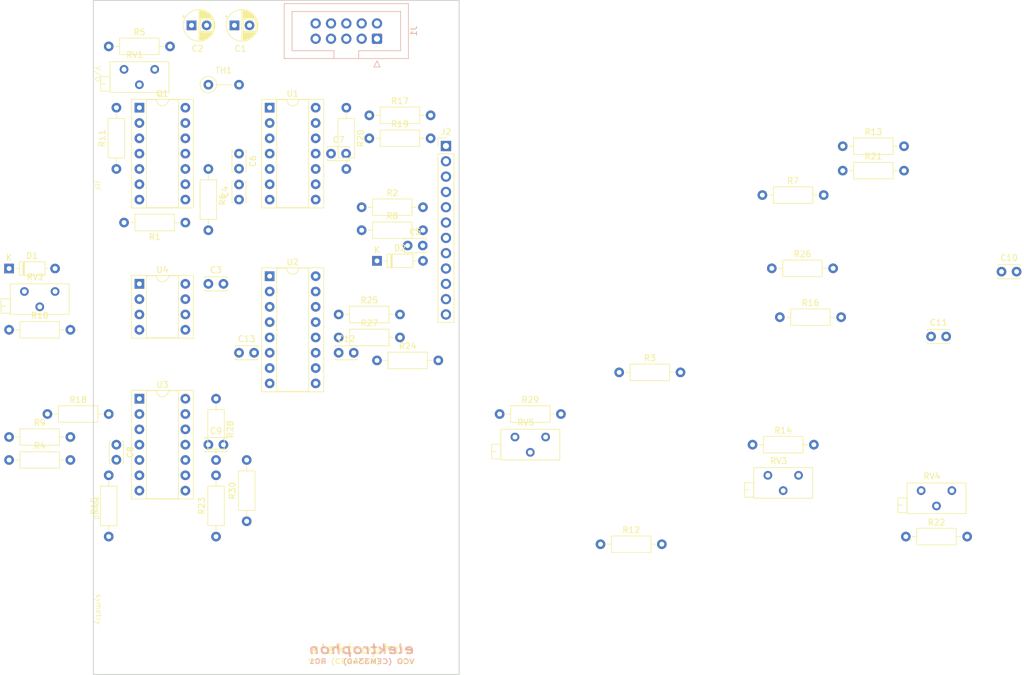
<source format=kicad_pcb>
(kicad_pcb (version 20171130) (host pcbnew 5.1.6-c6e7f7d~86~ubuntu20.04.1)

  (general
    (thickness 1.6)
    (drawings 8)
    (tracks 0)
    (zones 0)
    (modules 63)
    (nets 52)
  )

  (page A4)
  (title_block
    (title vco)
    (date 2020-05-23)
    (rev 01)
    (comment 1 "PCB for main circuit")
    (comment 2 "CEM3340 voltage controlled oszillator")
    (comment 4 "License CC BY 4.0 - Attribution 4.0 International")
  )

  (layers
    (0 F.Cu signal)
    (31 B.Cu signal)
    (32 B.Adhes user)
    (33 F.Adhes user)
    (34 B.Paste user)
    (35 F.Paste user)
    (36 B.SilkS user)
    (37 F.SilkS user)
    (38 B.Mask user)
    (39 F.Mask user)
    (40 Dwgs.User user)
    (41 Cmts.User user)
    (42 Eco1.User user)
    (43 Eco2.User user)
    (44 Edge.Cuts user)
    (45 Margin user)
    (46 B.CrtYd user)
    (47 F.CrtYd user)
    (48 B.Fab user)
    (49 F.Fab user)
  )

  (setup
    (last_trace_width 0.25)
    (user_trace_width 0.381)
    (user_trace_width 0.762)
    (trace_clearance 0.2)
    (zone_clearance 0.508)
    (zone_45_only no)
    (trace_min 0.2)
    (via_size 0.8)
    (via_drill 0.4)
    (via_min_size 0.4)
    (via_min_drill 0.3)
    (uvia_size 0.3)
    (uvia_drill 0.1)
    (uvias_allowed no)
    (uvia_min_size 0.2)
    (uvia_min_drill 0.1)
    (edge_width 0.15)
    (segment_width 0.2)
    (pcb_text_width 0.3)
    (pcb_text_size 1.5 1.5)
    (mod_edge_width 0.15)
    (mod_text_size 1 1)
    (mod_text_width 0.15)
    (pad_size 2.2 2.2)
    (pad_drill 2.2)
    (pad_to_mask_clearance 0.051)
    (solder_mask_min_width 0.25)
    (aux_axis_origin 0 0)
    (visible_elements 7FFFFFFF)
    (pcbplotparams
      (layerselection 0x010fc_ffffffff)
      (usegerberextensions false)
      (usegerberattributes false)
      (usegerberadvancedattributes false)
      (creategerberjobfile false)
      (excludeedgelayer true)
      (linewidth 0.100000)
      (plotframeref false)
      (viasonmask false)
      (mode 1)
      (useauxorigin false)
      (hpglpennumber 1)
      (hpglpenspeed 20)
      (hpglpendiameter 15.000000)
      (psnegative false)
      (psa4output false)
      (plotreference true)
      (plotvalue true)
      (plotinvisibletext false)
      (padsonsilk false)
      (subtractmaskfromsilk false)
      (outputformat 1)
      (mirror false)
      (drillshape 0)
      (scaleselection 1)
      (outputdirectory "./gerbers"))
  )

  (net 0 "")
  (net 1 GND)
  (net 2 +15V)
  (net 3 -15V)
  (net 4 +5V)
  (net 5 "Net-(Q1-Pad1)")
  (net 6 "Net-(R15-Pad1)")
  (net 7 "Net-(R17-Pad1)")
  (net 8 "Net-(C4-Pad2)")
  (net 9 "Net-(C4-Pad1)")
  (net 10 /sync)
  (net 11 "Net-(C5-Pad1)")
  (net 12 "Net-(C10-Pad1)")
  (net 13 "Net-(C11-Pad1)")
  (net 14 "Net-(D1-Pad1)")
  (net 15 "Net-(D2-Pad1)")
  (net 16 "Net-(J2-Pad12)")
  (net 17 /pwm_cv)
  (net 18 /pulse)
  (net 19 /sine)
  (net 20 /ramp)
  (net 21 /triangle)
  (net 22 /lin_fm)
  (net 23 /exp_fm)
  (net 24 "Net-(Q1-Pad14)")
  (net 25 "Net-(Q1-Pad7)")
  (net 26 "Net-(Q1-Pad13)")
  (net 27 "Net-(Q1-Pad6)")
  (net 28 "Net-(Q1-Pad12)")
  (net 29 "Net-(Q1-Pad10)")
  (net 30 "Net-(Q1-Pad11)")
  (net 31 "Net-(Q1-Pad4)")
  (net 32 /net_q)
  (net 33 "Net-(R3-Pad1)")
  (net 34 "Net-(R4-Pad1)")
  (net 35 "Net-(R5-Pad1)")
  (net 36 "Net-(R10-Pad1)")
  (net 37 "Net-(R12-Pad1)")
  (net 38 "Net-(R13-Pad2)")
  (net 39 "Net-(R14-Pad1)")
  (net 40 "Net-(R16-Pad2)")
  (net 41 "Net-(R18-Pad2)")
  (net 42 "Net-(R22-Pad2)")
  (net 43 "Net-(R22-Pad1)")
  (net 44 "Net-(R23-Pad1)")
  (net 45 "Net-(R26-Pad2)")
  (net 46 "Net-(R27-Pad1)")
  (net 47 "Net-(R29-Pad2)")
  (net 48 "Net-(R29-Pad1)")
  (net 49 "Net-(RV1-Pad1)")
  (net 50 "Net-(U2-Pad15)")
  (net 51 "Net-(U2-Pad2)")

  (net_class Default "This is the default net class."
    (clearance 0.2)
    (trace_width 0.25)
    (via_dia 0.8)
    (via_drill 0.4)
    (uvia_dia 0.3)
    (uvia_drill 0.1)
    (add_net +15V)
    (add_net +5V)
    (add_net -15V)
    (add_net /exp_fm)
    (add_net /lin_fm)
    (add_net /net_q)
    (add_net /pulse)
    (add_net /pwm_cv)
    (add_net /ramp)
    (add_net /sine)
    (add_net /sync)
    (add_net /triangle)
    (add_net GND)
    (add_net "Net-(C10-Pad1)")
    (add_net "Net-(C11-Pad1)")
    (add_net "Net-(C4-Pad1)")
    (add_net "Net-(C4-Pad2)")
    (add_net "Net-(C5-Pad1)")
    (add_net "Net-(D1-Pad1)")
    (add_net "Net-(D2-Pad1)")
    (add_net "Net-(J2-Pad12)")
    (add_net "Net-(Q1-Pad1)")
    (add_net "Net-(Q1-Pad10)")
    (add_net "Net-(Q1-Pad11)")
    (add_net "Net-(Q1-Pad12)")
    (add_net "Net-(Q1-Pad13)")
    (add_net "Net-(Q1-Pad14)")
    (add_net "Net-(Q1-Pad4)")
    (add_net "Net-(Q1-Pad6)")
    (add_net "Net-(Q1-Pad7)")
    (add_net "Net-(R10-Pad1)")
    (add_net "Net-(R12-Pad1)")
    (add_net "Net-(R13-Pad2)")
    (add_net "Net-(R14-Pad1)")
    (add_net "Net-(R15-Pad1)")
    (add_net "Net-(R16-Pad2)")
    (add_net "Net-(R17-Pad1)")
    (add_net "Net-(R18-Pad2)")
    (add_net "Net-(R22-Pad1)")
    (add_net "Net-(R22-Pad2)")
    (add_net "Net-(R23-Pad1)")
    (add_net "Net-(R26-Pad2)")
    (add_net "Net-(R27-Pad1)")
    (add_net "Net-(R29-Pad1)")
    (add_net "Net-(R29-Pad2)")
    (add_net "Net-(R3-Pad1)")
    (add_net "Net-(R4-Pad1)")
    (add_net "Net-(R5-Pad1)")
    (add_net "Net-(RV1-Pad1)")
    (add_net "Net-(U2-Pad15)")
    (add_net "Net-(U2-Pad2)")
  )

  (module Capacitor_THT:C_Disc_D3.4mm_W2.1mm_P2.50mm (layer F.Cu) (tedit 5AE50EF0) (tstamp 5F0050FE)
    (at 49.53 83.82)
    (descr "C, Disc series, Radial, pin pitch=2.50mm, , diameter*width=3.4*2.1mm^2, Capacitor, http://www.vishay.com/docs/45233/krseries.pdf")
    (tags "C Disc series Radial pin pitch 2.50mm  diameter 3.4mm width 2.1mm Capacitor")
    (path /5F02DED8)
    (fp_text reference C13 (at 1.25 -2.3) (layer F.SilkS)
      (effects (font (size 1 1) (thickness 0.15)))
    )
    (fp_text value 0.1u (at 1.25 2.3) (layer F.Fab)
      (effects (font (size 1 1) (thickness 0.15)))
    )
    (fp_text user %R (at 1.25 0) (layer F.Fab)
      (effects (font (size 0.68 0.68) (thickness 0.102)))
    )
    (fp_line (start -0.45 -1.05) (end -0.45 1.05) (layer F.Fab) (width 0.1))
    (fp_line (start -0.45 1.05) (end 2.95 1.05) (layer F.Fab) (width 0.1))
    (fp_line (start 2.95 1.05) (end 2.95 -1.05) (layer F.Fab) (width 0.1))
    (fp_line (start 2.95 -1.05) (end -0.45 -1.05) (layer F.Fab) (width 0.1))
    (fp_line (start -0.57 -1.17) (end 3.07 -1.17) (layer F.SilkS) (width 0.12))
    (fp_line (start -0.57 1.17) (end 3.07 1.17) (layer F.SilkS) (width 0.12))
    (fp_line (start -0.57 -1.17) (end -0.57 -0.925) (layer F.SilkS) (width 0.12))
    (fp_line (start -0.57 0.925) (end -0.57 1.17) (layer F.SilkS) (width 0.12))
    (fp_line (start 3.07 -1.17) (end 3.07 -0.925) (layer F.SilkS) (width 0.12))
    (fp_line (start 3.07 0.925) (end 3.07 1.17) (layer F.SilkS) (width 0.12))
    (fp_line (start -1.05 -1.3) (end -1.05 1.3) (layer F.CrtYd) (width 0.05))
    (fp_line (start -1.05 1.3) (end 3.55 1.3) (layer F.CrtYd) (width 0.05))
    (fp_line (start 3.55 1.3) (end 3.55 -1.3) (layer F.CrtYd) (width 0.05))
    (fp_line (start 3.55 -1.3) (end -1.05 -1.3) (layer F.CrtYd) (width 0.05))
    (pad 2 thru_hole circle (at 2.5 0) (size 1.6 1.6) (drill 0.8) (layers *.Cu *.Mask)
      (net 3 -15V))
    (pad 1 thru_hole circle (at 0 0) (size 1.6 1.6) (drill 0.8) (layers *.Cu *.Mask)
      (net 1 GND))
    (model ${KISYS3DMOD}/Capacitor_THT.3dshapes/C_Disc_D3.4mm_W2.1mm_P2.50mm.wrl
      (at (xyz 0 0 0))
      (scale (xyz 1 1 1))
      (rotate (xyz 0 0 0))
    )
  )

  (module Capacitor_THT:C_Disc_D3.4mm_W2.1mm_P2.50mm (layer F.Cu) (tedit 5AE50EF0) (tstamp 5F0050E9)
    (at 66.04 83.82)
    (descr "C, Disc series, Radial, pin pitch=2.50mm, , diameter*width=3.4*2.1mm^2, Capacitor, http://www.vishay.com/docs/45233/krseries.pdf")
    (tags "C Disc series Radial pin pitch 2.50mm  diameter 3.4mm width 2.1mm Capacitor")
    (path /5F02A193)
    (fp_text reference C12 (at 1.25 -2.3) (layer F.SilkS)
      (effects (font (size 1 1) (thickness 0.15)))
    )
    (fp_text value 0.1u (at 1.25 2.3) (layer F.Fab)
      (effects (font (size 1 1) (thickness 0.15)))
    )
    (fp_text user %R (at 1.25 0) (layer F.Fab)
      (effects (font (size 0.68 0.68) (thickness 0.102)))
    )
    (fp_line (start -0.45 -1.05) (end -0.45 1.05) (layer F.Fab) (width 0.1))
    (fp_line (start -0.45 1.05) (end 2.95 1.05) (layer F.Fab) (width 0.1))
    (fp_line (start 2.95 1.05) (end 2.95 -1.05) (layer F.Fab) (width 0.1))
    (fp_line (start 2.95 -1.05) (end -0.45 -1.05) (layer F.Fab) (width 0.1))
    (fp_line (start -0.57 -1.17) (end 3.07 -1.17) (layer F.SilkS) (width 0.12))
    (fp_line (start -0.57 1.17) (end 3.07 1.17) (layer F.SilkS) (width 0.12))
    (fp_line (start -0.57 -1.17) (end -0.57 -0.925) (layer F.SilkS) (width 0.12))
    (fp_line (start -0.57 0.925) (end -0.57 1.17) (layer F.SilkS) (width 0.12))
    (fp_line (start 3.07 -1.17) (end 3.07 -0.925) (layer F.SilkS) (width 0.12))
    (fp_line (start 3.07 0.925) (end 3.07 1.17) (layer F.SilkS) (width 0.12))
    (fp_line (start -1.05 -1.3) (end -1.05 1.3) (layer F.CrtYd) (width 0.05))
    (fp_line (start -1.05 1.3) (end 3.55 1.3) (layer F.CrtYd) (width 0.05))
    (fp_line (start 3.55 1.3) (end 3.55 -1.3) (layer F.CrtYd) (width 0.05))
    (fp_line (start 3.55 -1.3) (end -1.05 -1.3) (layer F.CrtYd) (width 0.05))
    (pad 2 thru_hole circle (at 2.5 0) (size 1.6 1.6) (drill 0.8) (layers *.Cu *.Mask)
      (net 1 GND))
    (pad 1 thru_hole circle (at 0 0) (size 1.6 1.6) (drill 0.8) (layers *.Cu *.Mask)
      (net 2 +15V))
    (model ${KISYS3DMOD}/Capacitor_THT.3dshapes/C_Disc_D3.4mm_W2.1mm_P2.50mm.wrl
      (at (xyz 0 0 0))
      (scale (xyz 1 1 1))
      (rotate (xyz 0 0 0))
    )
  )

  (module Package_DIP:DIP-8_W7.62mm_Socket (layer F.Cu) (tedit 5A02E8C5) (tstamp 5F000B36)
    (at 33.02 72.39)
    (descr "8-lead though-hole mounted DIP package, row spacing 7.62 mm (300 mils), Socket")
    (tags "THT DIP DIL PDIP 2.54mm 7.62mm 300mil Socket")
    (path /5F006607)
    (fp_text reference U4 (at 3.81 -2.33) (layer F.SilkS)
      (effects (font (size 1 1) (thickness 0.15)))
    )
    (fp_text value TLC555xP (at 3.81 9.95) (layer F.Fab)
      (effects (font (size 1 1) (thickness 0.15)))
    )
    (fp_line (start 9.15 -1.6) (end -1.55 -1.6) (layer F.CrtYd) (width 0.05))
    (fp_line (start 9.15 9.2) (end 9.15 -1.6) (layer F.CrtYd) (width 0.05))
    (fp_line (start -1.55 9.2) (end 9.15 9.2) (layer F.CrtYd) (width 0.05))
    (fp_line (start -1.55 -1.6) (end -1.55 9.2) (layer F.CrtYd) (width 0.05))
    (fp_line (start 8.95 -1.39) (end -1.33 -1.39) (layer F.SilkS) (width 0.12))
    (fp_line (start 8.95 9.01) (end 8.95 -1.39) (layer F.SilkS) (width 0.12))
    (fp_line (start -1.33 9.01) (end 8.95 9.01) (layer F.SilkS) (width 0.12))
    (fp_line (start -1.33 -1.39) (end -1.33 9.01) (layer F.SilkS) (width 0.12))
    (fp_line (start 6.46 -1.33) (end 4.81 -1.33) (layer F.SilkS) (width 0.12))
    (fp_line (start 6.46 8.95) (end 6.46 -1.33) (layer F.SilkS) (width 0.12))
    (fp_line (start 1.16 8.95) (end 6.46 8.95) (layer F.SilkS) (width 0.12))
    (fp_line (start 1.16 -1.33) (end 1.16 8.95) (layer F.SilkS) (width 0.12))
    (fp_line (start 2.81 -1.33) (end 1.16 -1.33) (layer F.SilkS) (width 0.12))
    (fp_line (start 8.89 -1.33) (end -1.27 -1.33) (layer F.Fab) (width 0.1))
    (fp_line (start 8.89 8.95) (end 8.89 -1.33) (layer F.Fab) (width 0.1))
    (fp_line (start -1.27 8.95) (end 8.89 8.95) (layer F.Fab) (width 0.1))
    (fp_line (start -1.27 -1.33) (end -1.27 8.95) (layer F.Fab) (width 0.1))
    (fp_line (start 0.635 -0.27) (end 1.635 -1.27) (layer F.Fab) (width 0.1))
    (fp_line (start 0.635 8.89) (end 0.635 -0.27) (layer F.Fab) (width 0.1))
    (fp_line (start 6.985 8.89) (end 0.635 8.89) (layer F.Fab) (width 0.1))
    (fp_line (start 6.985 -1.27) (end 6.985 8.89) (layer F.Fab) (width 0.1))
    (fp_line (start 1.635 -1.27) (end 6.985 -1.27) (layer F.Fab) (width 0.1))
    (fp_text user %R (at 3.81 3.81) (layer F.Fab)
      (effects (font (size 1 1) (thickness 0.15)))
    )
    (fp_arc (start 3.81 -1.33) (end 2.81 -1.33) (angle -180) (layer F.SilkS) (width 0.12))
    (pad 8 thru_hole oval (at 7.62 0) (size 1.6 1.6) (drill 0.8) (layers *.Cu *.Mask)
      (net 2 +15V))
    (pad 4 thru_hole oval (at 0 7.62) (size 1.6 1.6) (drill 0.8) (layers *.Cu *.Mask)
      (net 5 "Net-(Q1-Pad1)"))
    (pad 7 thru_hole oval (at 7.62 2.54) (size 1.6 1.6) (drill 0.8) (layers *.Cu *.Mask)
      (net 40 "Net-(R16-Pad2)"))
    (pad 3 thru_hole oval (at 0 5.08) (size 1.6 1.6) (drill 0.8) (layers *.Cu *.Mask)
      (net 32 /net_q))
    (pad 6 thru_hole oval (at 7.62 5.08) (size 1.6 1.6) (drill 0.8) (layers *.Cu *.Mask)
      (net 38 "Net-(R13-Pad2)"))
    (pad 2 thru_hole oval (at 0 2.54) (size 1.6 1.6) (drill 0.8) (layers *.Cu *.Mask)
      (net 38 "Net-(R13-Pad2)"))
    (pad 5 thru_hole oval (at 7.62 7.62) (size 1.6 1.6) (drill 0.8) (layers *.Cu *.Mask)
      (net 13 "Net-(C11-Pad1)"))
    (pad 1 thru_hole rect (at 0 0) (size 1.6 1.6) (drill 0.8) (layers *.Cu *.Mask)
      (net 1 GND))
    (model ${KISYS3DMOD}/Package_DIP.3dshapes/DIP-8_W7.62mm_Socket.wrl
      (at (xyz 0 0 0))
      (scale (xyz 1 1 1))
      (rotate (xyz 0 0 0))
    )
  )

  (module Package_DIP:DIP-14_W7.62mm_Socket (layer F.Cu) (tedit 5A02E8C5) (tstamp 5F000B12)
    (at 33.02 91.44)
    (descr "14-lead though-hole mounted DIP package, row spacing 7.62 mm (300 mils), Socket")
    (tags "THT DIP DIL PDIP 2.54mm 7.62mm 300mil Socket")
    (path /5F184D52)
    (fp_text reference U3 (at 3.81 -2.33) (layer F.SilkS)
      (effects (font (size 1 1) (thickness 0.15)))
    )
    (fp_text value TL074 (at 3.81 17.57) (layer F.Fab)
      (effects (font (size 1 1) (thickness 0.15)))
    )
    (fp_line (start 9.15 -1.6) (end -1.55 -1.6) (layer F.CrtYd) (width 0.05))
    (fp_line (start 9.15 16.85) (end 9.15 -1.6) (layer F.CrtYd) (width 0.05))
    (fp_line (start -1.55 16.85) (end 9.15 16.85) (layer F.CrtYd) (width 0.05))
    (fp_line (start -1.55 -1.6) (end -1.55 16.85) (layer F.CrtYd) (width 0.05))
    (fp_line (start 8.95 -1.39) (end -1.33 -1.39) (layer F.SilkS) (width 0.12))
    (fp_line (start 8.95 16.63) (end 8.95 -1.39) (layer F.SilkS) (width 0.12))
    (fp_line (start -1.33 16.63) (end 8.95 16.63) (layer F.SilkS) (width 0.12))
    (fp_line (start -1.33 -1.39) (end -1.33 16.63) (layer F.SilkS) (width 0.12))
    (fp_line (start 6.46 -1.33) (end 4.81 -1.33) (layer F.SilkS) (width 0.12))
    (fp_line (start 6.46 16.57) (end 6.46 -1.33) (layer F.SilkS) (width 0.12))
    (fp_line (start 1.16 16.57) (end 6.46 16.57) (layer F.SilkS) (width 0.12))
    (fp_line (start 1.16 -1.33) (end 1.16 16.57) (layer F.SilkS) (width 0.12))
    (fp_line (start 2.81 -1.33) (end 1.16 -1.33) (layer F.SilkS) (width 0.12))
    (fp_line (start 8.89 -1.33) (end -1.27 -1.33) (layer F.Fab) (width 0.1))
    (fp_line (start 8.89 16.57) (end 8.89 -1.33) (layer F.Fab) (width 0.1))
    (fp_line (start -1.27 16.57) (end 8.89 16.57) (layer F.Fab) (width 0.1))
    (fp_line (start -1.27 -1.33) (end -1.27 16.57) (layer F.Fab) (width 0.1))
    (fp_line (start 0.635 -0.27) (end 1.635 -1.27) (layer F.Fab) (width 0.1))
    (fp_line (start 0.635 16.51) (end 0.635 -0.27) (layer F.Fab) (width 0.1))
    (fp_line (start 6.985 16.51) (end 0.635 16.51) (layer F.Fab) (width 0.1))
    (fp_line (start 6.985 -1.27) (end 6.985 16.51) (layer F.Fab) (width 0.1))
    (fp_line (start 1.635 -1.27) (end 6.985 -1.27) (layer F.Fab) (width 0.1))
    (fp_text user %R (at 3.81 7.62) (layer F.Fab)
      (effects (font (size 1 1) (thickness 0.15)))
    )
    (fp_arc (start 3.81 -1.33) (end 2.81 -1.33) (angle -180) (layer F.SilkS) (width 0.12))
    (pad 14 thru_hole oval (at 7.62 0) (size 1.6 1.6) (drill 0.8) (layers *.Cu *.Mask)
      (net 18 /pulse))
    (pad 7 thru_hole oval (at 0 15.24) (size 1.6 1.6) (drill 0.8) (layers *.Cu *.Mask)
      (net 6 "Net-(R15-Pad1)"))
    (pad 13 thru_hole oval (at 7.62 2.54) (size 1.6 1.6) (drill 0.8) (layers *.Cu *.Mask)
      (net 44 "Net-(R23-Pad1)"))
    (pad 6 thru_hole oval (at 0 12.7) (size 1.6 1.6) (drill 0.8) (layers *.Cu *.Mask)
      (net 37 "Net-(R12-Pad1)"))
    (pad 12 thru_hole oval (at 7.62 5.08) (size 1.6 1.6) (drill 0.8) (layers *.Cu *.Mask)
      (net 45 "Net-(R26-Pad2)"))
    (pad 5 thru_hole oval (at 0 10.16) (size 1.6 1.6) (drill 0.8) (layers *.Cu *.Mask)
      (net 1 GND))
    (pad 11 thru_hole oval (at 7.62 7.62) (size 1.6 1.6) (drill 0.8) (layers *.Cu *.Mask)
      (net 3 -15V))
    (pad 4 thru_hole oval (at 0 7.62) (size 1.6 1.6) (drill 0.8) (layers *.Cu *.Mask)
      (net 2 +15V))
    (pad 10 thru_hole oval (at 7.62 10.16) (size 1.6 1.6) (drill 0.8) (layers *.Cu *.Mask)
      (net 1 GND))
    (pad 3 thru_hole oval (at 0 5.08) (size 1.6 1.6) (drill 0.8) (layers *.Cu *.Mask)
      (net 40 "Net-(R16-Pad2)"))
    (pad 9 thru_hole oval (at 7.62 12.7) (size 1.6 1.6) (drill 0.8) (layers *.Cu *.Mask)
      (net 17 /pwm_cv))
    (pad 2 thru_hole oval (at 0 2.54) (size 1.6 1.6) (drill 0.8) (layers *.Cu *.Mask)
      (net 41 "Net-(R18-Pad2)"))
    (pad 8 thru_hole oval (at 7.62 15.24) (size 1.6 1.6) (drill 0.8) (layers *.Cu *.Mask)
      (net 44 "Net-(R23-Pad1)"))
    (pad 1 thru_hole rect (at 0 0) (size 1.6 1.6) (drill 0.8) (layers *.Cu *.Mask)
      (net 20 /ramp))
    (model ${KISYS3DMOD}/Package_DIP.3dshapes/DIP-14_W7.62mm_Socket.wrl
      (at (xyz 0 0 0))
      (scale (xyz 1 1 1))
      (rotate (xyz 0 0 0))
    )
  )

  (module Package_DIP:DIP-16_W7.62mm_Socket (layer F.Cu) (tedit 5A02E8C5) (tstamp 5F000AE8)
    (at 54.61 71.12)
    (descr "16-lead though-hole mounted DIP package, row spacing 7.62 mm (300 mils), Socket")
    (tags "THT DIP DIL PDIP 2.54mm 7.62mm 300mil Socket")
    (path /5EFAD1D1)
    (fp_text reference U2 (at 3.81 -2.33) (layer F.SilkS)
      (effects (font (size 1 1) (thickness 0.15)))
    )
    (fp_text value LM13700 (at 3.81 20.11) (layer F.Fab)
      (effects (font (size 1 1) (thickness 0.15)))
    )
    (fp_line (start 9.15 -1.6) (end -1.55 -1.6) (layer F.CrtYd) (width 0.05))
    (fp_line (start 9.15 19.4) (end 9.15 -1.6) (layer F.CrtYd) (width 0.05))
    (fp_line (start -1.55 19.4) (end 9.15 19.4) (layer F.CrtYd) (width 0.05))
    (fp_line (start -1.55 -1.6) (end -1.55 19.4) (layer F.CrtYd) (width 0.05))
    (fp_line (start 8.95 -1.39) (end -1.33 -1.39) (layer F.SilkS) (width 0.12))
    (fp_line (start 8.95 19.17) (end 8.95 -1.39) (layer F.SilkS) (width 0.12))
    (fp_line (start -1.33 19.17) (end 8.95 19.17) (layer F.SilkS) (width 0.12))
    (fp_line (start -1.33 -1.39) (end -1.33 19.17) (layer F.SilkS) (width 0.12))
    (fp_line (start 6.46 -1.33) (end 4.81 -1.33) (layer F.SilkS) (width 0.12))
    (fp_line (start 6.46 19.11) (end 6.46 -1.33) (layer F.SilkS) (width 0.12))
    (fp_line (start 1.16 19.11) (end 6.46 19.11) (layer F.SilkS) (width 0.12))
    (fp_line (start 1.16 -1.33) (end 1.16 19.11) (layer F.SilkS) (width 0.12))
    (fp_line (start 2.81 -1.33) (end 1.16 -1.33) (layer F.SilkS) (width 0.12))
    (fp_line (start 8.89 -1.33) (end -1.27 -1.33) (layer F.Fab) (width 0.1))
    (fp_line (start 8.89 19.11) (end 8.89 -1.33) (layer F.Fab) (width 0.1))
    (fp_line (start -1.27 19.11) (end 8.89 19.11) (layer F.Fab) (width 0.1))
    (fp_line (start -1.27 -1.33) (end -1.27 19.11) (layer F.Fab) (width 0.1))
    (fp_line (start 0.635 -0.27) (end 1.635 -1.27) (layer F.Fab) (width 0.1))
    (fp_line (start 0.635 19.05) (end 0.635 -0.27) (layer F.Fab) (width 0.1))
    (fp_line (start 6.985 19.05) (end 0.635 19.05) (layer F.Fab) (width 0.1))
    (fp_line (start 6.985 -1.27) (end 6.985 19.05) (layer F.Fab) (width 0.1))
    (fp_line (start 1.635 -1.27) (end 6.985 -1.27) (layer F.Fab) (width 0.1))
    (fp_text user %R (at 3.81 8.89) (layer F.Fab)
      (effects (font (size 1 1) (thickness 0.15)))
    )
    (fp_arc (start 3.81 -1.33) (end 2.81 -1.33) (angle -180) (layer F.SilkS) (width 0.12))
    (pad 16 thru_hole oval (at 7.62 0) (size 1.6 1.6) (drill 0.8) (layers *.Cu *.Mask)
      (net 48 "Net-(R29-Pad1)"))
    (pad 8 thru_hole oval (at 0 17.78) (size 1.6 1.6) (drill 0.8) (layers *.Cu *.Mask))
    (pad 15 thru_hole oval (at 7.62 2.54) (size 1.6 1.6) (drill 0.8) (layers *.Cu *.Mask)
      (net 50 "Net-(U2-Pad15)"))
    (pad 7 thru_hole oval (at 0 15.24) (size 1.6 1.6) (drill 0.8) (layers *.Cu *.Mask))
    (pad 14 thru_hole oval (at 7.62 5.08) (size 1.6 1.6) (drill 0.8) (layers *.Cu *.Mask)
      (net 1 GND))
    (pad 6 thru_hole oval (at 0 12.7) (size 1.6 1.6) (drill 0.8) (layers *.Cu *.Mask)
      (net 3 -15V))
    (pad 13 thru_hole oval (at 7.62 7.62) (size 1.6 1.6) (drill 0.8) (layers *.Cu *.Mask)
      (net 43 "Net-(R22-Pad1)"))
    (pad 5 thru_hole oval (at 0 10.16) (size 1.6 1.6) (drill 0.8) (layers *.Cu *.Mask)
      (net 12 "Net-(C10-Pad1)"))
    (pad 12 thru_hole oval (at 7.62 10.16) (size 1.6 1.6) (drill 0.8) (layers *.Cu *.Mask)
      (net 46 "Net-(R27-Pad1)"))
    (pad 4 thru_hole oval (at 0 7.62) (size 1.6 1.6) (drill 0.8) (layers *.Cu *.Mask)
      (net 34 "Net-(R4-Pad1)"))
    (pad 11 thru_hole oval (at 7.62 12.7) (size 1.6 1.6) (drill 0.8) (layers *.Cu *.Mask)
      (net 2 +15V))
    (pad 3 thru_hole oval (at 0 5.08) (size 1.6 1.6) (drill 0.8) (layers *.Cu *.Mask)
      (net 33 "Net-(R3-Pad1)"))
    (pad 10 thru_hole oval (at 7.62 15.24) (size 1.6 1.6) (drill 0.8) (layers *.Cu *.Mask)
      (net 46 "Net-(R27-Pad1)"))
    (pad 2 thru_hole oval (at 0 2.54) (size 1.6 1.6) (drill 0.8) (layers *.Cu *.Mask)
      (net 51 "Net-(U2-Pad2)"))
    (pad 9 thru_hole oval (at 7.62 17.78) (size 1.6 1.6) (drill 0.8) (layers *.Cu *.Mask)
      (net 19 /sine))
    (pad 1 thru_hole rect (at 0 0) (size 1.6 1.6) (drill 0.8) (layers *.Cu *.Mask)
      (net 25 "Net-(Q1-Pad7)"))
    (model ${KISYS3DMOD}/Package_DIP.3dshapes/DIP-16_W7.62mm_Socket.wrl
      (at (xyz 0 0 0))
      (scale (xyz 1 1 1))
      (rotate (xyz 0 0 0))
    )
  )

  (module Package_DIP:DIP-14_W7.62mm_Socket (layer F.Cu) (tedit 5A02E8C5) (tstamp 5F000ABC)
    (at 54.61 43.18)
    (descr "14-lead though-hole mounted DIP package, row spacing 7.62 mm (300 mils), Socket")
    (tags "THT DIP DIL PDIP 2.54mm 7.62mm 300mil Socket")
    (path /5EF6A1DC)
    (fp_text reference U1 (at 3.81 -2.33) (layer F.SilkS)
      (effects (font (size 1 1) (thickness 0.15)))
    )
    (fp_text value TL074 (at 3.81 17.57) (layer F.Fab)
      (effects (font (size 1 1) (thickness 0.15)))
    )
    (fp_line (start 9.15 -1.6) (end -1.55 -1.6) (layer F.CrtYd) (width 0.05))
    (fp_line (start 9.15 16.85) (end 9.15 -1.6) (layer F.CrtYd) (width 0.05))
    (fp_line (start -1.55 16.85) (end 9.15 16.85) (layer F.CrtYd) (width 0.05))
    (fp_line (start -1.55 -1.6) (end -1.55 16.85) (layer F.CrtYd) (width 0.05))
    (fp_line (start 8.95 -1.39) (end -1.33 -1.39) (layer F.SilkS) (width 0.12))
    (fp_line (start 8.95 16.63) (end 8.95 -1.39) (layer F.SilkS) (width 0.12))
    (fp_line (start -1.33 16.63) (end 8.95 16.63) (layer F.SilkS) (width 0.12))
    (fp_line (start -1.33 -1.39) (end -1.33 16.63) (layer F.SilkS) (width 0.12))
    (fp_line (start 6.46 -1.33) (end 4.81 -1.33) (layer F.SilkS) (width 0.12))
    (fp_line (start 6.46 16.57) (end 6.46 -1.33) (layer F.SilkS) (width 0.12))
    (fp_line (start 1.16 16.57) (end 6.46 16.57) (layer F.SilkS) (width 0.12))
    (fp_line (start 1.16 -1.33) (end 1.16 16.57) (layer F.SilkS) (width 0.12))
    (fp_line (start 2.81 -1.33) (end 1.16 -1.33) (layer F.SilkS) (width 0.12))
    (fp_line (start 8.89 -1.33) (end -1.27 -1.33) (layer F.Fab) (width 0.1))
    (fp_line (start 8.89 16.57) (end 8.89 -1.33) (layer F.Fab) (width 0.1))
    (fp_line (start -1.27 16.57) (end 8.89 16.57) (layer F.Fab) (width 0.1))
    (fp_line (start -1.27 -1.33) (end -1.27 16.57) (layer F.Fab) (width 0.1))
    (fp_line (start 0.635 -0.27) (end 1.635 -1.27) (layer F.Fab) (width 0.1))
    (fp_line (start 0.635 16.51) (end 0.635 -0.27) (layer F.Fab) (width 0.1))
    (fp_line (start 6.985 16.51) (end 0.635 16.51) (layer F.Fab) (width 0.1))
    (fp_line (start 6.985 -1.27) (end 6.985 16.51) (layer F.Fab) (width 0.1))
    (fp_line (start 1.635 -1.27) (end 6.985 -1.27) (layer F.Fab) (width 0.1))
    (fp_text user %R (at 3.81 7.62) (layer F.Fab)
      (effects (font (size 1 1) (thickness 0.15)))
    )
    (fp_arc (start 3.81 -1.33) (end 2.81 -1.33) (angle -180) (layer F.SilkS) (width 0.12))
    (pad 14 thru_hole oval (at 7.62 0) (size 1.6 1.6) (drill 0.8) (layers *.Cu *.Mask)
      (net 21 /triangle))
    (pad 7 thru_hole oval (at 0 15.24) (size 1.6 1.6) (drill 0.8) (layers *.Cu *.Mask)
      (net 9 "Net-(C4-Pad1)"))
    (pad 13 thru_hole oval (at 7.62 2.54) (size 1.6 1.6) (drill 0.8) (layers *.Cu *.Mask)
      (net 7 "Net-(R17-Pad1)"))
    (pad 6 thru_hole oval (at 0 12.7) (size 1.6 1.6) (drill 0.8) (layers *.Cu *.Mask)
      (net 8 "Net-(C4-Pad2)"))
    (pad 12 thru_hole oval (at 7.62 5.08) (size 1.6 1.6) (drill 0.8) (layers *.Cu *.Mask)
      (net 38 "Net-(R13-Pad2)"))
    (pad 5 thru_hole oval (at 0 10.16) (size 1.6 1.6) (drill 0.8) (layers *.Cu *.Mask)
      (net 1 GND))
    (pad 11 thru_hole oval (at 7.62 7.62) (size 1.6 1.6) (drill 0.8) (layers *.Cu *.Mask)
      (net 3 -15V))
    (pad 4 thru_hole oval (at 0 7.62) (size 1.6 1.6) (drill 0.8) (layers *.Cu *.Mask)
      (net 2 +15V))
    (pad 10 thru_hole oval (at 7.62 10.16) (size 1.6 1.6) (drill 0.8) (layers *.Cu *.Mask)
      (net 12 "Net-(C10-Pad1)"))
    (pad 3 thru_hole oval (at 0 5.08) (size 1.6 1.6) (drill 0.8) (layers *.Cu *.Mask)
      (net 1 GND))
    (pad 9 thru_hole oval (at 7.62 12.7) (size 1.6 1.6) (drill 0.8) (layers *.Cu *.Mask)
      (net 38 "Net-(R13-Pad2)"))
    (pad 2 thru_hole oval (at 0 2.54) (size 1.6 1.6) (drill 0.8) (layers *.Cu *.Mask)
      (net 23 /exp_fm))
    (pad 8 thru_hole oval (at 7.62 15.24) (size 1.6 1.6) (drill 0.8) (layers *.Cu *.Mask)
      (net 38 "Net-(R13-Pad2)"))
    (pad 1 thru_hole rect (at 0 0) (size 1.6 1.6) (drill 0.8) (layers *.Cu *.Mask)
      (net 49 "Net-(RV1-Pad1)"))
    (model ${KISYS3DMOD}/Package_DIP.3dshapes/DIP-14_W7.62mm_Socket.wrl
      (at (xyz 0 0 0))
      (scale (xyz 1 1 1))
      (rotate (xyz 0 0 0))
    )
  )

  (module Resistor_THT:R_Axial_DIN0207_L6.3mm_D2.5mm_P5.08mm_Vertical (layer F.Cu) (tedit 5AE5139B) (tstamp 5F000A92)
    (at 44.45 39.37)
    (descr "Resistor, Axial_DIN0207 series, Axial, Vertical, pin pitch=5.08mm, 0.25W = 1/4W, length*diameter=6.3*2.5mm^2, http://cdn-reichelt.de/documents/datenblatt/B400/1_4W%23YAG.pdf")
    (tags "Resistor Axial_DIN0207 series Axial Vertical pin pitch 5.08mm 0.25W = 1/4W length 6.3mm diameter 2.5mm")
    (path /5EF6C6CF)
    (fp_text reference TH1 (at 2.54 -2.37) (layer F.SilkS)
      (effects (font (size 1 1) (thickness 0.15)))
    )
    (fp_text value "2k +3500ppm/°C" (at 2.54 2.37) (layer F.Fab)
      (effects (font (size 1 1) (thickness 0.15)))
    )
    (fp_line (start 6.13 -1.5) (end -1.5 -1.5) (layer F.CrtYd) (width 0.05))
    (fp_line (start 6.13 1.5) (end 6.13 -1.5) (layer F.CrtYd) (width 0.05))
    (fp_line (start -1.5 1.5) (end 6.13 1.5) (layer F.CrtYd) (width 0.05))
    (fp_line (start -1.5 -1.5) (end -1.5 1.5) (layer F.CrtYd) (width 0.05))
    (fp_line (start 1.37 0) (end 3.98 0) (layer F.SilkS) (width 0.12))
    (fp_line (start 0 0) (end 5.08 0) (layer F.Fab) (width 0.1))
    (fp_circle (center 0 0) (end 1.37 0) (layer F.SilkS) (width 0.12))
    (fp_circle (center 0 0) (end 1.25 0) (layer F.Fab) (width 0.1))
    (fp_text user %R (at 2.54 -2.37) (layer F.Fab)
      (effects (font (size 1 1) (thickness 0.15)))
    )
    (pad 2 thru_hole oval (at 5.08 0) (size 1.6 1.6) (drill 0.8) (layers *.Cu *.Mask)
      (net 23 /exp_fm))
    (pad 1 thru_hole circle (at 0 0) (size 1.6 1.6) (drill 0.8) (layers *.Cu *.Mask)
      (net 49 "Net-(RV1-Pad1)"))
    (model ${KISYS3DMOD}/Resistor_THT.3dshapes/R_Axial_DIN0207_L6.3mm_D2.5mm_P5.08mm_Vertical.wrl
      (at (xyz 0 0 0))
      (scale (xyz 1 1 1))
      (rotate (xyz 0 0 0))
    )
  )

  (module Potentiometer_THT:Potentiometer_Bourns_3296Z_Horizontal (layer F.Cu) (tedit 5A3D4994) (tstamp 5F000A83)
    (at 100.33 97.79)
    (descr "Potentiometer, horizontal, Bourns 3296Z, https://www.bourns.com/pdfs/3296.pdf")
    (tags "Potentiometer horizontal Bourns 3296Z")
    (path /5F2B69E4)
    (fp_text reference RV5 (at -3.3 -2.4) (layer F.SilkS)
      (effects (font (size 1 1) (thickness 0.15)))
    )
    (fp_text value 25k (at -3.3 4.93) (layer F.Fab)
      (effects (font (size 1 1) (thickness 0.15)))
    )
    (fp_line (start 2.5 -1.45) (end -9.1 -1.45) (layer F.CrtYd) (width 0.05))
    (fp_line (start 2.5 3.95) (end 2.5 -1.45) (layer F.CrtYd) (width 0.05))
    (fp_line (start -9.1 3.95) (end 2.5 3.95) (layer F.CrtYd) (width 0.05))
    (fp_line (start -9.1 -1.45) (end -9.1 3.95) (layer F.CrtYd) (width 0.05))
    (fp_line (start -8.945 2.41) (end -8.186 2.41) (layer F.SilkS) (width 0.12))
    (fp_line (start -7.426 1.195) (end -7.426 3.625) (layer F.SilkS) (width 0.12))
    (fp_line (start -8.945 1.195) (end -8.945 3.625) (layer F.SilkS) (width 0.12))
    (fp_line (start -8.945 3.625) (end -7.426 3.625) (layer F.SilkS) (width 0.12))
    (fp_line (start -8.945 1.195) (end -7.426 1.195) (layer F.SilkS) (width 0.12))
    (fp_line (start 2.345 -1.27) (end 2.345 3.8) (layer F.SilkS) (width 0.12))
    (fp_line (start -7.425 -1.27) (end -7.425 3.8) (layer F.SilkS) (width 0.12))
    (fp_line (start -7.425 3.8) (end 2.345 3.8) (layer F.SilkS) (width 0.12))
    (fp_line (start -7.425 -1.27) (end 2.345 -1.27) (layer F.SilkS) (width 0.12))
    (fp_line (start -8.825 2.41) (end -8.065 2.41) (layer F.Fab) (width 0.1))
    (fp_line (start -7.305 1.315) (end -8.825 1.315) (layer F.Fab) (width 0.1))
    (fp_line (start -7.305 3.505) (end -7.305 1.315) (layer F.Fab) (width 0.1))
    (fp_line (start -8.825 3.505) (end -7.305 3.505) (layer F.Fab) (width 0.1))
    (fp_line (start -8.825 1.315) (end -8.825 3.505) (layer F.Fab) (width 0.1))
    (fp_line (start 2.225 -1.15) (end -7.305 -1.15) (layer F.Fab) (width 0.1))
    (fp_line (start 2.225 3.68) (end 2.225 -1.15) (layer F.Fab) (width 0.1))
    (fp_line (start -7.305 3.68) (end 2.225 3.68) (layer F.Fab) (width 0.1))
    (fp_line (start -7.305 -1.15) (end -7.305 3.68) (layer F.Fab) (width 0.1))
    (fp_text user %R (at -2.54 1.265) (layer F.Fab)
      (effects (font (size 1 1) (thickness 0.15)))
    )
    (pad 3 thru_hole circle (at -5.08 0) (size 1.44 1.44) (drill 0.8) (layers *.Cu *.Mask)
      (net 2 +15V))
    (pad 2 thru_hole circle (at -2.54 2.54) (size 1.44 1.44) (drill 0.8) (layers *.Cu *.Mask)
      (net 2 +15V))
    (pad 1 thru_hole circle (at 0 0) (size 1.44 1.44) (drill 0.8) (layers *.Cu *.Mask)
      (net 47 "Net-(R29-Pad2)"))
    (model ${KISYS3DMOD}/Potentiometer_THT.3dshapes/Potentiometer_Bourns_3296Z_Horizontal.wrl
      (at (xyz 0 0 0))
      (scale (xyz 1 1 1))
      (rotate (xyz 0 0 0))
    )
  )

  (module Potentiometer_THT:Potentiometer_Bourns_3296Z_Horizontal (layer F.Cu) (tedit 5A3D4994) (tstamp 5F000A65)
    (at 167.64 106.68)
    (descr "Potentiometer, horizontal, Bourns 3296Z, https://www.bourns.com/pdfs/3296.pdf")
    (tags "Potentiometer horizontal Bourns 3296Z")
    (path /5F24DE89)
    (fp_text reference RV4 (at -3.3 -2.4) (layer F.SilkS)
      (effects (font (size 1 1) (thickness 0.15)))
    )
    (fp_text value 100k (at -3.3 4.93) (layer F.Fab)
      (effects (font (size 1 1) (thickness 0.15)))
    )
    (fp_line (start 2.5 -1.45) (end -9.1 -1.45) (layer F.CrtYd) (width 0.05))
    (fp_line (start 2.5 3.95) (end 2.5 -1.45) (layer F.CrtYd) (width 0.05))
    (fp_line (start -9.1 3.95) (end 2.5 3.95) (layer F.CrtYd) (width 0.05))
    (fp_line (start -9.1 -1.45) (end -9.1 3.95) (layer F.CrtYd) (width 0.05))
    (fp_line (start -8.945 2.41) (end -8.186 2.41) (layer F.SilkS) (width 0.12))
    (fp_line (start -7.426 1.195) (end -7.426 3.625) (layer F.SilkS) (width 0.12))
    (fp_line (start -8.945 1.195) (end -8.945 3.625) (layer F.SilkS) (width 0.12))
    (fp_line (start -8.945 3.625) (end -7.426 3.625) (layer F.SilkS) (width 0.12))
    (fp_line (start -8.945 1.195) (end -7.426 1.195) (layer F.SilkS) (width 0.12))
    (fp_line (start 2.345 -1.27) (end 2.345 3.8) (layer F.SilkS) (width 0.12))
    (fp_line (start -7.425 -1.27) (end -7.425 3.8) (layer F.SilkS) (width 0.12))
    (fp_line (start -7.425 3.8) (end 2.345 3.8) (layer F.SilkS) (width 0.12))
    (fp_line (start -7.425 -1.27) (end 2.345 -1.27) (layer F.SilkS) (width 0.12))
    (fp_line (start -8.825 2.41) (end -8.065 2.41) (layer F.Fab) (width 0.1))
    (fp_line (start -7.305 1.315) (end -8.825 1.315) (layer F.Fab) (width 0.1))
    (fp_line (start -7.305 3.505) (end -7.305 1.315) (layer F.Fab) (width 0.1))
    (fp_line (start -8.825 3.505) (end -7.305 3.505) (layer F.Fab) (width 0.1))
    (fp_line (start -8.825 1.315) (end -8.825 3.505) (layer F.Fab) (width 0.1))
    (fp_line (start 2.225 -1.15) (end -7.305 -1.15) (layer F.Fab) (width 0.1))
    (fp_line (start 2.225 3.68) (end 2.225 -1.15) (layer F.Fab) (width 0.1))
    (fp_line (start -7.305 3.68) (end 2.225 3.68) (layer F.Fab) (width 0.1))
    (fp_line (start -7.305 -1.15) (end -7.305 3.68) (layer F.Fab) (width 0.1))
    (fp_text user %R (at -2.54 1.265) (layer F.Fab)
      (effects (font (size 1 1) (thickness 0.15)))
    )
    (pad 3 thru_hole circle (at -5.08 0) (size 1.44 1.44) (drill 0.8) (layers *.Cu *.Mask)
      (net 3 -15V))
    (pad 2 thru_hole circle (at -2.54 2.54) (size 1.44 1.44) (drill 0.8) (layers *.Cu *.Mask)
      (net 42 "Net-(R22-Pad2)"))
    (pad 1 thru_hole circle (at 0 0) (size 1.44 1.44) (drill 0.8) (layers *.Cu *.Mask)
      (net 2 +15V))
    (model ${KISYS3DMOD}/Potentiometer_THT.3dshapes/Potentiometer_Bourns_3296Z_Horizontal.wrl
      (at (xyz 0 0 0))
      (scale (xyz 1 1 1))
      (rotate (xyz 0 0 0))
    )
  )

  (module Potentiometer_THT:Potentiometer_Bourns_3296Z_Horizontal (layer F.Cu) (tedit 5A3D4994) (tstamp 5F000A47)
    (at 142.24 104.14)
    (descr "Potentiometer, horizontal, Bourns 3296Z, https://www.bourns.com/pdfs/3296.pdf")
    (tags "Potentiometer horizontal Bourns 3296Z")
    (path /5F030FB2)
    (fp_text reference RV3 (at -3.3 -2.4) (layer F.SilkS)
      (effects (font (size 1 1) (thickness 0.15)))
    )
    (fp_text value 100k (at -3.3 4.93) (layer F.Fab)
      (effects (font (size 1 1) (thickness 0.15)))
    )
    (fp_line (start 2.5 -1.45) (end -9.1 -1.45) (layer F.CrtYd) (width 0.05))
    (fp_line (start 2.5 3.95) (end 2.5 -1.45) (layer F.CrtYd) (width 0.05))
    (fp_line (start -9.1 3.95) (end 2.5 3.95) (layer F.CrtYd) (width 0.05))
    (fp_line (start -9.1 -1.45) (end -9.1 3.95) (layer F.CrtYd) (width 0.05))
    (fp_line (start -8.945 2.41) (end -8.186 2.41) (layer F.SilkS) (width 0.12))
    (fp_line (start -7.426 1.195) (end -7.426 3.625) (layer F.SilkS) (width 0.12))
    (fp_line (start -8.945 1.195) (end -8.945 3.625) (layer F.SilkS) (width 0.12))
    (fp_line (start -8.945 3.625) (end -7.426 3.625) (layer F.SilkS) (width 0.12))
    (fp_line (start -8.945 1.195) (end -7.426 1.195) (layer F.SilkS) (width 0.12))
    (fp_line (start 2.345 -1.27) (end 2.345 3.8) (layer F.SilkS) (width 0.12))
    (fp_line (start -7.425 -1.27) (end -7.425 3.8) (layer F.SilkS) (width 0.12))
    (fp_line (start -7.425 3.8) (end 2.345 3.8) (layer F.SilkS) (width 0.12))
    (fp_line (start -7.425 -1.27) (end 2.345 -1.27) (layer F.SilkS) (width 0.12))
    (fp_line (start -8.825 2.41) (end -8.065 2.41) (layer F.Fab) (width 0.1))
    (fp_line (start -7.305 1.315) (end -8.825 1.315) (layer F.Fab) (width 0.1))
    (fp_line (start -7.305 3.505) (end -7.305 1.315) (layer F.Fab) (width 0.1))
    (fp_line (start -8.825 3.505) (end -7.305 3.505) (layer F.Fab) (width 0.1))
    (fp_line (start -8.825 1.315) (end -8.825 3.505) (layer F.Fab) (width 0.1))
    (fp_line (start 2.225 -1.15) (end -7.305 -1.15) (layer F.Fab) (width 0.1))
    (fp_line (start 2.225 3.68) (end 2.225 -1.15) (layer F.Fab) (width 0.1))
    (fp_line (start -7.305 3.68) (end 2.225 3.68) (layer F.Fab) (width 0.1))
    (fp_line (start -7.305 -1.15) (end -7.305 3.68) (layer F.Fab) (width 0.1))
    (fp_text user %R (at -2.54 1.265) (layer F.Fab)
      (effects (font (size 1 1) (thickness 0.15)))
    )
    (pad 3 thru_hole circle (at -5.08 0) (size 1.44 1.44) (drill 0.8) (layers *.Cu *.Mask)
      (net 3 -15V))
    (pad 2 thru_hole circle (at -2.54 2.54) (size 1.44 1.44) (drill 0.8) (layers *.Cu *.Mask)
      (net 39 "Net-(R14-Pad1)"))
    (pad 1 thru_hole circle (at 0 0) (size 1.44 1.44) (drill 0.8) (layers *.Cu *.Mask)
      (net 2 +15V))
    (model ${KISYS3DMOD}/Potentiometer_THT.3dshapes/Potentiometer_Bourns_3296Z_Horizontal.wrl
      (at (xyz 0 0 0))
      (scale (xyz 1 1 1))
      (rotate (xyz 0 0 0))
    )
  )

  (module Potentiometer_THT:Potentiometer_Bourns_3296Z_Horizontal (layer F.Cu) (tedit 5A3D4994) (tstamp 5F000A29)
    (at 19.05 73.66)
    (descr "Potentiometer, horizontal, Bourns 3296Z, https://www.bourns.com/pdfs/3296.pdf")
    (tags "Potentiometer horizontal Bourns 3296Z")
    (path /5F00212B)
    (fp_text reference RV2 (at -3.3 -2.4) (layer F.SilkS)
      (effects (font (size 1 1) (thickness 0.15)))
    )
    (fp_text value 100k (at -3.3 4.93) (layer F.Fab)
      (effects (font (size 1 1) (thickness 0.15)))
    )
    (fp_line (start 2.5 -1.45) (end -9.1 -1.45) (layer F.CrtYd) (width 0.05))
    (fp_line (start 2.5 3.95) (end 2.5 -1.45) (layer F.CrtYd) (width 0.05))
    (fp_line (start -9.1 3.95) (end 2.5 3.95) (layer F.CrtYd) (width 0.05))
    (fp_line (start -9.1 -1.45) (end -9.1 3.95) (layer F.CrtYd) (width 0.05))
    (fp_line (start -8.945 2.41) (end -8.186 2.41) (layer F.SilkS) (width 0.12))
    (fp_line (start -7.426 1.195) (end -7.426 3.625) (layer F.SilkS) (width 0.12))
    (fp_line (start -8.945 1.195) (end -8.945 3.625) (layer F.SilkS) (width 0.12))
    (fp_line (start -8.945 3.625) (end -7.426 3.625) (layer F.SilkS) (width 0.12))
    (fp_line (start -8.945 1.195) (end -7.426 1.195) (layer F.SilkS) (width 0.12))
    (fp_line (start 2.345 -1.27) (end 2.345 3.8) (layer F.SilkS) (width 0.12))
    (fp_line (start -7.425 -1.27) (end -7.425 3.8) (layer F.SilkS) (width 0.12))
    (fp_line (start -7.425 3.8) (end 2.345 3.8) (layer F.SilkS) (width 0.12))
    (fp_line (start -7.425 -1.27) (end 2.345 -1.27) (layer F.SilkS) (width 0.12))
    (fp_line (start -8.825 2.41) (end -8.065 2.41) (layer F.Fab) (width 0.1))
    (fp_line (start -7.305 1.315) (end -8.825 1.315) (layer F.Fab) (width 0.1))
    (fp_line (start -7.305 3.505) (end -7.305 1.315) (layer F.Fab) (width 0.1))
    (fp_line (start -8.825 3.505) (end -7.305 3.505) (layer F.Fab) (width 0.1))
    (fp_line (start -8.825 1.315) (end -8.825 3.505) (layer F.Fab) (width 0.1))
    (fp_line (start 2.225 -1.15) (end -7.305 -1.15) (layer F.Fab) (width 0.1))
    (fp_line (start 2.225 3.68) (end 2.225 -1.15) (layer F.Fab) (width 0.1))
    (fp_line (start -7.305 3.68) (end 2.225 3.68) (layer F.Fab) (width 0.1))
    (fp_line (start -7.305 -1.15) (end -7.305 3.68) (layer F.Fab) (width 0.1))
    (fp_text user %R (at -2.54 1.265) (layer F.Fab)
      (effects (font (size 1 1) (thickness 0.15)))
    )
    (pad 3 thru_hole circle (at -5.08 0) (size 1.44 1.44) (drill 0.8) (layers *.Cu *.Mask)
      (net 1 GND))
    (pad 2 thru_hole circle (at -2.54 2.54) (size 1.44 1.44) (drill 0.8) (layers *.Cu *.Mask)
      (net 36 "Net-(R10-Pad1)"))
    (pad 1 thru_hole circle (at 0 0) (size 1.44 1.44) (drill 0.8) (layers *.Cu *.Mask)
      (net 14 "Net-(D1-Pad1)"))
    (model ${KISYS3DMOD}/Potentiometer_THT.3dshapes/Potentiometer_Bourns_3296Z_Horizontal.wrl
      (at (xyz 0 0 0))
      (scale (xyz 1 1 1))
      (rotate (xyz 0 0 0))
    )
  )

  (module Potentiometer_THT:Potentiometer_Bourns_3296Z_Horizontal (layer F.Cu) (tedit 5A3D4994) (tstamp 5F000A0B)
    (at 35.56 36.83)
    (descr "Potentiometer, horizontal, Bourns 3296Z, https://www.bourns.com/pdfs/3296.pdf")
    (tags "Potentiometer horizontal Bourns 3296Z")
    (path /5EF7A965)
    (fp_text reference RV1 (at -3.3 -2.4) (layer F.SilkS)
      (effects (font (size 1 1) (thickness 0.15)))
    )
    (fp_text value 100 (at -3.3 4.93) (layer F.Fab)
      (effects (font (size 1 1) (thickness 0.15)))
    )
    (fp_line (start 2.5 -1.45) (end -9.1 -1.45) (layer F.CrtYd) (width 0.05))
    (fp_line (start 2.5 3.95) (end 2.5 -1.45) (layer F.CrtYd) (width 0.05))
    (fp_line (start -9.1 3.95) (end 2.5 3.95) (layer F.CrtYd) (width 0.05))
    (fp_line (start -9.1 -1.45) (end -9.1 3.95) (layer F.CrtYd) (width 0.05))
    (fp_line (start -8.945 2.41) (end -8.186 2.41) (layer F.SilkS) (width 0.12))
    (fp_line (start -7.426 1.195) (end -7.426 3.625) (layer F.SilkS) (width 0.12))
    (fp_line (start -8.945 1.195) (end -8.945 3.625) (layer F.SilkS) (width 0.12))
    (fp_line (start -8.945 3.625) (end -7.426 3.625) (layer F.SilkS) (width 0.12))
    (fp_line (start -8.945 1.195) (end -7.426 1.195) (layer F.SilkS) (width 0.12))
    (fp_line (start 2.345 -1.27) (end 2.345 3.8) (layer F.SilkS) (width 0.12))
    (fp_line (start -7.425 -1.27) (end -7.425 3.8) (layer F.SilkS) (width 0.12))
    (fp_line (start -7.425 3.8) (end 2.345 3.8) (layer F.SilkS) (width 0.12))
    (fp_line (start -7.425 -1.27) (end 2.345 -1.27) (layer F.SilkS) (width 0.12))
    (fp_line (start -8.825 2.41) (end -8.065 2.41) (layer F.Fab) (width 0.1))
    (fp_line (start -7.305 1.315) (end -8.825 1.315) (layer F.Fab) (width 0.1))
    (fp_line (start -7.305 3.505) (end -7.305 1.315) (layer F.Fab) (width 0.1))
    (fp_line (start -8.825 3.505) (end -7.305 3.505) (layer F.Fab) (width 0.1))
    (fp_line (start -8.825 1.315) (end -8.825 3.505) (layer F.Fab) (width 0.1))
    (fp_line (start 2.225 -1.15) (end -7.305 -1.15) (layer F.Fab) (width 0.1))
    (fp_line (start 2.225 3.68) (end 2.225 -1.15) (layer F.Fab) (width 0.1))
    (fp_line (start -7.305 3.68) (end 2.225 3.68) (layer F.Fab) (width 0.1))
    (fp_line (start -7.305 -1.15) (end -7.305 3.68) (layer F.Fab) (width 0.1))
    (fp_text user %R (at -2.54 1.265) (layer F.Fab)
      (effects (font (size 1 1) (thickness 0.15)))
    )
    (pad 3 thru_hole circle (at -5.08 0) (size 1.44 1.44) (drill 0.8) (layers *.Cu *.Mask)
      (net 35 "Net-(R5-Pad1)"))
    (pad 2 thru_hole circle (at -2.54 2.54) (size 1.44 1.44) (drill 0.8) (layers *.Cu *.Mask)
      (net 27 "Net-(Q1-Pad6)"))
    (pad 1 thru_hole circle (at 0 0) (size 1.44 1.44) (drill 0.8) (layers *.Cu *.Mask)
      (net 49 "Net-(RV1-Pad1)"))
    (model ${KISYS3DMOD}/Potentiometer_THT.3dshapes/Potentiometer_Bourns_3296Z_Horizontal.wrl
      (at (xyz 0 0 0))
      (scale (xyz 1 1 1))
      (rotate (xyz 0 0 0))
    )
  )

  (module Resistor_THT:R_Axial_DIN0207_L6.3mm_D2.5mm_P10.16mm_Horizontal (layer F.Cu) (tedit 5AE5139B) (tstamp 5F0009ED)
    (at 50.8 111.76 90)
    (descr "Resistor, Axial_DIN0207 series, Axial, Horizontal, pin pitch=10.16mm, 0.25W = 1/4W, length*diameter=6.3*2.5mm^2, http://cdn-reichelt.de/documents/datenblatt/B400/1_4W%23YAG.pdf")
    (tags "Resistor Axial_DIN0207 series Axial Horizontal pin pitch 10.16mm 0.25W = 1/4W length 6.3mm diameter 2.5mm")
    (path /5F28A11A)
    (fp_text reference R30 (at 5.08 -2.37 90) (layer F.SilkS)
      (effects (font (size 1 1) (thickness 0.15)))
    )
    (fp_text value 300k (at 5.08 2.37 90) (layer F.Fab)
      (effects (font (size 1 1) (thickness 0.15)))
    )
    (fp_line (start 11.21 -1.5) (end -1.05 -1.5) (layer F.CrtYd) (width 0.05))
    (fp_line (start 11.21 1.5) (end 11.21 -1.5) (layer F.CrtYd) (width 0.05))
    (fp_line (start -1.05 1.5) (end 11.21 1.5) (layer F.CrtYd) (width 0.05))
    (fp_line (start -1.05 -1.5) (end -1.05 1.5) (layer F.CrtYd) (width 0.05))
    (fp_line (start 9.12 0) (end 8.35 0) (layer F.SilkS) (width 0.12))
    (fp_line (start 1.04 0) (end 1.81 0) (layer F.SilkS) (width 0.12))
    (fp_line (start 8.35 -1.37) (end 1.81 -1.37) (layer F.SilkS) (width 0.12))
    (fp_line (start 8.35 1.37) (end 8.35 -1.37) (layer F.SilkS) (width 0.12))
    (fp_line (start 1.81 1.37) (end 8.35 1.37) (layer F.SilkS) (width 0.12))
    (fp_line (start 1.81 -1.37) (end 1.81 1.37) (layer F.SilkS) (width 0.12))
    (fp_line (start 10.16 0) (end 8.23 0) (layer F.Fab) (width 0.1))
    (fp_line (start 0 0) (end 1.93 0) (layer F.Fab) (width 0.1))
    (fp_line (start 8.23 -1.25) (end 1.93 -1.25) (layer F.Fab) (width 0.1))
    (fp_line (start 8.23 1.25) (end 8.23 -1.25) (layer F.Fab) (width 0.1))
    (fp_line (start 1.93 1.25) (end 8.23 1.25) (layer F.Fab) (width 0.1))
    (fp_line (start 1.93 -1.25) (end 1.93 1.25) (layer F.Fab) (width 0.1))
    (fp_text user %R (at 5.08 0 90) (layer F.Fab)
      (effects (font (size 1 1) (thickness 0.15)))
    )
    (pad 2 thru_hole oval (at 10.16 0 90) (size 1.6 1.6) (drill 0.8) (layers *.Cu *.Mask)
      (net 1 GND))
    (pad 1 thru_hole circle (at 0 0 90) (size 1.6 1.6) (drill 0.8) (layers *.Cu *.Mask)
      (net 46 "Net-(R27-Pad1)"))
    (model ${KISYS3DMOD}/Resistor_THT.3dshapes/R_Axial_DIN0207_L6.3mm_D2.5mm_P10.16mm_Horizontal.wrl
      (at (xyz 0 0 0))
      (scale (xyz 1 1 1))
      (rotate (xyz 0 0 0))
    )
  )

  (module Resistor_THT:R_Axial_DIN0207_L6.3mm_D2.5mm_P10.16mm_Horizontal (layer F.Cu) (tedit 5AE5139B) (tstamp 5F0009D6)
    (at 92.71 93.98)
    (descr "Resistor, Axial_DIN0207 series, Axial, Horizontal, pin pitch=10.16mm, 0.25W = 1/4W, length*diameter=6.3*2.5mm^2, http://cdn-reichelt.de/documents/datenblatt/B400/1_4W%23YAG.pdf")
    (tags "Resistor Axial_DIN0207 series Axial Horizontal pin pitch 10.16mm 0.25W = 1/4W length 6.3mm diameter 2.5mm")
    (path /5F2B63F3)
    (fp_text reference R29 (at 5.08 -2.37) (layer F.SilkS)
      (effects (font (size 1 1) (thickness 0.15)))
    )
    (fp_text value 39k (at 5.08 2.37) (layer F.Fab)
      (effects (font (size 1 1) (thickness 0.15)))
    )
    (fp_line (start 11.21 -1.5) (end -1.05 -1.5) (layer F.CrtYd) (width 0.05))
    (fp_line (start 11.21 1.5) (end 11.21 -1.5) (layer F.CrtYd) (width 0.05))
    (fp_line (start -1.05 1.5) (end 11.21 1.5) (layer F.CrtYd) (width 0.05))
    (fp_line (start -1.05 -1.5) (end -1.05 1.5) (layer F.CrtYd) (width 0.05))
    (fp_line (start 9.12 0) (end 8.35 0) (layer F.SilkS) (width 0.12))
    (fp_line (start 1.04 0) (end 1.81 0) (layer F.SilkS) (width 0.12))
    (fp_line (start 8.35 -1.37) (end 1.81 -1.37) (layer F.SilkS) (width 0.12))
    (fp_line (start 8.35 1.37) (end 8.35 -1.37) (layer F.SilkS) (width 0.12))
    (fp_line (start 1.81 1.37) (end 8.35 1.37) (layer F.SilkS) (width 0.12))
    (fp_line (start 1.81 -1.37) (end 1.81 1.37) (layer F.SilkS) (width 0.12))
    (fp_line (start 10.16 0) (end 8.23 0) (layer F.Fab) (width 0.1))
    (fp_line (start 0 0) (end 1.93 0) (layer F.Fab) (width 0.1))
    (fp_line (start 8.23 -1.25) (end 1.93 -1.25) (layer F.Fab) (width 0.1))
    (fp_line (start 8.23 1.25) (end 8.23 -1.25) (layer F.Fab) (width 0.1))
    (fp_line (start 1.93 1.25) (end 8.23 1.25) (layer F.Fab) (width 0.1))
    (fp_line (start 1.93 -1.25) (end 1.93 1.25) (layer F.Fab) (width 0.1))
    (fp_text user %R (at 5.08 0) (layer F.Fab)
      (effects (font (size 1 1) (thickness 0.15)))
    )
    (pad 2 thru_hole oval (at 10.16 0) (size 1.6 1.6) (drill 0.8) (layers *.Cu *.Mask)
      (net 47 "Net-(R29-Pad2)"))
    (pad 1 thru_hole circle (at 0 0) (size 1.6 1.6) (drill 0.8) (layers *.Cu *.Mask)
      (net 48 "Net-(R29-Pad1)"))
    (model ${KISYS3DMOD}/Resistor_THT.3dshapes/R_Axial_DIN0207_L6.3mm_D2.5mm_P10.16mm_Horizontal.wrl
      (at (xyz 0 0 0))
      (scale (xyz 1 1 1))
      (rotate (xyz 0 0 0))
    )
  )

  (module Resistor_THT:R_Axial_DIN0207_L6.3mm_D2.5mm_P10.16mm_Horizontal (layer F.Cu) (tedit 5AE5139B) (tstamp 5F0009BF)
    (at 45.72 91.44 270)
    (descr "Resistor, Axial_DIN0207 series, Axial, Horizontal, pin pitch=10.16mm, 0.25W = 1/4W, length*diameter=6.3*2.5mm^2, http://cdn-reichelt.de/documents/datenblatt/B400/1_4W%23YAG.pdf")
    (tags "Resistor Axial_DIN0207 series Axial Horizontal pin pitch 10.16mm 0.25W = 1/4W length 6.3mm diameter 2.5mm")
    (path /5F374EF2)
    (fp_text reference R28 (at 5.08 -2.37 90) (layer F.SilkS)
      (effects (font (size 1 1) (thickness 0.15)))
    )
    (fp_text value 2M2 (at 5.08 2.37 90) (layer F.Fab)
      (effects (font (size 1 1) (thickness 0.15)))
    )
    (fp_line (start 11.21 -1.5) (end -1.05 -1.5) (layer F.CrtYd) (width 0.05))
    (fp_line (start 11.21 1.5) (end 11.21 -1.5) (layer F.CrtYd) (width 0.05))
    (fp_line (start -1.05 1.5) (end 11.21 1.5) (layer F.CrtYd) (width 0.05))
    (fp_line (start -1.05 -1.5) (end -1.05 1.5) (layer F.CrtYd) (width 0.05))
    (fp_line (start 9.12 0) (end 8.35 0) (layer F.SilkS) (width 0.12))
    (fp_line (start 1.04 0) (end 1.81 0) (layer F.SilkS) (width 0.12))
    (fp_line (start 8.35 -1.37) (end 1.81 -1.37) (layer F.SilkS) (width 0.12))
    (fp_line (start 8.35 1.37) (end 8.35 -1.37) (layer F.SilkS) (width 0.12))
    (fp_line (start 1.81 1.37) (end 8.35 1.37) (layer F.SilkS) (width 0.12))
    (fp_line (start 1.81 -1.37) (end 1.81 1.37) (layer F.SilkS) (width 0.12))
    (fp_line (start 10.16 0) (end 8.23 0) (layer F.Fab) (width 0.1))
    (fp_line (start 0 0) (end 1.93 0) (layer F.Fab) (width 0.1))
    (fp_line (start 8.23 -1.25) (end 1.93 -1.25) (layer F.Fab) (width 0.1))
    (fp_line (start 8.23 1.25) (end 8.23 -1.25) (layer F.Fab) (width 0.1))
    (fp_line (start 1.93 1.25) (end 8.23 1.25) (layer F.Fab) (width 0.1))
    (fp_line (start 1.93 -1.25) (end 1.93 1.25) (layer F.Fab) (width 0.1))
    (fp_text user %R (at 5.08 0 90) (layer F.Fab)
      (effects (font (size 1 1) (thickness 0.15)))
    )
    (pad 2 thru_hole oval (at 10.16 0 270) (size 1.6 1.6) (drill 0.8) (layers *.Cu *.Mask)
      (net 45 "Net-(R26-Pad2)"))
    (pad 1 thru_hole circle (at 0 0 270) (size 1.6 1.6) (drill 0.8) (layers *.Cu *.Mask)
      (net 18 /pulse))
    (model ${KISYS3DMOD}/Resistor_THT.3dshapes/R_Axial_DIN0207_L6.3mm_D2.5mm_P10.16mm_Horizontal.wrl
      (at (xyz 0 0 0))
      (scale (xyz 1 1 1))
      (rotate (xyz 0 0 0))
    )
  )

  (module Resistor_THT:R_Axial_DIN0207_L6.3mm_D2.5mm_P10.16mm_Horizontal (layer F.Cu) (tedit 5AE5139B) (tstamp 5F0009A8)
    (at 66.04 81.28)
    (descr "Resistor, Axial_DIN0207 series, Axial, Horizontal, pin pitch=10.16mm, 0.25W = 1/4W, length*diameter=6.3*2.5mm^2, http://cdn-reichelt.de/documents/datenblatt/B400/1_4W%23YAG.pdf")
    (tags "Resistor Axial_DIN0207 series Axial Horizontal pin pitch 10.16mm 0.25W = 1/4W length 6.3mm diameter 2.5mm")
    (path /5F2499DD)
    (fp_text reference R27 (at 5.08 -2.37) (layer F.SilkS)
      (effects (font (size 1 1) (thickness 0.15)))
    )
    (fp_text value 39k (at 5.08 2.37) (layer F.Fab)
      (effects (font (size 1 1) (thickness 0.15)))
    )
    (fp_line (start 11.21 -1.5) (end -1.05 -1.5) (layer F.CrtYd) (width 0.05))
    (fp_line (start 11.21 1.5) (end 11.21 -1.5) (layer F.CrtYd) (width 0.05))
    (fp_line (start -1.05 1.5) (end 11.21 1.5) (layer F.CrtYd) (width 0.05))
    (fp_line (start -1.05 -1.5) (end -1.05 1.5) (layer F.CrtYd) (width 0.05))
    (fp_line (start 9.12 0) (end 8.35 0) (layer F.SilkS) (width 0.12))
    (fp_line (start 1.04 0) (end 1.81 0) (layer F.SilkS) (width 0.12))
    (fp_line (start 8.35 -1.37) (end 1.81 -1.37) (layer F.SilkS) (width 0.12))
    (fp_line (start 8.35 1.37) (end 8.35 -1.37) (layer F.SilkS) (width 0.12))
    (fp_line (start 1.81 1.37) (end 8.35 1.37) (layer F.SilkS) (width 0.12))
    (fp_line (start 1.81 -1.37) (end 1.81 1.37) (layer F.SilkS) (width 0.12))
    (fp_line (start 10.16 0) (end 8.23 0) (layer F.Fab) (width 0.1))
    (fp_line (start 0 0) (end 1.93 0) (layer F.Fab) (width 0.1))
    (fp_line (start 8.23 -1.25) (end 1.93 -1.25) (layer F.Fab) (width 0.1))
    (fp_line (start 8.23 1.25) (end 8.23 -1.25) (layer F.Fab) (width 0.1))
    (fp_line (start 1.93 1.25) (end 8.23 1.25) (layer F.Fab) (width 0.1))
    (fp_line (start 1.93 -1.25) (end 1.93 1.25) (layer F.Fab) (width 0.1))
    (fp_text user %R (at 5.08 0) (layer F.Fab)
      (effects (font (size 1 1) (thickness 0.15)))
    )
    (pad 2 thru_hole oval (at 10.16 0) (size 1.6 1.6) (drill 0.8) (layers *.Cu *.Mask)
      (net 21 /triangle))
    (pad 1 thru_hole circle (at 0 0) (size 1.6 1.6) (drill 0.8) (layers *.Cu *.Mask)
      (net 46 "Net-(R27-Pad1)"))
    (model ${KISYS3DMOD}/Resistor_THT.3dshapes/R_Axial_DIN0207_L6.3mm_D2.5mm_P10.16mm_Horizontal.wrl
      (at (xyz 0 0 0))
      (scale (xyz 1 1 1))
      (rotate (xyz 0 0 0))
    )
  )

  (module Resistor_THT:R_Axial_DIN0207_L6.3mm_D2.5mm_P10.16mm_Horizontal (layer F.Cu) (tedit 5AE5139B) (tstamp 5F000991)
    (at 137.81 69.82)
    (descr "Resistor, Axial_DIN0207 series, Axial, Horizontal, pin pitch=10.16mm, 0.25W = 1/4W, length*diameter=6.3*2.5mm^2, http://cdn-reichelt.de/documents/datenblatt/B400/1_4W%23YAG.pdf")
    (tags "Resistor Axial_DIN0207 series Axial Horizontal pin pitch 10.16mm 0.25W = 1/4W length 6.3mm diameter 2.5mm")
    (path /5F38A45A)
    (fp_text reference R26 (at 5.08 -2.37) (layer F.SilkS)
      (effects (font (size 1 1) (thickness 0.15)))
    )
    (fp_text value 2k2 (at 5.08 2.37) (layer F.Fab)
      (effects (font (size 1 1) (thickness 0.15)))
    )
    (fp_line (start 11.21 -1.5) (end -1.05 -1.5) (layer F.CrtYd) (width 0.05))
    (fp_line (start 11.21 1.5) (end 11.21 -1.5) (layer F.CrtYd) (width 0.05))
    (fp_line (start -1.05 1.5) (end 11.21 1.5) (layer F.CrtYd) (width 0.05))
    (fp_line (start -1.05 -1.5) (end -1.05 1.5) (layer F.CrtYd) (width 0.05))
    (fp_line (start 9.12 0) (end 8.35 0) (layer F.SilkS) (width 0.12))
    (fp_line (start 1.04 0) (end 1.81 0) (layer F.SilkS) (width 0.12))
    (fp_line (start 8.35 -1.37) (end 1.81 -1.37) (layer F.SilkS) (width 0.12))
    (fp_line (start 8.35 1.37) (end 8.35 -1.37) (layer F.SilkS) (width 0.12))
    (fp_line (start 1.81 1.37) (end 8.35 1.37) (layer F.SilkS) (width 0.12))
    (fp_line (start 1.81 -1.37) (end 1.81 1.37) (layer F.SilkS) (width 0.12))
    (fp_line (start 10.16 0) (end 8.23 0) (layer F.Fab) (width 0.1))
    (fp_line (start 0 0) (end 1.93 0) (layer F.Fab) (width 0.1))
    (fp_line (start 8.23 -1.25) (end 1.93 -1.25) (layer F.Fab) (width 0.1))
    (fp_line (start 8.23 1.25) (end 8.23 -1.25) (layer F.Fab) (width 0.1))
    (fp_line (start 1.93 1.25) (end 8.23 1.25) (layer F.Fab) (width 0.1))
    (fp_line (start 1.93 -1.25) (end 1.93 1.25) (layer F.Fab) (width 0.1))
    (fp_text user %R (at 5.08 0) (layer F.Fab)
      (effects (font (size 1 1) (thickness 0.15)))
    )
    (pad 2 thru_hole oval (at 10.16 0) (size 1.6 1.6) (drill 0.8) (layers *.Cu *.Mask)
      (net 45 "Net-(R26-Pad2)"))
    (pad 1 thru_hole circle (at 0 0) (size 1.6 1.6) (drill 0.8) (layers *.Cu *.Mask)
      (net 21 /triangle))
    (model ${KISYS3DMOD}/Resistor_THT.3dshapes/R_Axial_DIN0207_L6.3mm_D2.5mm_P10.16mm_Horizontal.wrl
      (at (xyz 0 0 0))
      (scale (xyz 1 1 1))
      (rotate (xyz 0 0 0))
    )
  )

  (module Resistor_THT:R_Axial_DIN0207_L6.3mm_D2.5mm_P10.16mm_Horizontal (layer F.Cu) (tedit 5AE5139B) (tstamp 5F00097A)
    (at 66.04 77.47)
    (descr "Resistor, Axial_DIN0207 series, Axial, Horizontal, pin pitch=10.16mm, 0.25W = 1/4W, length*diameter=6.3*2.5mm^2, http://cdn-reichelt.de/documents/datenblatt/B400/1_4W%23YAG.pdf")
    (tags "Resistor Axial_DIN0207 series Axial Horizontal pin pitch 10.16mm 0.25W = 1/4W length 6.3mm diameter 2.5mm")
    (path /5F251BE6)
    (fp_text reference R25 (at 5.08 -2.37) (layer F.SilkS)
      (effects (font (size 1 1) (thickness 0.15)))
    )
    (fp_text value 390 (at 5.08 2.37) (layer F.Fab)
      (effects (font (size 1 1) (thickness 0.15)))
    )
    (fp_line (start 11.21 -1.5) (end -1.05 -1.5) (layer F.CrtYd) (width 0.05))
    (fp_line (start 11.21 1.5) (end 11.21 -1.5) (layer F.CrtYd) (width 0.05))
    (fp_line (start -1.05 1.5) (end 11.21 1.5) (layer F.CrtYd) (width 0.05))
    (fp_line (start -1.05 -1.5) (end -1.05 1.5) (layer F.CrtYd) (width 0.05))
    (fp_line (start 9.12 0) (end 8.35 0) (layer F.SilkS) (width 0.12))
    (fp_line (start 1.04 0) (end 1.81 0) (layer F.SilkS) (width 0.12))
    (fp_line (start 8.35 -1.37) (end 1.81 -1.37) (layer F.SilkS) (width 0.12))
    (fp_line (start 8.35 1.37) (end 8.35 -1.37) (layer F.SilkS) (width 0.12))
    (fp_line (start 1.81 1.37) (end 8.35 1.37) (layer F.SilkS) (width 0.12))
    (fp_line (start 1.81 -1.37) (end 1.81 1.37) (layer F.SilkS) (width 0.12))
    (fp_line (start 10.16 0) (end 8.23 0) (layer F.Fab) (width 0.1))
    (fp_line (start 0 0) (end 1.93 0) (layer F.Fab) (width 0.1))
    (fp_line (start 8.23 -1.25) (end 1.93 -1.25) (layer F.Fab) (width 0.1))
    (fp_line (start 8.23 1.25) (end 8.23 -1.25) (layer F.Fab) (width 0.1))
    (fp_line (start 1.93 1.25) (end 8.23 1.25) (layer F.Fab) (width 0.1))
    (fp_line (start 1.93 -1.25) (end 1.93 1.25) (layer F.Fab) (width 0.1))
    (fp_text user %R (at 5.08 0) (layer F.Fab)
      (effects (font (size 1 1) (thickness 0.15)))
    )
    (pad 2 thru_hole oval (at 10.16 0) (size 1.6 1.6) (drill 0.8) (layers *.Cu *.Mask)
      (net 1 GND))
    (pad 1 thru_hole circle (at 0 0) (size 1.6 1.6) (drill 0.8) (layers *.Cu *.Mask)
      (net 43 "Net-(R22-Pad1)"))
    (model ${KISYS3DMOD}/Resistor_THT.3dshapes/R_Axial_DIN0207_L6.3mm_D2.5mm_P10.16mm_Horizontal.wrl
      (at (xyz 0 0 0))
      (scale (xyz 1 1 1))
      (rotate (xyz 0 0 0))
    )
  )

  (module Resistor_THT:R_Axial_DIN0207_L6.3mm_D2.5mm_P10.16mm_Horizontal (layer F.Cu) (tedit 5AE5139B) (tstamp 5F000963)
    (at 72.39 85.09)
    (descr "Resistor, Axial_DIN0207 series, Axial, Horizontal, pin pitch=10.16mm, 0.25W = 1/4W, length*diameter=6.3*2.5mm^2, http://cdn-reichelt.de/documents/datenblatt/B400/1_4W%23YAG.pdf")
    (tags "Resistor Axial_DIN0207 series Axial Horizontal pin pitch 10.16mm 0.25W = 1/4W length 6.3mm diameter 2.5mm")
    (path /5F24BA88)
    (fp_text reference R24 (at 5.08 -2.37) (layer F.SilkS)
      (effects (font (size 1 1) (thickness 0.15)))
    )
    (fp_text value 100k (at 5.08 2.37) (layer F.Fab)
      (effects (font (size 1 1) (thickness 0.15)))
    )
    (fp_line (start 11.21 -1.5) (end -1.05 -1.5) (layer F.CrtYd) (width 0.05))
    (fp_line (start 11.21 1.5) (end 11.21 -1.5) (layer F.CrtYd) (width 0.05))
    (fp_line (start -1.05 1.5) (end 11.21 1.5) (layer F.CrtYd) (width 0.05))
    (fp_line (start -1.05 -1.5) (end -1.05 1.5) (layer F.CrtYd) (width 0.05))
    (fp_line (start 9.12 0) (end 8.35 0) (layer F.SilkS) (width 0.12))
    (fp_line (start 1.04 0) (end 1.81 0) (layer F.SilkS) (width 0.12))
    (fp_line (start 8.35 -1.37) (end 1.81 -1.37) (layer F.SilkS) (width 0.12))
    (fp_line (start 8.35 1.37) (end 8.35 -1.37) (layer F.SilkS) (width 0.12))
    (fp_line (start 1.81 1.37) (end 8.35 1.37) (layer F.SilkS) (width 0.12))
    (fp_line (start 1.81 -1.37) (end 1.81 1.37) (layer F.SilkS) (width 0.12))
    (fp_line (start 10.16 0) (end 8.23 0) (layer F.Fab) (width 0.1))
    (fp_line (start 0 0) (end 1.93 0) (layer F.Fab) (width 0.1))
    (fp_line (start 8.23 -1.25) (end 1.93 -1.25) (layer F.Fab) (width 0.1))
    (fp_line (start 8.23 1.25) (end 8.23 -1.25) (layer F.Fab) (width 0.1))
    (fp_line (start 1.93 1.25) (end 8.23 1.25) (layer F.Fab) (width 0.1))
    (fp_line (start 1.93 -1.25) (end 1.93 1.25) (layer F.Fab) (width 0.1))
    (fp_text user %R (at 5.08 0) (layer F.Fab)
      (effects (font (size 1 1) (thickness 0.15)))
    )
    (pad 2 thru_hole oval (at 10.16 0) (size 1.6 1.6) (drill 0.8) (layers *.Cu *.Mask)
      (net 43 "Net-(R22-Pad1)"))
    (pad 1 thru_hole circle (at 0 0) (size 1.6 1.6) (drill 0.8) (layers *.Cu *.Mask)
      (net 21 /triangle))
    (model ${KISYS3DMOD}/Resistor_THT.3dshapes/R_Axial_DIN0207_L6.3mm_D2.5mm_P10.16mm_Horizontal.wrl
      (at (xyz 0 0 0))
      (scale (xyz 1 1 1))
      (rotate (xyz 0 0 0))
    )
  )

  (module Resistor_THT:R_Axial_DIN0207_L6.3mm_D2.5mm_P10.16mm_Horizontal (layer F.Cu) (tedit 5AE5139B) (tstamp 5F00094C)
    (at 45.72 114.3 90)
    (descr "Resistor, Axial_DIN0207 series, Axial, Horizontal, pin pitch=10.16mm, 0.25W = 1/4W, length*diameter=6.3*2.5mm^2, http://cdn-reichelt.de/documents/datenblatt/B400/1_4W%23YAG.pdf")
    (tags "Resistor Axial_DIN0207 series Axial Horizontal pin pitch 10.16mm 0.25W = 1/4W length 6.3mm diameter 2.5mm")
    (path /5F34E345)
    (fp_text reference R23 (at 5.08 -2.37 90) (layer F.SilkS)
      (effects (font (size 1 1) (thickness 0.15)))
    )
    (fp_text value 120k (at 5.08 2.37 90) (layer F.Fab)
      (effects (font (size 1 1) (thickness 0.15)))
    )
    (fp_line (start 11.21 -1.5) (end -1.05 -1.5) (layer F.CrtYd) (width 0.05))
    (fp_line (start 11.21 1.5) (end 11.21 -1.5) (layer F.CrtYd) (width 0.05))
    (fp_line (start -1.05 1.5) (end 11.21 1.5) (layer F.CrtYd) (width 0.05))
    (fp_line (start -1.05 -1.5) (end -1.05 1.5) (layer F.CrtYd) (width 0.05))
    (fp_line (start 9.12 0) (end 8.35 0) (layer F.SilkS) (width 0.12))
    (fp_line (start 1.04 0) (end 1.81 0) (layer F.SilkS) (width 0.12))
    (fp_line (start 8.35 -1.37) (end 1.81 -1.37) (layer F.SilkS) (width 0.12))
    (fp_line (start 8.35 1.37) (end 8.35 -1.37) (layer F.SilkS) (width 0.12))
    (fp_line (start 1.81 1.37) (end 8.35 1.37) (layer F.SilkS) (width 0.12))
    (fp_line (start 1.81 -1.37) (end 1.81 1.37) (layer F.SilkS) (width 0.12))
    (fp_line (start 10.16 0) (end 8.23 0) (layer F.Fab) (width 0.1))
    (fp_line (start 0 0) (end 1.93 0) (layer F.Fab) (width 0.1))
    (fp_line (start 8.23 -1.25) (end 1.93 -1.25) (layer F.Fab) (width 0.1))
    (fp_line (start 8.23 1.25) (end 8.23 -1.25) (layer F.Fab) (width 0.1))
    (fp_line (start 1.93 1.25) (end 8.23 1.25) (layer F.Fab) (width 0.1))
    (fp_line (start 1.93 -1.25) (end 1.93 1.25) (layer F.Fab) (width 0.1))
    (fp_text user %R (at 5.08 0 90) (layer F.Fab)
      (effects (font (size 1 1) (thickness 0.15)))
    )
    (pad 2 thru_hole oval (at 10.16 0 90) (size 1.6 1.6) (drill 0.8) (layers *.Cu *.Mask)
      (net 17 /pwm_cv))
    (pad 1 thru_hole circle (at 0 0 90) (size 1.6 1.6) (drill 0.8) (layers *.Cu *.Mask)
      (net 44 "Net-(R23-Pad1)"))
    (model ${KISYS3DMOD}/Resistor_THT.3dshapes/R_Axial_DIN0207_L6.3mm_D2.5mm_P10.16mm_Horizontal.wrl
      (at (xyz 0 0 0))
      (scale (xyz 1 1 1))
      (rotate (xyz 0 0 0))
    )
  )

  (module Resistor_THT:R_Axial_DIN0207_L6.3mm_D2.5mm_P10.16mm_Horizontal (layer F.Cu) (tedit 5AE5139B) (tstamp 5F000935)
    (at 160.02 114.3)
    (descr "Resistor, Axial_DIN0207 series, Axial, Horizontal, pin pitch=10.16mm, 0.25W = 1/4W, length*diameter=6.3*2.5mm^2, http://cdn-reichelt.de/documents/datenblatt/B400/1_4W%23YAG.pdf")
    (tags "Resistor Axial_DIN0207 series Axial Horizontal pin pitch 10.16mm 0.25W = 1/4W length 6.3mm diameter 2.5mm")
    (path /5F24CBF4)
    (fp_text reference R22 (at 5.08 -2.37) (layer F.SilkS)
      (effects (font (size 1 1) (thickness 0.15)))
    )
    (fp_text value 1M (at 5.08 2.37) (layer F.Fab)
      (effects (font (size 1 1) (thickness 0.15)))
    )
    (fp_line (start 11.21 -1.5) (end -1.05 -1.5) (layer F.CrtYd) (width 0.05))
    (fp_line (start 11.21 1.5) (end 11.21 -1.5) (layer F.CrtYd) (width 0.05))
    (fp_line (start -1.05 1.5) (end 11.21 1.5) (layer F.CrtYd) (width 0.05))
    (fp_line (start -1.05 -1.5) (end -1.05 1.5) (layer F.CrtYd) (width 0.05))
    (fp_line (start 9.12 0) (end 8.35 0) (layer F.SilkS) (width 0.12))
    (fp_line (start 1.04 0) (end 1.81 0) (layer F.SilkS) (width 0.12))
    (fp_line (start 8.35 -1.37) (end 1.81 -1.37) (layer F.SilkS) (width 0.12))
    (fp_line (start 8.35 1.37) (end 8.35 -1.37) (layer F.SilkS) (width 0.12))
    (fp_line (start 1.81 1.37) (end 8.35 1.37) (layer F.SilkS) (width 0.12))
    (fp_line (start 1.81 -1.37) (end 1.81 1.37) (layer F.SilkS) (width 0.12))
    (fp_line (start 10.16 0) (end 8.23 0) (layer F.Fab) (width 0.1))
    (fp_line (start 0 0) (end 1.93 0) (layer F.Fab) (width 0.1))
    (fp_line (start 8.23 -1.25) (end 1.93 -1.25) (layer F.Fab) (width 0.1))
    (fp_line (start 8.23 1.25) (end 8.23 -1.25) (layer F.Fab) (width 0.1))
    (fp_line (start 1.93 1.25) (end 8.23 1.25) (layer F.Fab) (width 0.1))
    (fp_line (start 1.93 -1.25) (end 1.93 1.25) (layer F.Fab) (width 0.1))
    (fp_text user %R (at 5.08 0) (layer F.Fab)
      (effects (font (size 1 1) (thickness 0.15)))
    )
    (pad 2 thru_hole oval (at 10.16 0) (size 1.6 1.6) (drill 0.8) (layers *.Cu *.Mask)
      (net 42 "Net-(R22-Pad2)"))
    (pad 1 thru_hole circle (at 0 0) (size 1.6 1.6) (drill 0.8) (layers *.Cu *.Mask)
      (net 43 "Net-(R22-Pad1)"))
    (model ${KISYS3DMOD}/Resistor_THT.3dshapes/R_Axial_DIN0207_L6.3mm_D2.5mm_P10.16mm_Horizontal.wrl
      (at (xyz 0 0 0))
      (scale (xyz 1 1 1))
      (rotate (xyz 0 0 0))
    )
  )

  (module Resistor_THT:R_Axial_DIN0207_L6.3mm_D2.5mm_P10.16mm_Horizontal (layer F.Cu) (tedit 5AE5139B) (tstamp 5F00091E)
    (at 149.56 53.62)
    (descr "Resistor, Axial_DIN0207 series, Axial, Horizontal, pin pitch=10.16mm, 0.25W = 1/4W, length*diameter=6.3*2.5mm^2, http://cdn-reichelt.de/documents/datenblatt/B400/1_4W%23YAG.pdf")
    (tags "Resistor Axial_DIN0207 series Axial Horizontal pin pitch 10.16mm 0.25W = 1/4W length 6.3mm diameter 2.5mm")
    (path /5F18D9BC)
    (fp_text reference R21 (at 5.08 -2.37) (layer F.SilkS)
      (effects (font (size 1 1) (thickness 0.15)))
    )
    (fp_text value 10k (at 5.08 2.37) (layer F.Fab)
      (effects (font (size 1 1) (thickness 0.15)))
    )
    (fp_line (start 11.21 -1.5) (end -1.05 -1.5) (layer F.CrtYd) (width 0.05))
    (fp_line (start 11.21 1.5) (end 11.21 -1.5) (layer F.CrtYd) (width 0.05))
    (fp_line (start -1.05 1.5) (end 11.21 1.5) (layer F.CrtYd) (width 0.05))
    (fp_line (start -1.05 -1.5) (end -1.05 1.5) (layer F.CrtYd) (width 0.05))
    (fp_line (start 9.12 0) (end 8.35 0) (layer F.SilkS) (width 0.12))
    (fp_line (start 1.04 0) (end 1.81 0) (layer F.SilkS) (width 0.12))
    (fp_line (start 8.35 -1.37) (end 1.81 -1.37) (layer F.SilkS) (width 0.12))
    (fp_line (start 8.35 1.37) (end 8.35 -1.37) (layer F.SilkS) (width 0.12))
    (fp_line (start 1.81 1.37) (end 8.35 1.37) (layer F.SilkS) (width 0.12))
    (fp_line (start 1.81 -1.37) (end 1.81 1.37) (layer F.SilkS) (width 0.12))
    (fp_line (start 10.16 0) (end 8.23 0) (layer F.Fab) (width 0.1))
    (fp_line (start 0 0) (end 1.93 0) (layer F.Fab) (width 0.1))
    (fp_line (start 8.23 -1.25) (end 1.93 -1.25) (layer F.Fab) (width 0.1))
    (fp_line (start 8.23 1.25) (end 8.23 -1.25) (layer F.Fab) (width 0.1))
    (fp_line (start 1.93 1.25) (end 8.23 1.25) (layer F.Fab) (width 0.1))
    (fp_line (start 1.93 -1.25) (end 1.93 1.25) (layer F.Fab) (width 0.1))
    (fp_text user %R (at 5.08 0) (layer F.Fab)
      (effects (font (size 1 1) (thickness 0.15)))
    )
    (pad 2 thru_hole oval (at 10.16 0) (size 1.6 1.6) (drill 0.8) (layers *.Cu *.Mask)
      (net 41 "Net-(R18-Pad2)"))
    (pad 1 thru_hole circle (at 0 0) (size 1.6 1.6) (drill 0.8) (layers *.Cu *.Mask)
      (net 20 /ramp))
    (model ${KISYS3DMOD}/Resistor_THT.3dshapes/R_Axial_DIN0207_L6.3mm_D2.5mm_P10.16mm_Horizontal.wrl
      (at (xyz 0 0 0))
      (scale (xyz 1 1 1))
      (rotate (xyz 0 0 0))
    )
  )

  (module Resistor_THT:R_Axial_DIN0207_L6.3mm_D2.5mm_P10.16mm_Horizontal (layer F.Cu) (tedit 5AE5139B) (tstamp 5F000907)
    (at 67.31 43.18 270)
    (descr "Resistor, Axial_DIN0207 series, Axial, Horizontal, pin pitch=10.16mm, 0.25W = 1/4W, length*diameter=6.3*2.5mm^2, http://cdn-reichelt.de/documents/datenblatt/B400/1_4W%23YAG.pdf")
    (tags "Resistor Axial_DIN0207 series Axial Horizontal pin pitch 10.16mm 0.25W = 1/4W length 6.3mm diameter 2.5mm")
    (path /5F1483A7)
    (fp_text reference R20 (at 5.08 -2.37 90) (layer F.SilkS)
      (effects (font (size 1 1) (thickness 0.15)))
    )
    (fp_text value 20k (at 5.08 2.37 90) (layer F.Fab)
      (effects (font (size 1 1) (thickness 0.15)))
    )
    (fp_line (start 11.21 -1.5) (end -1.05 -1.5) (layer F.CrtYd) (width 0.05))
    (fp_line (start 11.21 1.5) (end 11.21 -1.5) (layer F.CrtYd) (width 0.05))
    (fp_line (start -1.05 1.5) (end 11.21 1.5) (layer F.CrtYd) (width 0.05))
    (fp_line (start -1.05 -1.5) (end -1.05 1.5) (layer F.CrtYd) (width 0.05))
    (fp_line (start 9.12 0) (end 8.35 0) (layer F.SilkS) (width 0.12))
    (fp_line (start 1.04 0) (end 1.81 0) (layer F.SilkS) (width 0.12))
    (fp_line (start 8.35 -1.37) (end 1.81 -1.37) (layer F.SilkS) (width 0.12))
    (fp_line (start 8.35 1.37) (end 8.35 -1.37) (layer F.SilkS) (width 0.12))
    (fp_line (start 1.81 1.37) (end 8.35 1.37) (layer F.SilkS) (width 0.12))
    (fp_line (start 1.81 -1.37) (end 1.81 1.37) (layer F.SilkS) (width 0.12))
    (fp_line (start 10.16 0) (end 8.23 0) (layer F.Fab) (width 0.1))
    (fp_line (start 0 0) (end 1.93 0) (layer F.Fab) (width 0.1))
    (fp_line (start 8.23 -1.25) (end 1.93 -1.25) (layer F.Fab) (width 0.1))
    (fp_line (start 8.23 1.25) (end 8.23 -1.25) (layer F.Fab) (width 0.1))
    (fp_line (start 1.93 1.25) (end 8.23 1.25) (layer F.Fab) (width 0.1))
    (fp_line (start 1.93 -1.25) (end 1.93 1.25) (layer F.Fab) (width 0.1))
    (fp_text user %R (at 5.08 0 90) (layer F.Fab)
      (effects (font (size 1 1) (thickness 0.15)))
    )
    (pad 2 thru_hole oval (at 10.16 0 270) (size 1.6 1.6) (drill 0.8) (layers *.Cu *.Mask)
      (net 7 "Net-(R17-Pad1)"))
    (pad 1 thru_hole circle (at 0 0 270) (size 1.6 1.6) (drill 0.8) (layers *.Cu *.Mask)
      (net 21 /triangle))
    (model ${KISYS3DMOD}/Resistor_THT.3dshapes/R_Axial_DIN0207_L6.3mm_D2.5mm_P10.16mm_Horizontal.wrl
      (at (xyz 0 0 0))
      (scale (xyz 1 1 1))
      (rotate (xyz 0 0 0))
    )
  )

  (module Resistor_THT:R_Axial_DIN0207_L6.3mm_D2.5mm_P10.16mm_Horizontal (layer F.Cu) (tedit 5AE5139B) (tstamp 5F0008F0)
    (at 71.12 48.26)
    (descr "Resistor, Axial_DIN0207 series, Axial, Horizontal, pin pitch=10.16mm, 0.25W = 1/4W, length*diameter=6.3*2.5mm^2, http://cdn-reichelt.de/documents/datenblatt/B400/1_4W%23YAG.pdf")
    (tags "Resistor Axial_DIN0207 series Axial Horizontal pin pitch 10.16mm 0.25W = 1/4W length 6.3mm diameter 2.5mm")
    (path /5F1517B1)
    (fp_text reference R19 (at 5.08 -2.37) (layer F.SilkS)
      (effects (font (size 1 1) (thickness 0.15)))
    )
    (fp_text value 20k (at 5.08 2.37) (layer F.Fab)
      (effects (font (size 1 1) (thickness 0.15)))
    )
    (fp_line (start 11.21 -1.5) (end -1.05 -1.5) (layer F.CrtYd) (width 0.05))
    (fp_line (start 11.21 1.5) (end 11.21 -1.5) (layer F.CrtYd) (width 0.05))
    (fp_line (start -1.05 1.5) (end 11.21 1.5) (layer F.CrtYd) (width 0.05))
    (fp_line (start -1.05 -1.5) (end -1.05 1.5) (layer F.CrtYd) (width 0.05))
    (fp_line (start 9.12 0) (end 8.35 0) (layer F.SilkS) (width 0.12))
    (fp_line (start 1.04 0) (end 1.81 0) (layer F.SilkS) (width 0.12))
    (fp_line (start 8.35 -1.37) (end 1.81 -1.37) (layer F.SilkS) (width 0.12))
    (fp_line (start 8.35 1.37) (end 8.35 -1.37) (layer F.SilkS) (width 0.12))
    (fp_line (start 1.81 1.37) (end 8.35 1.37) (layer F.SilkS) (width 0.12))
    (fp_line (start 1.81 -1.37) (end 1.81 1.37) (layer F.SilkS) (width 0.12))
    (fp_line (start 10.16 0) (end 8.23 0) (layer F.Fab) (width 0.1))
    (fp_line (start 0 0) (end 1.93 0) (layer F.Fab) (width 0.1))
    (fp_line (start 8.23 -1.25) (end 1.93 -1.25) (layer F.Fab) (width 0.1))
    (fp_line (start 8.23 1.25) (end 8.23 -1.25) (layer F.Fab) (width 0.1))
    (fp_line (start 1.93 1.25) (end 8.23 1.25) (layer F.Fab) (width 0.1))
    (fp_line (start 1.93 -1.25) (end 1.93 1.25) (layer F.Fab) (width 0.1))
    (fp_text user %R (at 5.08 0) (layer F.Fab)
      (effects (font (size 1 1) (thickness 0.15)))
    )
    (pad 2 thru_hole oval (at 10.16 0) (size 1.6 1.6) (drill 0.8) (layers *.Cu *.Mask)
      (net 7 "Net-(R17-Pad1)"))
    (pad 1 thru_hole circle (at 0 0) (size 1.6 1.6) (drill 0.8) (layers *.Cu *.Mask)
      (net 1 GND))
    (model ${KISYS3DMOD}/Resistor_THT.3dshapes/R_Axial_DIN0207_L6.3mm_D2.5mm_P10.16mm_Horizontal.wrl
      (at (xyz 0 0 0))
      (scale (xyz 1 1 1))
      (rotate (xyz 0 0 0))
    )
  )

  (module Resistor_THT:R_Axial_DIN0207_L6.3mm_D2.5mm_P10.16mm_Horizontal (layer F.Cu) (tedit 5AE5139B) (tstamp 5F0008D9)
    (at 17.78 93.98)
    (descr "Resistor, Axial_DIN0207 series, Axial, Horizontal, pin pitch=10.16mm, 0.25W = 1/4W, length*diameter=6.3*2.5mm^2, http://cdn-reichelt.de/documents/datenblatt/B400/1_4W%23YAG.pdf")
    (tags "Resistor Axial_DIN0207 series Axial Horizontal pin pitch 10.16mm 0.25W = 1/4W length 6.3mm diameter 2.5mm")
    (path /5F18ED8D)
    (fp_text reference R18 (at 5.08 -2.37) (layer F.SilkS)
      (effects (font (size 1 1) (thickness 0.15)))
    )
    (fp_text value 10k (at 5.08 2.37) (layer F.Fab)
      (effects (font (size 1 1) (thickness 0.15)))
    )
    (fp_line (start 11.21 -1.5) (end -1.05 -1.5) (layer F.CrtYd) (width 0.05))
    (fp_line (start 11.21 1.5) (end 11.21 -1.5) (layer F.CrtYd) (width 0.05))
    (fp_line (start -1.05 1.5) (end 11.21 1.5) (layer F.CrtYd) (width 0.05))
    (fp_line (start -1.05 -1.5) (end -1.05 1.5) (layer F.CrtYd) (width 0.05))
    (fp_line (start 9.12 0) (end 8.35 0) (layer F.SilkS) (width 0.12))
    (fp_line (start 1.04 0) (end 1.81 0) (layer F.SilkS) (width 0.12))
    (fp_line (start 8.35 -1.37) (end 1.81 -1.37) (layer F.SilkS) (width 0.12))
    (fp_line (start 8.35 1.37) (end 8.35 -1.37) (layer F.SilkS) (width 0.12))
    (fp_line (start 1.81 1.37) (end 8.35 1.37) (layer F.SilkS) (width 0.12))
    (fp_line (start 1.81 -1.37) (end 1.81 1.37) (layer F.SilkS) (width 0.12))
    (fp_line (start 10.16 0) (end 8.23 0) (layer F.Fab) (width 0.1))
    (fp_line (start 0 0) (end 1.93 0) (layer F.Fab) (width 0.1))
    (fp_line (start 8.23 -1.25) (end 1.93 -1.25) (layer F.Fab) (width 0.1))
    (fp_line (start 8.23 1.25) (end 8.23 -1.25) (layer F.Fab) (width 0.1))
    (fp_line (start 1.93 1.25) (end 8.23 1.25) (layer F.Fab) (width 0.1))
    (fp_line (start 1.93 -1.25) (end 1.93 1.25) (layer F.Fab) (width 0.1))
    (fp_text user %R (at 5.08 0) (layer F.Fab)
      (effects (font (size 1 1) (thickness 0.15)))
    )
    (pad 2 thru_hole oval (at 10.16 0) (size 1.6 1.6) (drill 0.8) (layers *.Cu *.Mask)
      (net 41 "Net-(R18-Pad2)"))
    (pad 1 thru_hole circle (at 0 0) (size 1.6 1.6) (drill 0.8) (layers *.Cu *.Mask)
      (net 6 "Net-(R15-Pad1)"))
    (model ${KISYS3DMOD}/Resistor_THT.3dshapes/R_Axial_DIN0207_L6.3mm_D2.5mm_P10.16mm_Horizontal.wrl
      (at (xyz 0 0 0))
      (scale (xyz 1 1 1))
      (rotate (xyz 0 0 0))
    )
  )

  (module Resistor_THT:R_Axial_DIN0207_L6.3mm_D2.5mm_P10.16mm_Horizontal (layer F.Cu) (tedit 5AE5139B) (tstamp 5F0008C2)
    (at 71.12 44.45)
    (descr "Resistor, Axial_DIN0207 series, Axial, Horizontal, pin pitch=10.16mm, 0.25W = 1/4W, length*diameter=6.3*2.5mm^2, http://cdn-reichelt.de/documents/datenblatt/B400/1_4W%23YAG.pdf")
    (tags "Resistor Axial_DIN0207 series Axial Horizontal pin pitch 10.16mm 0.25W = 1/4W length 6.3mm diameter 2.5mm")
    (path /5F147DB2)
    (fp_text reference R17 (at 5.08 -2.37) (layer F.SilkS)
      (effects (font (size 1 1) (thickness 0.15)))
    )
    (fp_text value 10k (at 5.08 2.37) (layer F.Fab)
      (effects (font (size 1 1) (thickness 0.15)))
    )
    (fp_line (start 11.21 -1.5) (end -1.05 -1.5) (layer F.CrtYd) (width 0.05))
    (fp_line (start 11.21 1.5) (end 11.21 -1.5) (layer F.CrtYd) (width 0.05))
    (fp_line (start -1.05 1.5) (end 11.21 1.5) (layer F.CrtYd) (width 0.05))
    (fp_line (start -1.05 -1.5) (end -1.05 1.5) (layer F.CrtYd) (width 0.05))
    (fp_line (start 9.12 0) (end 8.35 0) (layer F.SilkS) (width 0.12))
    (fp_line (start 1.04 0) (end 1.81 0) (layer F.SilkS) (width 0.12))
    (fp_line (start 8.35 -1.37) (end 1.81 -1.37) (layer F.SilkS) (width 0.12))
    (fp_line (start 8.35 1.37) (end 8.35 -1.37) (layer F.SilkS) (width 0.12))
    (fp_line (start 1.81 1.37) (end 8.35 1.37) (layer F.SilkS) (width 0.12))
    (fp_line (start 1.81 -1.37) (end 1.81 1.37) (layer F.SilkS) (width 0.12))
    (fp_line (start 10.16 0) (end 8.23 0) (layer F.Fab) (width 0.1))
    (fp_line (start 0 0) (end 1.93 0) (layer F.Fab) (width 0.1))
    (fp_line (start 8.23 -1.25) (end 1.93 -1.25) (layer F.Fab) (width 0.1))
    (fp_line (start 8.23 1.25) (end 8.23 -1.25) (layer F.Fab) (width 0.1))
    (fp_line (start 1.93 1.25) (end 8.23 1.25) (layer F.Fab) (width 0.1))
    (fp_line (start 1.93 -1.25) (end 1.93 1.25) (layer F.Fab) (width 0.1))
    (fp_text user %R (at 5.08 0) (layer F.Fab)
      (effects (font (size 1 1) (thickness 0.15)))
    )
    (pad 2 thru_hole oval (at 10.16 0) (size 1.6 1.6) (drill 0.8) (layers *.Cu *.Mask)
      (net 2 +15V))
    (pad 1 thru_hole circle (at 0 0) (size 1.6 1.6) (drill 0.8) (layers *.Cu *.Mask)
      (net 7 "Net-(R17-Pad1)"))
    (model ${KISYS3DMOD}/Resistor_THT.3dshapes/R_Axial_DIN0207_L6.3mm_D2.5mm_P10.16mm_Horizontal.wrl
      (at (xyz 0 0 0))
      (scale (xyz 1 1 1))
      (rotate (xyz 0 0 0))
    )
  )

  (module Resistor_THT:R_Axial_DIN0207_L6.3mm_D2.5mm_P10.16mm_Horizontal (layer F.Cu) (tedit 5AE5139B) (tstamp 5F0008AB)
    (at 139.14 77.92)
    (descr "Resistor, Axial_DIN0207 series, Axial, Horizontal, pin pitch=10.16mm, 0.25W = 1/4W, length*diameter=6.3*2.5mm^2, http://cdn-reichelt.de/documents/datenblatt/B400/1_4W%23YAG.pdf")
    (tags "Resistor Axial_DIN0207 series Axial Horizontal pin pitch 10.16mm 0.25W = 1/4W length 6.3mm diameter 2.5mm")
    (path /5F18E431)
    (fp_text reference R16 (at 5.08 -2.37) (layer F.SilkS)
      (effects (font (size 1 1) (thickness 0.15)))
    )
    (fp_text value 10k (at 5.08 2.37) (layer F.Fab)
      (effects (font (size 1 1) (thickness 0.15)))
    )
    (fp_line (start 11.21 -1.5) (end -1.05 -1.5) (layer F.CrtYd) (width 0.05))
    (fp_line (start 11.21 1.5) (end 11.21 -1.5) (layer F.CrtYd) (width 0.05))
    (fp_line (start -1.05 1.5) (end 11.21 1.5) (layer F.CrtYd) (width 0.05))
    (fp_line (start -1.05 -1.5) (end -1.05 1.5) (layer F.CrtYd) (width 0.05))
    (fp_line (start 9.12 0) (end 8.35 0) (layer F.SilkS) (width 0.12))
    (fp_line (start 1.04 0) (end 1.81 0) (layer F.SilkS) (width 0.12))
    (fp_line (start 8.35 -1.37) (end 1.81 -1.37) (layer F.SilkS) (width 0.12))
    (fp_line (start 8.35 1.37) (end 8.35 -1.37) (layer F.SilkS) (width 0.12))
    (fp_line (start 1.81 1.37) (end 8.35 1.37) (layer F.SilkS) (width 0.12))
    (fp_line (start 1.81 -1.37) (end 1.81 1.37) (layer F.SilkS) (width 0.12))
    (fp_line (start 10.16 0) (end 8.23 0) (layer F.Fab) (width 0.1))
    (fp_line (start 0 0) (end 1.93 0) (layer F.Fab) (width 0.1))
    (fp_line (start 8.23 -1.25) (end 1.93 -1.25) (layer F.Fab) (width 0.1))
    (fp_line (start 8.23 1.25) (end 8.23 -1.25) (layer F.Fab) (width 0.1))
    (fp_line (start 1.93 1.25) (end 8.23 1.25) (layer F.Fab) (width 0.1))
    (fp_line (start 1.93 -1.25) (end 1.93 1.25) (layer F.Fab) (width 0.1))
    (fp_text user %R (at 5.08 0) (layer F.Fab)
      (effects (font (size 1 1) (thickness 0.15)))
    )
    (pad 2 thru_hole oval (at 10.16 0) (size 1.6 1.6) (drill 0.8) (layers *.Cu *.Mask)
      (net 40 "Net-(R16-Pad2)"))
    (pad 1 thru_hole circle (at 0 0) (size 1.6 1.6) (drill 0.8) (layers *.Cu *.Mask)
      (net 6 "Net-(R15-Pad1)"))
    (model ${KISYS3DMOD}/Resistor_THT.3dshapes/R_Axial_DIN0207_L6.3mm_D2.5mm_P10.16mm_Horizontal.wrl
      (at (xyz 0 0 0))
      (scale (xyz 1 1 1))
      (rotate (xyz 0 0 0))
    )
  )

  (module Resistor_THT:R_Axial_DIN0207_L6.3mm_D2.5mm_P10.16mm_Horizontal (layer F.Cu) (tedit 5AE5139B) (tstamp 5F000894)
    (at 27.94 114.3 90)
    (descr "Resistor, Axial_DIN0207 series, Axial, Horizontal, pin pitch=10.16mm, 0.25W = 1/4W, length*diameter=6.3*2.5mm^2, http://cdn-reichelt.de/documents/datenblatt/B400/1_4W%23YAG.pdf")
    (tags "Resistor Axial_DIN0207 series Axial Horizontal pin pitch 10.16mm 0.25W = 1/4W length 6.3mm diameter 2.5mm")
    (path /5F0106BC)
    (fp_text reference R15 (at 5.08 -2.37 90) (layer F.SilkS)
      (effects (font (size 1 1) (thickness 0.15)))
    )
    (fp_text value 100k (at 5.08 2.37 90) (layer F.Fab)
      (effects (font (size 1 1) (thickness 0.15)))
    )
    (fp_line (start 11.21 -1.5) (end -1.05 -1.5) (layer F.CrtYd) (width 0.05))
    (fp_line (start 11.21 1.5) (end 11.21 -1.5) (layer F.CrtYd) (width 0.05))
    (fp_line (start -1.05 1.5) (end 11.21 1.5) (layer F.CrtYd) (width 0.05))
    (fp_line (start -1.05 -1.5) (end -1.05 1.5) (layer F.CrtYd) (width 0.05))
    (fp_line (start 9.12 0) (end 8.35 0) (layer F.SilkS) (width 0.12))
    (fp_line (start 1.04 0) (end 1.81 0) (layer F.SilkS) (width 0.12))
    (fp_line (start 8.35 -1.37) (end 1.81 -1.37) (layer F.SilkS) (width 0.12))
    (fp_line (start 8.35 1.37) (end 8.35 -1.37) (layer F.SilkS) (width 0.12))
    (fp_line (start 1.81 1.37) (end 8.35 1.37) (layer F.SilkS) (width 0.12))
    (fp_line (start 1.81 -1.37) (end 1.81 1.37) (layer F.SilkS) (width 0.12))
    (fp_line (start 10.16 0) (end 8.23 0) (layer F.Fab) (width 0.1))
    (fp_line (start 0 0) (end 1.93 0) (layer F.Fab) (width 0.1))
    (fp_line (start 8.23 -1.25) (end 1.93 -1.25) (layer F.Fab) (width 0.1))
    (fp_line (start 8.23 1.25) (end 8.23 -1.25) (layer F.Fab) (width 0.1))
    (fp_line (start 1.93 1.25) (end 8.23 1.25) (layer F.Fab) (width 0.1))
    (fp_line (start 1.93 -1.25) (end 1.93 1.25) (layer F.Fab) (width 0.1))
    (fp_text user %R (at 5.08 0 90) (layer F.Fab)
      (effects (font (size 1 1) (thickness 0.15)))
    )
    (pad 2 thru_hole oval (at 10.16 0 90) (size 1.6 1.6) (drill 0.8) (layers *.Cu *.Mask)
      (net 37 "Net-(R12-Pad1)"))
    (pad 1 thru_hole circle (at 0 0 90) (size 1.6 1.6) (drill 0.8) (layers *.Cu *.Mask)
      (net 6 "Net-(R15-Pad1)"))
    (model ${KISYS3DMOD}/Resistor_THT.3dshapes/R_Axial_DIN0207_L6.3mm_D2.5mm_P10.16mm_Horizontal.wrl
      (at (xyz 0 0 0))
      (scale (xyz 1 1 1))
      (rotate (xyz 0 0 0))
    )
  )

  (module Resistor_THT:R_Axial_DIN0207_L6.3mm_D2.5mm_P10.16mm_Horizontal (layer F.Cu) (tedit 5AE5139B) (tstamp 5F00087D)
    (at 134.62 99.06)
    (descr "Resistor, Axial_DIN0207 series, Axial, Horizontal, pin pitch=10.16mm, 0.25W = 1/4W, length*diameter=6.3*2.5mm^2, http://cdn-reichelt.de/documents/datenblatt/B400/1_4W%23YAG.pdf")
    (tags "Resistor Axial_DIN0207 series Axial Horizontal pin pitch 10.16mm 0.25W = 1/4W length 6.3mm diameter 2.5mm")
    (path /5F033704)
    (fp_text reference R14 (at 5.08 -2.37) (layer F.SilkS)
      (effects (font (size 1 1) (thickness 0.15)))
    )
    (fp_text value 1M (at 5.08 2.37) (layer F.Fab)
      (effects (font (size 1 1) (thickness 0.15)))
    )
    (fp_line (start 11.21 -1.5) (end -1.05 -1.5) (layer F.CrtYd) (width 0.05))
    (fp_line (start 11.21 1.5) (end 11.21 -1.5) (layer F.CrtYd) (width 0.05))
    (fp_line (start -1.05 1.5) (end 11.21 1.5) (layer F.CrtYd) (width 0.05))
    (fp_line (start -1.05 -1.5) (end -1.05 1.5) (layer F.CrtYd) (width 0.05))
    (fp_line (start 9.12 0) (end 8.35 0) (layer F.SilkS) (width 0.12))
    (fp_line (start 1.04 0) (end 1.81 0) (layer F.SilkS) (width 0.12))
    (fp_line (start 8.35 -1.37) (end 1.81 -1.37) (layer F.SilkS) (width 0.12))
    (fp_line (start 8.35 1.37) (end 8.35 -1.37) (layer F.SilkS) (width 0.12))
    (fp_line (start 1.81 1.37) (end 8.35 1.37) (layer F.SilkS) (width 0.12))
    (fp_line (start 1.81 -1.37) (end 1.81 1.37) (layer F.SilkS) (width 0.12))
    (fp_line (start 10.16 0) (end 8.23 0) (layer F.Fab) (width 0.1))
    (fp_line (start 0 0) (end 1.93 0) (layer F.Fab) (width 0.1))
    (fp_line (start 8.23 -1.25) (end 1.93 -1.25) (layer F.Fab) (width 0.1))
    (fp_line (start 8.23 1.25) (end 8.23 -1.25) (layer F.Fab) (width 0.1))
    (fp_line (start 1.93 1.25) (end 8.23 1.25) (layer F.Fab) (width 0.1))
    (fp_line (start 1.93 -1.25) (end 1.93 1.25) (layer F.Fab) (width 0.1))
    (fp_text user %R (at 5.08 0) (layer F.Fab)
      (effects (font (size 1 1) (thickness 0.15)))
    )
    (pad 2 thru_hole oval (at 10.16 0) (size 1.6 1.6) (drill 0.8) (layers *.Cu *.Mask)
      (net 37 "Net-(R12-Pad1)"))
    (pad 1 thru_hole circle (at 0 0) (size 1.6 1.6) (drill 0.8) (layers *.Cu *.Mask)
      (net 39 "Net-(R14-Pad1)"))
    (model ${KISYS3DMOD}/Resistor_THT.3dshapes/R_Axial_DIN0207_L6.3mm_D2.5mm_P10.16mm_Horizontal.wrl
      (at (xyz 0 0 0))
      (scale (xyz 1 1 1))
      (rotate (xyz 0 0 0))
    )
  )

  (module Resistor_THT:R_Axial_DIN0207_L6.3mm_D2.5mm_P10.16mm_Horizontal (layer F.Cu) (tedit 5AE5139B) (tstamp 5F000866)
    (at 149.56 49.57)
    (descr "Resistor, Axial_DIN0207 series, Axial, Horizontal, pin pitch=10.16mm, 0.25W = 1/4W, length*diameter=6.3*2.5mm^2, http://cdn-reichelt.de/documents/datenblatt/B400/1_4W%23YAG.pdf")
    (tags "Resistor Axial_DIN0207 series Axial Horizontal pin pitch 10.16mm 0.25W = 1/4W length 6.3mm diameter 2.5mm")
    (path /5F01CAD3)
    (fp_text reference R13 (at 5.08 -2.37) (layer F.SilkS)
      (effects (font (size 1 1) (thickness 0.15)))
    )
    (fp_text value 100k (at 5.08 2.37) (layer F.Fab)
      (effects (font (size 1 1) (thickness 0.15)))
    )
    (fp_line (start 11.21 -1.5) (end -1.05 -1.5) (layer F.CrtYd) (width 0.05))
    (fp_line (start 11.21 1.5) (end 11.21 -1.5) (layer F.CrtYd) (width 0.05))
    (fp_line (start -1.05 1.5) (end 11.21 1.5) (layer F.CrtYd) (width 0.05))
    (fp_line (start -1.05 -1.5) (end -1.05 1.5) (layer F.CrtYd) (width 0.05))
    (fp_line (start 9.12 0) (end 8.35 0) (layer F.SilkS) (width 0.12))
    (fp_line (start 1.04 0) (end 1.81 0) (layer F.SilkS) (width 0.12))
    (fp_line (start 8.35 -1.37) (end 1.81 -1.37) (layer F.SilkS) (width 0.12))
    (fp_line (start 8.35 1.37) (end 8.35 -1.37) (layer F.SilkS) (width 0.12))
    (fp_line (start 1.81 1.37) (end 8.35 1.37) (layer F.SilkS) (width 0.12))
    (fp_line (start 1.81 -1.37) (end 1.81 1.37) (layer F.SilkS) (width 0.12))
    (fp_line (start 10.16 0) (end 8.23 0) (layer F.Fab) (width 0.1))
    (fp_line (start 0 0) (end 1.93 0) (layer F.Fab) (width 0.1))
    (fp_line (start 8.23 -1.25) (end 1.93 -1.25) (layer F.Fab) (width 0.1))
    (fp_line (start 8.23 1.25) (end 8.23 -1.25) (layer F.Fab) (width 0.1))
    (fp_line (start 1.93 1.25) (end 8.23 1.25) (layer F.Fab) (width 0.1))
    (fp_line (start 1.93 -1.25) (end 1.93 1.25) (layer F.Fab) (width 0.1))
    (fp_text user %R (at 5.08 0) (layer F.Fab)
      (effects (font (size 1 1) (thickness 0.15)))
    )
    (pad 2 thru_hole oval (at 10.16 0) (size 1.6 1.6) (drill 0.8) (layers *.Cu *.Mask)
      (net 38 "Net-(R13-Pad2)"))
    (pad 1 thru_hole circle (at 0 0) (size 1.6 1.6) (drill 0.8) (layers *.Cu *.Mask)
      (net 37 "Net-(R12-Pad1)"))
    (model ${KISYS3DMOD}/Resistor_THT.3dshapes/R_Axial_DIN0207_L6.3mm_D2.5mm_P10.16mm_Horizontal.wrl
      (at (xyz 0 0 0))
      (scale (xyz 1 1 1))
      (rotate (xyz 0 0 0))
    )
  )

  (module Resistor_THT:R_Axial_DIN0207_L6.3mm_D2.5mm_P10.16mm_Horizontal (layer F.Cu) (tedit 5AE5139B) (tstamp 5F00084F)
    (at 109.43 115.57)
    (descr "Resistor, Axial_DIN0207 series, Axial, Horizontal, pin pitch=10.16mm, 0.25W = 1/4W, length*diameter=6.3*2.5mm^2, http://cdn-reichelt.de/documents/datenblatt/B400/1_4W%23YAG.pdf")
    (tags "Resistor Axial_DIN0207 series Axial Horizontal pin pitch 10.16mm 0.25W = 1/4W length 6.3mm diameter 2.5mm")
    (path /5F0112FE)
    (fp_text reference R12 (at 5.08 -2.37) (layer F.SilkS)
      (effects (font (size 1 1) (thickness 0.15)))
    )
    (fp_text value 150k (at 5.08 2.37) (layer F.Fab)
      (effects (font (size 1 1) (thickness 0.15)))
    )
    (fp_line (start 11.21 -1.5) (end -1.05 -1.5) (layer F.CrtYd) (width 0.05))
    (fp_line (start 11.21 1.5) (end 11.21 -1.5) (layer F.CrtYd) (width 0.05))
    (fp_line (start -1.05 1.5) (end 11.21 1.5) (layer F.CrtYd) (width 0.05))
    (fp_line (start -1.05 -1.5) (end -1.05 1.5) (layer F.CrtYd) (width 0.05))
    (fp_line (start 9.12 0) (end 8.35 0) (layer F.SilkS) (width 0.12))
    (fp_line (start 1.04 0) (end 1.81 0) (layer F.SilkS) (width 0.12))
    (fp_line (start 8.35 -1.37) (end 1.81 -1.37) (layer F.SilkS) (width 0.12))
    (fp_line (start 8.35 1.37) (end 8.35 -1.37) (layer F.SilkS) (width 0.12))
    (fp_line (start 1.81 1.37) (end 8.35 1.37) (layer F.SilkS) (width 0.12))
    (fp_line (start 1.81 -1.37) (end 1.81 1.37) (layer F.SilkS) (width 0.12))
    (fp_line (start 10.16 0) (end 8.23 0) (layer F.Fab) (width 0.1))
    (fp_line (start 0 0) (end 1.93 0) (layer F.Fab) (width 0.1))
    (fp_line (start 8.23 -1.25) (end 1.93 -1.25) (layer F.Fab) (width 0.1))
    (fp_line (start 8.23 1.25) (end 8.23 -1.25) (layer F.Fab) (width 0.1))
    (fp_line (start 1.93 1.25) (end 8.23 1.25) (layer F.Fab) (width 0.1))
    (fp_line (start 1.93 -1.25) (end 1.93 1.25) (layer F.Fab) (width 0.1))
    (fp_text user %R (at 5.08 0) (layer F.Fab)
      (effects (font (size 1 1) (thickness 0.15)))
    )
    (pad 2 thru_hole oval (at 10.16 0) (size 1.6 1.6) (drill 0.8) (layers *.Cu *.Mask)
      (net 3 -15V))
    (pad 1 thru_hole circle (at 0 0) (size 1.6 1.6) (drill 0.8) (layers *.Cu *.Mask)
      (net 37 "Net-(R12-Pad1)"))
    (model ${KISYS3DMOD}/Resistor_THT.3dshapes/R_Axial_DIN0207_L6.3mm_D2.5mm_P10.16mm_Horizontal.wrl
      (at (xyz 0 0 0))
      (scale (xyz 1 1 1))
      (rotate (xyz 0 0 0))
    )
  )

  (module Resistor_THT:R_Axial_DIN0207_L6.3mm_D2.5mm_P10.16mm_Horizontal (layer F.Cu) (tedit 5AE5139B) (tstamp 5F000838)
    (at 29.21 53.34 90)
    (descr "Resistor, Axial_DIN0207 series, Axial, Horizontal, pin pitch=10.16mm, 0.25W = 1/4W, length*diameter=6.3*2.5mm^2, http://cdn-reichelt.de/documents/datenblatt/B400/1_4W%23YAG.pdf")
    (tags "Resistor Axial_DIN0207 series Axial Horizontal pin pitch 10.16mm 0.25W = 1/4W length 6.3mm diameter 2.5mm")
    (path /5F0F515C)
    (fp_text reference R11 (at 5.08 -2.37 90) (layer F.SilkS)
      (effects (font (size 1 1) (thickness 0.15)))
    )
    (fp_text value 4k7 (at 5.08 2.37 90) (layer F.Fab)
      (effects (font (size 1 1) (thickness 0.15)))
    )
    (fp_line (start 11.21 -1.5) (end -1.05 -1.5) (layer F.CrtYd) (width 0.05))
    (fp_line (start 11.21 1.5) (end 11.21 -1.5) (layer F.CrtYd) (width 0.05))
    (fp_line (start -1.05 1.5) (end 11.21 1.5) (layer F.CrtYd) (width 0.05))
    (fp_line (start -1.05 -1.5) (end -1.05 1.5) (layer F.CrtYd) (width 0.05))
    (fp_line (start 9.12 0) (end 8.35 0) (layer F.SilkS) (width 0.12))
    (fp_line (start 1.04 0) (end 1.81 0) (layer F.SilkS) (width 0.12))
    (fp_line (start 8.35 -1.37) (end 1.81 -1.37) (layer F.SilkS) (width 0.12))
    (fp_line (start 8.35 1.37) (end 8.35 -1.37) (layer F.SilkS) (width 0.12))
    (fp_line (start 1.81 1.37) (end 8.35 1.37) (layer F.SilkS) (width 0.12))
    (fp_line (start 1.81 -1.37) (end 1.81 1.37) (layer F.SilkS) (width 0.12))
    (fp_line (start 10.16 0) (end 8.23 0) (layer F.Fab) (width 0.1))
    (fp_line (start 0 0) (end 1.93 0) (layer F.Fab) (width 0.1))
    (fp_line (start 8.23 -1.25) (end 1.93 -1.25) (layer F.Fab) (width 0.1))
    (fp_line (start 8.23 1.25) (end 8.23 -1.25) (layer F.Fab) (width 0.1))
    (fp_line (start 1.93 1.25) (end 8.23 1.25) (layer F.Fab) (width 0.1))
    (fp_line (start 1.93 -1.25) (end 1.93 1.25) (layer F.Fab) (width 0.1))
    (fp_text user %R (at 5.08 0 90) (layer F.Fab)
      (effects (font (size 1 1) (thickness 0.15)))
    )
    (pad 2 thru_hole oval (at 10.16 0 90) (size 1.6 1.6) (drill 0.8) (layers *.Cu *.Mask)
      (net 5 "Net-(Q1-Pad1)"))
    (pad 1 thru_hole circle (at 0 0 90) (size 1.6 1.6) (drill 0.8) (layers *.Cu *.Mask)
      (net 2 +15V))
    (model ${KISYS3DMOD}/Resistor_THT.3dshapes/R_Axial_DIN0207_L6.3mm_D2.5mm_P10.16mm_Horizontal.wrl
      (at (xyz 0 0 0))
      (scale (xyz 1 1 1))
      (rotate (xyz 0 0 0))
    )
  )

  (module Resistor_THT:R_Axial_DIN0207_L6.3mm_D2.5mm_P10.16mm_Horizontal (layer F.Cu) (tedit 5AE5139B) (tstamp 5F000821)
    (at 11.43 80.01)
    (descr "Resistor, Axial_DIN0207 series, Axial, Horizontal, pin pitch=10.16mm, 0.25W = 1/4W, length*diameter=6.3*2.5mm^2, http://cdn-reichelt.de/documents/datenblatt/B400/1_4W%23YAG.pdf")
    (tags "Resistor Axial_DIN0207 series Axial Horizontal pin pitch 10.16mm 0.25W = 1/4W length 6.3mm diameter 2.5mm")
    (path /5F053828)
    (fp_text reference R10 (at 5.08 -2.37) (layer F.SilkS)
      (effects (font (size 1 1) (thickness 0.15)))
    )
    (fp_text value 1M (at 5.08 2.37) (layer F.Fab)
      (effects (font (size 1 1) (thickness 0.15)))
    )
    (fp_line (start 11.21 -1.5) (end -1.05 -1.5) (layer F.CrtYd) (width 0.05))
    (fp_line (start 11.21 1.5) (end 11.21 -1.5) (layer F.CrtYd) (width 0.05))
    (fp_line (start -1.05 1.5) (end 11.21 1.5) (layer F.CrtYd) (width 0.05))
    (fp_line (start -1.05 -1.5) (end -1.05 1.5) (layer F.CrtYd) (width 0.05))
    (fp_line (start 9.12 0) (end 8.35 0) (layer F.SilkS) (width 0.12))
    (fp_line (start 1.04 0) (end 1.81 0) (layer F.SilkS) (width 0.12))
    (fp_line (start 8.35 -1.37) (end 1.81 -1.37) (layer F.SilkS) (width 0.12))
    (fp_line (start 8.35 1.37) (end 8.35 -1.37) (layer F.SilkS) (width 0.12))
    (fp_line (start 1.81 1.37) (end 8.35 1.37) (layer F.SilkS) (width 0.12))
    (fp_line (start 1.81 -1.37) (end 1.81 1.37) (layer F.SilkS) (width 0.12))
    (fp_line (start 10.16 0) (end 8.23 0) (layer F.Fab) (width 0.1))
    (fp_line (start 0 0) (end 1.93 0) (layer F.Fab) (width 0.1))
    (fp_line (start 8.23 -1.25) (end 1.93 -1.25) (layer F.Fab) (width 0.1))
    (fp_line (start 8.23 1.25) (end 8.23 -1.25) (layer F.Fab) (width 0.1))
    (fp_line (start 1.93 1.25) (end 8.23 1.25) (layer F.Fab) (width 0.1))
    (fp_line (start 1.93 -1.25) (end 1.93 1.25) (layer F.Fab) (width 0.1))
    (fp_text user %R (at 5.08 0) (layer F.Fab)
      (effects (font (size 1 1) (thickness 0.15)))
    )
    (pad 2 thru_hole oval (at 10.16 0) (size 1.6 1.6) (drill 0.8) (layers *.Cu *.Mask)
      (net 23 /exp_fm))
    (pad 1 thru_hole circle (at 0 0) (size 1.6 1.6) (drill 0.8) (layers *.Cu *.Mask)
      (net 36 "Net-(R10-Pad1)"))
    (model ${KISYS3DMOD}/Resistor_THT.3dshapes/R_Axial_DIN0207_L6.3mm_D2.5mm_P10.16mm_Horizontal.wrl
      (at (xyz 0 0 0))
      (scale (xyz 1 1 1))
      (rotate (xyz 0 0 0))
    )
  )

  (module Resistor_THT:R_Axial_DIN0207_L6.3mm_D2.5mm_P10.16mm_Horizontal (layer F.Cu) (tedit 5AE5139B) (tstamp 5F00080A)
    (at 11.43 97.79)
    (descr "Resistor, Axial_DIN0207 series, Axial, Horizontal, pin pitch=10.16mm, 0.25W = 1/4W, length*diameter=6.3*2.5mm^2, http://cdn-reichelt.de/documents/datenblatt/B400/1_4W%23YAG.pdf")
    (tags "Resistor Axial_DIN0207 series Axial Horizontal pin pitch 10.16mm 0.25W = 1/4W length 6.3mm diameter 2.5mm")
    (path /5EFB824C)
    (fp_text reference R9 (at 5.08 -2.37) (layer F.SilkS)
      (effects (font (size 1 1) (thickness 0.15)))
    )
    (fp_text value 10k (at 5.08 2.37) (layer F.Fab)
      (effects (font (size 1 1) (thickness 0.15)))
    )
    (fp_line (start 11.21 -1.5) (end -1.05 -1.5) (layer F.CrtYd) (width 0.05))
    (fp_line (start 11.21 1.5) (end 11.21 -1.5) (layer F.CrtYd) (width 0.05))
    (fp_line (start -1.05 1.5) (end 11.21 1.5) (layer F.CrtYd) (width 0.05))
    (fp_line (start -1.05 -1.5) (end -1.05 1.5) (layer F.CrtYd) (width 0.05))
    (fp_line (start 9.12 0) (end 8.35 0) (layer F.SilkS) (width 0.12))
    (fp_line (start 1.04 0) (end 1.81 0) (layer F.SilkS) (width 0.12))
    (fp_line (start 8.35 -1.37) (end 1.81 -1.37) (layer F.SilkS) (width 0.12))
    (fp_line (start 8.35 1.37) (end 8.35 -1.37) (layer F.SilkS) (width 0.12))
    (fp_line (start 1.81 1.37) (end 8.35 1.37) (layer F.SilkS) (width 0.12))
    (fp_line (start 1.81 -1.37) (end 1.81 1.37) (layer F.SilkS) (width 0.12))
    (fp_line (start 10.16 0) (end 8.23 0) (layer F.Fab) (width 0.1))
    (fp_line (start 0 0) (end 1.93 0) (layer F.Fab) (width 0.1))
    (fp_line (start 8.23 -1.25) (end 1.93 -1.25) (layer F.Fab) (width 0.1))
    (fp_line (start 8.23 1.25) (end 8.23 -1.25) (layer F.Fab) (width 0.1))
    (fp_line (start 1.93 1.25) (end 8.23 1.25) (layer F.Fab) (width 0.1))
    (fp_line (start 1.93 -1.25) (end 1.93 1.25) (layer F.Fab) (width 0.1))
    (fp_text user %R (at 5.08 0) (layer F.Fab)
      (effects (font (size 1 1) (thickness 0.15)))
    )
    (pad 2 thru_hole oval (at 10.16 0) (size 1.6 1.6) (drill 0.8) (layers *.Cu *.Mask)
      (net 34 "Net-(R4-Pad1)"))
    (pad 1 thru_hole circle (at 0 0) (size 1.6 1.6) (drill 0.8) (layers *.Cu *.Mask)
      (net 2 +15V))
    (model ${KISYS3DMOD}/Resistor_THT.3dshapes/R_Axial_DIN0207_L6.3mm_D2.5mm_P10.16mm_Horizontal.wrl
      (at (xyz 0 0 0))
      (scale (xyz 1 1 1))
      (rotate (xyz 0 0 0))
    )
  )

  (module Resistor_THT:R_Axial_DIN0207_L6.3mm_D2.5mm_P10.16mm_Horizontal (layer F.Cu) (tedit 5AE5139B) (tstamp 5F0007F3)
    (at 69.85 63.5)
    (descr "Resistor, Axial_DIN0207 series, Axial, Horizontal, pin pitch=10.16mm, 0.25W = 1/4W, length*diameter=6.3*2.5mm^2, http://cdn-reichelt.de/documents/datenblatt/B400/1_4W%23YAG.pdf")
    (tags "Resistor Axial_DIN0207 series Axial Horizontal pin pitch 10.16mm 0.25W = 1/4W length 6.3mm diameter 2.5mm")
    (path /5F07F2D1)
    (fp_text reference R8 (at 5.08 -2.37) (layer F.SilkS)
      (effects (font (size 1 1) (thickness 0.15)))
    )
    (fp_text value 100k (at 5.08 2.37) (layer F.Fab)
      (effects (font (size 1 1) (thickness 0.15)))
    )
    (fp_line (start 11.21 -1.5) (end -1.05 -1.5) (layer F.CrtYd) (width 0.05))
    (fp_line (start 11.21 1.5) (end 11.21 -1.5) (layer F.CrtYd) (width 0.05))
    (fp_line (start -1.05 1.5) (end 11.21 1.5) (layer F.CrtYd) (width 0.05))
    (fp_line (start -1.05 -1.5) (end -1.05 1.5) (layer F.CrtYd) (width 0.05))
    (fp_line (start 9.12 0) (end 8.35 0) (layer F.SilkS) (width 0.12))
    (fp_line (start 1.04 0) (end 1.81 0) (layer F.SilkS) (width 0.12))
    (fp_line (start 8.35 -1.37) (end 1.81 -1.37) (layer F.SilkS) (width 0.12))
    (fp_line (start 8.35 1.37) (end 8.35 -1.37) (layer F.SilkS) (width 0.12))
    (fp_line (start 1.81 1.37) (end 8.35 1.37) (layer F.SilkS) (width 0.12))
    (fp_line (start 1.81 -1.37) (end 1.81 1.37) (layer F.SilkS) (width 0.12))
    (fp_line (start 10.16 0) (end 8.23 0) (layer F.Fab) (width 0.1))
    (fp_line (start 0 0) (end 1.93 0) (layer F.Fab) (width 0.1))
    (fp_line (start 8.23 -1.25) (end 1.93 -1.25) (layer F.Fab) (width 0.1))
    (fp_line (start 8.23 1.25) (end 8.23 -1.25) (layer F.Fab) (width 0.1))
    (fp_line (start 1.93 1.25) (end 8.23 1.25) (layer F.Fab) (width 0.1))
    (fp_line (start 1.93 -1.25) (end 1.93 1.25) (layer F.Fab) (width 0.1))
    (fp_text user %R (at 5.08 0) (layer F.Fab)
      (effects (font (size 1 1) (thickness 0.15)))
    )
    (pad 2 thru_hole oval (at 10.16 0) (size 1.6 1.6) (drill 0.8) (layers *.Cu *.Mask)
      (net 11 "Net-(C5-Pad1)"))
    (pad 1 thru_hole circle (at 0 0) (size 1.6 1.6) (drill 0.8) (layers *.Cu *.Mask)
      (net 15 "Net-(D2-Pad1)"))
    (model ${KISYS3DMOD}/Resistor_THT.3dshapes/R_Axial_DIN0207_L6.3mm_D2.5mm_P10.16mm_Horizontal.wrl
      (at (xyz 0 0 0))
      (scale (xyz 1 1 1))
      (rotate (xyz 0 0 0))
    )
  )

  (module Resistor_THT:R_Axial_DIN0207_L6.3mm_D2.5mm_P10.16mm_Horizontal (layer F.Cu) (tedit 5AE5139B) (tstamp 5F0007DC)
    (at 136.25 57.67)
    (descr "Resistor, Axial_DIN0207 series, Axial, Horizontal, pin pitch=10.16mm, 0.25W = 1/4W, length*diameter=6.3*2.5mm^2, http://cdn-reichelt.de/documents/datenblatt/B400/1_4W%23YAG.pdf")
    (tags "Resistor Axial_DIN0207 series Axial Horizontal pin pitch 10.16mm 0.25W = 1/4W length 6.3mm diameter 2.5mm")
    (path /5EFB36D5)
    (fp_text reference R7 (at 5.08 -2.37) (layer F.SilkS)
      (effects (font (size 1 1) (thickness 0.15)))
    )
    (fp_text value 1k5 (at 5.08 2.37) (layer F.Fab)
      (effects (font (size 1 1) (thickness 0.15)))
    )
    (fp_line (start 11.21 -1.5) (end -1.05 -1.5) (layer F.CrtYd) (width 0.05))
    (fp_line (start 11.21 1.5) (end 11.21 -1.5) (layer F.CrtYd) (width 0.05))
    (fp_line (start -1.05 1.5) (end 11.21 1.5) (layer F.CrtYd) (width 0.05))
    (fp_line (start -1.05 -1.5) (end -1.05 1.5) (layer F.CrtYd) (width 0.05))
    (fp_line (start 9.12 0) (end 8.35 0) (layer F.SilkS) (width 0.12))
    (fp_line (start 1.04 0) (end 1.81 0) (layer F.SilkS) (width 0.12))
    (fp_line (start 8.35 -1.37) (end 1.81 -1.37) (layer F.SilkS) (width 0.12))
    (fp_line (start 8.35 1.37) (end 8.35 -1.37) (layer F.SilkS) (width 0.12))
    (fp_line (start 1.81 1.37) (end 8.35 1.37) (layer F.SilkS) (width 0.12))
    (fp_line (start 1.81 -1.37) (end 1.81 1.37) (layer F.SilkS) (width 0.12))
    (fp_line (start 10.16 0) (end 8.23 0) (layer F.Fab) (width 0.1))
    (fp_line (start 0 0) (end 1.93 0) (layer F.Fab) (width 0.1))
    (fp_line (start 8.23 -1.25) (end 1.93 -1.25) (layer F.Fab) (width 0.1))
    (fp_line (start 8.23 1.25) (end 8.23 -1.25) (layer F.Fab) (width 0.1))
    (fp_line (start 1.93 1.25) (end 8.23 1.25) (layer F.Fab) (width 0.1))
    (fp_line (start 1.93 -1.25) (end 1.93 1.25) (layer F.Fab) (width 0.1))
    (fp_text user %R (at 5.08 0) (layer F.Fab)
      (effects (font (size 1 1) (thickness 0.15)))
    )
    (pad 2 thru_hole oval (at 10.16 0) (size 1.6 1.6) (drill 0.8) (layers *.Cu *.Mask)
      (net 33 "Net-(R3-Pad1)"))
    (pad 1 thru_hole circle (at 0 0) (size 1.6 1.6) (drill 0.8) (layers *.Cu *.Mask)
      (net 1 GND))
    (model ${KISYS3DMOD}/Resistor_THT.3dshapes/R_Axial_DIN0207_L6.3mm_D2.5mm_P10.16mm_Horizontal.wrl
      (at (xyz 0 0 0))
      (scale (xyz 1 1 1))
      (rotate (xyz 0 0 0))
    )
  )

  (module Resistor_THT:R_Axial_DIN0207_L6.3mm_D2.5mm_P10.16mm_Horizontal (layer F.Cu) (tedit 5AE5139B) (tstamp 5F0007C5)
    (at 44.45 53.34 270)
    (descr "Resistor, Axial_DIN0207 series, Axial, Horizontal, pin pitch=10.16mm, 0.25W = 1/4W, length*diameter=6.3*2.5mm^2, http://cdn-reichelt.de/documents/datenblatt/B400/1_4W%23YAG.pdf")
    (tags "Resistor Axial_DIN0207 series Axial Horizontal pin pitch 10.16mm 0.25W = 1/4W length 6.3mm diameter 2.5mm")
    (path /5EF299D0)
    (fp_text reference R6 (at 5.08 -2.37 90) (layer F.SilkS)
      (effects (font (size 1 1) (thickness 0.15)))
    )
    (fp_text value 22k (at 5.08 2.37 90) (layer F.Fab)
      (effects (font (size 1 1) (thickness 0.15)))
    )
    (fp_line (start 11.21 -1.5) (end -1.05 -1.5) (layer F.CrtYd) (width 0.05))
    (fp_line (start 11.21 1.5) (end 11.21 -1.5) (layer F.CrtYd) (width 0.05))
    (fp_line (start -1.05 1.5) (end 11.21 1.5) (layer F.CrtYd) (width 0.05))
    (fp_line (start -1.05 -1.5) (end -1.05 1.5) (layer F.CrtYd) (width 0.05))
    (fp_line (start 9.12 0) (end 8.35 0) (layer F.SilkS) (width 0.12))
    (fp_line (start 1.04 0) (end 1.81 0) (layer F.SilkS) (width 0.12))
    (fp_line (start 8.35 -1.37) (end 1.81 -1.37) (layer F.SilkS) (width 0.12))
    (fp_line (start 8.35 1.37) (end 8.35 -1.37) (layer F.SilkS) (width 0.12))
    (fp_line (start 1.81 1.37) (end 8.35 1.37) (layer F.SilkS) (width 0.12))
    (fp_line (start 1.81 -1.37) (end 1.81 1.37) (layer F.SilkS) (width 0.12))
    (fp_line (start 10.16 0) (end 8.23 0) (layer F.Fab) (width 0.1))
    (fp_line (start 0 0) (end 1.93 0) (layer F.Fab) (width 0.1))
    (fp_line (start 8.23 -1.25) (end 1.93 -1.25) (layer F.Fab) (width 0.1))
    (fp_line (start 8.23 1.25) (end 8.23 -1.25) (layer F.Fab) (width 0.1))
    (fp_line (start 1.93 1.25) (end 8.23 1.25) (layer F.Fab) (width 0.1))
    (fp_line (start 1.93 -1.25) (end 1.93 1.25) (layer F.Fab) (width 0.1))
    (fp_text user %R (at 5.08 0 90) (layer F.Fab)
      (effects (font (size 1 1) (thickness 0.15)))
    )
    (pad 2 thru_hole oval (at 10.16 0 270) (size 1.6 1.6) (drill 0.8) (layers *.Cu *.Mask)
      (net 9 "Net-(C4-Pad1)"))
    (pad 1 thru_hole circle (at 0 0 270) (size 1.6 1.6) (drill 0.8) (layers *.Cu *.Mask)
      (net 29 "Net-(Q1-Pad10)"))
    (model ${KISYS3DMOD}/Resistor_THT.3dshapes/R_Axial_DIN0207_L6.3mm_D2.5mm_P10.16mm_Horizontal.wrl
      (at (xyz 0 0 0))
      (scale (xyz 1 1 1))
      (rotate (xyz 0 0 0))
    )
  )

  (module Resistor_THT:R_Axial_DIN0207_L6.3mm_D2.5mm_P10.16mm_Horizontal (layer F.Cu) (tedit 5AE5139B) (tstamp 5F0007AE)
    (at 27.94 33.02)
    (descr "Resistor, Axial_DIN0207 series, Axial, Horizontal, pin pitch=10.16mm, 0.25W = 1/4W, length*diameter=6.3*2.5mm^2, http://cdn-reichelt.de/documents/datenblatt/B400/1_4W%23YAG.pdf")
    (tags "Resistor Axial_DIN0207 series Axial Horizontal pin pitch 10.16mm 0.25W = 1/4W length 6.3mm diameter 2.5mm")
    (path /5EF7AFAD)
    (fp_text reference R5 (at 5.08 -2.37) (layer F.SilkS)
      (effects (font (size 1 1) (thickness 0.15)))
    )
    (fp_text value 390 (at 5.08 2.37) (layer F.Fab)
      (effects (font (size 1 1) (thickness 0.15)))
    )
    (fp_line (start 11.21 -1.5) (end -1.05 -1.5) (layer F.CrtYd) (width 0.05))
    (fp_line (start 11.21 1.5) (end 11.21 -1.5) (layer F.CrtYd) (width 0.05))
    (fp_line (start -1.05 1.5) (end 11.21 1.5) (layer F.CrtYd) (width 0.05))
    (fp_line (start -1.05 -1.5) (end -1.05 1.5) (layer F.CrtYd) (width 0.05))
    (fp_line (start 9.12 0) (end 8.35 0) (layer F.SilkS) (width 0.12))
    (fp_line (start 1.04 0) (end 1.81 0) (layer F.SilkS) (width 0.12))
    (fp_line (start 8.35 -1.37) (end 1.81 -1.37) (layer F.SilkS) (width 0.12))
    (fp_line (start 8.35 1.37) (end 8.35 -1.37) (layer F.SilkS) (width 0.12))
    (fp_line (start 1.81 1.37) (end 8.35 1.37) (layer F.SilkS) (width 0.12))
    (fp_line (start 1.81 -1.37) (end 1.81 1.37) (layer F.SilkS) (width 0.12))
    (fp_line (start 10.16 0) (end 8.23 0) (layer F.Fab) (width 0.1))
    (fp_line (start 0 0) (end 1.93 0) (layer F.Fab) (width 0.1))
    (fp_line (start 8.23 -1.25) (end 1.93 -1.25) (layer F.Fab) (width 0.1))
    (fp_line (start 8.23 1.25) (end 8.23 -1.25) (layer F.Fab) (width 0.1))
    (fp_line (start 1.93 1.25) (end 8.23 1.25) (layer F.Fab) (width 0.1))
    (fp_line (start 1.93 -1.25) (end 1.93 1.25) (layer F.Fab) (width 0.1))
    (fp_text user %R (at 5.08 0) (layer F.Fab)
      (effects (font (size 1 1) (thickness 0.15)))
    )
    (pad 2 thru_hole oval (at 10.16 0) (size 1.6 1.6) (drill 0.8) (layers *.Cu *.Mask)
      (net 1 GND))
    (pad 1 thru_hole circle (at 0 0) (size 1.6 1.6) (drill 0.8) (layers *.Cu *.Mask)
      (net 35 "Net-(R5-Pad1)"))
    (model ${KISYS3DMOD}/Resistor_THT.3dshapes/R_Axial_DIN0207_L6.3mm_D2.5mm_P10.16mm_Horizontal.wrl
      (at (xyz 0 0 0))
      (scale (xyz 1 1 1))
      (rotate (xyz 0 0 0))
    )
  )

  (module Resistor_THT:R_Axial_DIN0207_L6.3mm_D2.5mm_P10.16mm_Horizontal (layer F.Cu) (tedit 5AE5139B) (tstamp 5F000797)
    (at 11.43 101.6)
    (descr "Resistor, Axial_DIN0207 series, Axial, Horizontal, pin pitch=10.16mm, 0.25W = 1/4W, length*diameter=6.3*2.5mm^2, http://cdn-reichelt.de/documents/datenblatt/B400/1_4W%23YAG.pdf")
    (tags "Resistor Axial_DIN0207 series Axial Horizontal pin pitch 10.16mm 0.25W = 1/4W length 6.3mm diameter 2.5mm")
    (path /5EFB79ED)
    (fp_text reference R4 (at 5.08 -2.37) (layer F.SilkS)
      (effects (font (size 1 1) (thickness 0.15)))
    )
    (fp_text value 1k5 (at 5.08 2.37) (layer F.Fab)
      (effects (font (size 1 1) (thickness 0.15)))
    )
    (fp_line (start 11.21 -1.5) (end -1.05 -1.5) (layer F.CrtYd) (width 0.05))
    (fp_line (start 11.21 1.5) (end 11.21 -1.5) (layer F.CrtYd) (width 0.05))
    (fp_line (start -1.05 1.5) (end 11.21 1.5) (layer F.CrtYd) (width 0.05))
    (fp_line (start -1.05 -1.5) (end -1.05 1.5) (layer F.CrtYd) (width 0.05))
    (fp_line (start 9.12 0) (end 8.35 0) (layer F.SilkS) (width 0.12))
    (fp_line (start 1.04 0) (end 1.81 0) (layer F.SilkS) (width 0.12))
    (fp_line (start 8.35 -1.37) (end 1.81 -1.37) (layer F.SilkS) (width 0.12))
    (fp_line (start 8.35 1.37) (end 8.35 -1.37) (layer F.SilkS) (width 0.12))
    (fp_line (start 1.81 1.37) (end 8.35 1.37) (layer F.SilkS) (width 0.12))
    (fp_line (start 1.81 -1.37) (end 1.81 1.37) (layer F.SilkS) (width 0.12))
    (fp_line (start 10.16 0) (end 8.23 0) (layer F.Fab) (width 0.1))
    (fp_line (start 0 0) (end 1.93 0) (layer F.Fab) (width 0.1))
    (fp_line (start 8.23 -1.25) (end 1.93 -1.25) (layer F.Fab) (width 0.1))
    (fp_line (start 8.23 1.25) (end 8.23 -1.25) (layer F.Fab) (width 0.1))
    (fp_line (start 1.93 1.25) (end 8.23 1.25) (layer F.Fab) (width 0.1))
    (fp_line (start 1.93 -1.25) (end 1.93 1.25) (layer F.Fab) (width 0.1))
    (fp_text user %R (at 5.08 0) (layer F.Fab)
      (effects (font (size 1 1) (thickness 0.15)))
    )
    (pad 2 thru_hole oval (at 10.16 0) (size 1.6 1.6) (drill 0.8) (layers *.Cu *.Mask)
      (net 1 GND))
    (pad 1 thru_hole circle (at 0 0) (size 1.6 1.6) (drill 0.8) (layers *.Cu *.Mask)
      (net 34 "Net-(R4-Pad1)"))
    (model ${KISYS3DMOD}/Resistor_THT.3dshapes/R_Axial_DIN0207_L6.3mm_D2.5mm_P10.16mm_Horizontal.wrl
      (at (xyz 0 0 0))
      (scale (xyz 1 1 1))
      (rotate (xyz 0 0 0))
    )
  )

  (module Resistor_THT:R_Axial_DIN0207_L6.3mm_D2.5mm_P10.16mm_Horizontal (layer F.Cu) (tedit 5AE5139B) (tstamp 5F000780)
    (at 112.52 87.07)
    (descr "Resistor, Axial_DIN0207 series, Axial, Horizontal, pin pitch=10.16mm, 0.25W = 1/4W, length*diameter=6.3*2.5mm^2, http://cdn-reichelt.de/documents/datenblatt/B400/1_4W%23YAG.pdf")
    (tags "Resistor Axial_DIN0207 series Axial Horizontal pin pitch 10.16mm 0.25W = 1/4W length 6.3mm diameter 2.5mm")
    (path /5EFB3135)
    (fp_text reference R3 (at 5.08 -2.37) (layer F.SilkS)
      (effects (font (size 1 1) (thickness 0.15)))
    )
    (fp_text value 4k7 (at 5.08 2.37) (layer F.Fab)
      (effects (font (size 1 1) (thickness 0.15)))
    )
    (fp_line (start 11.21 -1.5) (end -1.05 -1.5) (layer F.CrtYd) (width 0.05))
    (fp_line (start 11.21 1.5) (end 11.21 -1.5) (layer F.CrtYd) (width 0.05))
    (fp_line (start -1.05 1.5) (end 11.21 1.5) (layer F.CrtYd) (width 0.05))
    (fp_line (start -1.05 -1.5) (end -1.05 1.5) (layer F.CrtYd) (width 0.05))
    (fp_line (start 9.12 0) (end 8.35 0) (layer F.SilkS) (width 0.12))
    (fp_line (start 1.04 0) (end 1.81 0) (layer F.SilkS) (width 0.12))
    (fp_line (start 8.35 -1.37) (end 1.81 -1.37) (layer F.SilkS) (width 0.12))
    (fp_line (start 8.35 1.37) (end 8.35 -1.37) (layer F.SilkS) (width 0.12))
    (fp_line (start 1.81 1.37) (end 8.35 1.37) (layer F.SilkS) (width 0.12))
    (fp_line (start 1.81 -1.37) (end 1.81 1.37) (layer F.SilkS) (width 0.12))
    (fp_line (start 10.16 0) (end 8.23 0) (layer F.Fab) (width 0.1))
    (fp_line (start 0 0) (end 1.93 0) (layer F.Fab) (width 0.1))
    (fp_line (start 8.23 -1.25) (end 1.93 -1.25) (layer F.Fab) (width 0.1))
    (fp_line (start 8.23 1.25) (end 8.23 -1.25) (layer F.Fab) (width 0.1))
    (fp_line (start 1.93 1.25) (end 8.23 1.25) (layer F.Fab) (width 0.1))
    (fp_line (start 1.93 -1.25) (end 1.93 1.25) (layer F.Fab) (width 0.1))
    (fp_text user %R (at 5.08 0) (layer F.Fab)
      (effects (font (size 1 1) (thickness 0.15)))
    )
    (pad 2 thru_hole oval (at 10.16 0) (size 1.6 1.6) (drill 0.8) (layers *.Cu *.Mask)
      (net 32 /net_q))
    (pad 1 thru_hole circle (at 0 0) (size 1.6 1.6) (drill 0.8) (layers *.Cu *.Mask)
      (net 33 "Net-(R3-Pad1)"))
    (model ${KISYS3DMOD}/Resistor_THT.3dshapes/R_Axial_DIN0207_L6.3mm_D2.5mm_P10.16mm_Horizontal.wrl
      (at (xyz 0 0 0))
      (scale (xyz 1 1 1))
      (rotate (xyz 0 0 0))
    )
  )

  (module Resistor_THT:R_Axial_DIN0207_L6.3mm_D2.5mm_P10.16mm_Horizontal (layer F.Cu) (tedit 5AE5139B) (tstamp 5F000769)
    (at 69.85 59.69)
    (descr "Resistor, Axial_DIN0207 series, Axial, Horizontal, pin pitch=10.16mm, 0.25W = 1/4W, length*diameter=6.3*2.5mm^2, http://cdn-reichelt.de/documents/datenblatt/B400/1_4W%23YAG.pdf")
    (tags "Resistor Axial_DIN0207 series Axial Horizontal pin pitch 10.16mm 0.25W = 1/4W length 6.3mm diameter 2.5mm")
    (path /5EFCA095)
    (fp_text reference R2 (at 5.08 -2.37) (layer F.SilkS)
      (effects (font (size 1 1) (thickness 0.15)))
    )
    (fp_text value 1M (at 5.08 2.37) (layer F.Fab)
      (effects (font (size 1 1) (thickness 0.15)))
    )
    (fp_line (start 11.21 -1.5) (end -1.05 -1.5) (layer F.CrtYd) (width 0.05))
    (fp_line (start 11.21 1.5) (end 11.21 -1.5) (layer F.CrtYd) (width 0.05))
    (fp_line (start -1.05 1.5) (end 11.21 1.5) (layer F.CrtYd) (width 0.05))
    (fp_line (start -1.05 -1.5) (end -1.05 1.5) (layer F.CrtYd) (width 0.05))
    (fp_line (start 9.12 0) (end 8.35 0) (layer F.SilkS) (width 0.12))
    (fp_line (start 1.04 0) (end 1.81 0) (layer F.SilkS) (width 0.12))
    (fp_line (start 8.35 -1.37) (end 1.81 -1.37) (layer F.SilkS) (width 0.12))
    (fp_line (start 8.35 1.37) (end 8.35 -1.37) (layer F.SilkS) (width 0.12))
    (fp_line (start 1.81 1.37) (end 8.35 1.37) (layer F.SilkS) (width 0.12))
    (fp_line (start 1.81 -1.37) (end 1.81 1.37) (layer F.SilkS) (width 0.12))
    (fp_line (start 10.16 0) (end 8.23 0) (layer F.Fab) (width 0.1))
    (fp_line (start 0 0) (end 1.93 0) (layer F.Fab) (width 0.1))
    (fp_line (start 8.23 -1.25) (end 1.93 -1.25) (layer F.Fab) (width 0.1))
    (fp_line (start 8.23 1.25) (end 8.23 -1.25) (layer F.Fab) (width 0.1))
    (fp_line (start 1.93 1.25) (end 8.23 1.25) (layer F.Fab) (width 0.1))
    (fp_line (start 1.93 -1.25) (end 1.93 1.25) (layer F.Fab) (width 0.1))
    (fp_text user %R (at 5.08 0) (layer F.Fab)
      (effects (font (size 1 1) (thickness 0.15)))
    )
    (pad 2 thru_hole oval (at 10.16 0) (size 1.6 1.6) (drill 0.8) (layers *.Cu *.Mask)
      (net 22 /lin_fm))
    (pad 1 thru_hole circle (at 0 0) (size 1.6 1.6) (drill 0.8) (layers *.Cu *.Mask)
      (net 8 "Net-(C4-Pad2)"))
    (model ${KISYS3DMOD}/Resistor_THT.3dshapes/R_Axial_DIN0207_L6.3mm_D2.5mm_P10.16mm_Horizontal.wrl
      (at (xyz 0 0 0))
      (scale (xyz 1 1 1))
      (rotate (xyz 0 0 0))
    )
  )

  (module Resistor_THT:R_Axial_DIN0207_L6.3mm_D2.5mm_P10.16mm_Horizontal (layer F.Cu) (tedit 5AE5139B) (tstamp 5F000752)
    (at 40.64 62.23 180)
    (descr "Resistor, Axial_DIN0207 series, Axial, Horizontal, pin pitch=10.16mm, 0.25W = 1/4W, length*diameter=6.3*2.5mm^2, http://cdn-reichelt.de/documents/datenblatt/B400/1_4W%23YAG.pdf")
    (tags "Resistor Axial_DIN0207 series Axial Horizontal pin pitch 10.16mm 0.25W = 1/4W length 6.3mm diameter 2.5mm")
    (path /5EF56FB8)
    (fp_text reference R1 (at 5.08 -2.37) (layer F.SilkS)
      (effects (font (size 1 1) (thickness 0.15)))
    )
    (fp_text value 1M5 (at 5.08 2.37) (layer F.Fab)
      (effects (font (size 1 1) (thickness 0.15)))
    )
    (fp_line (start 11.21 -1.5) (end -1.05 -1.5) (layer F.CrtYd) (width 0.05))
    (fp_line (start 11.21 1.5) (end 11.21 -1.5) (layer F.CrtYd) (width 0.05))
    (fp_line (start -1.05 1.5) (end 11.21 1.5) (layer F.CrtYd) (width 0.05))
    (fp_line (start -1.05 -1.5) (end -1.05 1.5) (layer F.CrtYd) (width 0.05))
    (fp_line (start 9.12 0) (end 8.35 0) (layer F.SilkS) (width 0.12))
    (fp_line (start 1.04 0) (end 1.81 0) (layer F.SilkS) (width 0.12))
    (fp_line (start 8.35 -1.37) (end 1.81 -1.37) (layer F.SilkS) (width 0.12))
    (fp_line (start 8.35 1.37) (end 8.35 -1.37) (layer F.SilkS) (width 0.12))
    (fp_line (start 1.81 1.37) (end 8.35 1.37) (layer F.SilkS) (width 0.12))
    (fp_line (start 1.81 -1.37) (end 1.81 1.37) (layer F.SilkS) (width 0.12))
    (fp_line (start 10.16 0) (end 8.23 0) (layer F.Fab) (width 0.1))
    (fp_line (start 0 0) (end 1.93 0) (layer F.Fab) (width 0.1))
    (fp_line (start 8.23 -1.25) (end 1.93 -1.25) (layer F.Fab) (width 0.1))
    (fp_line (start 8.23 1.25) (end 8.23 -1.25) (layer F.Fab) (width 0.1))
    (fp_line (start 1.93 1.25) (end 8.23 1.25) (layer F.Fab) (width 0.1))
    (fp_line (start 1.93 -1.25) (end 1.93 1.25) (layer F.Fab) (width 0.1))
    (fp_text user %R (at 5.08 0) (layer F.Fab)
      (effects (font (size 1 1) (thickness 0.15)))
    )
    (pad 2 thru_hole oval (at 10.16 0 180) (size 1.6 1.6) (drill 0.8) (layers *.Cu *.Mask)
      (net 3 -15V))
    (pad 1 thru_hole circle (at 0 0 180) (size 1.6 1.6) (drill 0.8) (layers *.Cu *.Mask)
      (net 8 "Net-(C4-Pad2)"))
    (model ${KISYS3DMOD}/Resistor_THT.3dshapes/R_Axial_DIN0207_L6.3mm_D2.5mm_P10.16mm_Horizontal.wrl
      (at (xyz 0 0 0))
      (scale (xyz 1 1 1))
      (rotate (xyz 0 0 0))
    )
  )

  (module Package_DIP:DIP-14_W7.62mm_Socket (layer F.Cu) (tedit 5A02E8C5) (tstamp 5F00073B)
    (at 33.02 43.18)
    (descr "14-lead though-hole mounted DIP package, row spacing 7.62 mm (300 mils), Socket")
    (tags "THT DIP DIL PDIP 2.54mm 7.62mm 300mil Socket")
    (path /5EF015B0)
    (fp_text reference Q1 (at 3.81 -2.33) (layer F.SilkS)
      (effects (font (size 1 1) (thickness 0.15)))
    )
    (fp_text value THAT340 (at 3.81 17.57) (layer F.Fab)
      (effects (font (size 1 1) (thickness 0.15)))
    )
    (fp_line (start 9.15 -1.6) (end -1.55 -1.6) (layer F.CrtYd) (width 0.05))
    (fp_line (start 9.15 16.85) (end 9.15 -1.6) (layer F.CrtYd) (width 0.05))
    (fp_line (start -1.55 16.85) (end 9.15 16.85) (layer F.CrtYd) (width 0.05))
    (fp_line (start -1.55 -1.6) (end -1.55 16.85) (layer F.CrtYd) (width 0.05))
    (fp_line (start 8.95 -1.39) (end -1.33 -1.39) (layer F.SilkS) (width 0.12))
    (fp_line (start 8.95 16.63) (end 8.95 -1.39) (layer F.SilkS) (width 0.12))
    (fp_line (start -1.33 16.63) (end 8.95 16.63) (layer F.SilkS) (width 0.12))
    (fp_line (start -1.33 -1.39) (end -1.33 16.63) (layer F.SilkS) (width 0.12))
    (fp_line (start 6.46 -1.33) (end 4.81 -1.33) (layer F.SilkS) (width 0.12))
    (fp_line (start 6.46 16.57) (end 6.46 -1.33) (layer F.SilkS) (width 0.12))
    (fp_line (start 1.16 16.57) (end 6.46 16.57) (layer F.SilkS) (width 0.12))
    (fp_line (start 1.16 -1.33) (end 1.16 16.57) (layer F.SilkS) (width 0.12))
    (fp_line (start 2.81 -1.33) (end 1.16 -1.33) (layer F.SilkS) (width 0.12))
    (fp_line (start 8.89 -1.33) (end -1.27 -1.33) (layer F.Fab) (width 0.1))
    (fp_line (start 8.89 16.57) (end 8.89 -1.33) (layer F.Fab) (width 0.1))
    (fp_line (start -1.27 16.57) (end 8.89 16.57) (layer F.Fab) (width 0.1))
    (fp_line (start -1.27 -1.33) (end -1.27 16.57) (layer F.Fab) (width 0.1))
    (fp_line (start 0.635 -0.27) (end 1.635 -1.27) (layer F.Fab) (width 0.1))
    (fp_line (start 0.635 16.51) (end 0.635 -0.27) (layer F.Fab) (width 0.1))
    (fp_line (start 6.985 16.51) (end 0.635 16.51) (layer F.Fab) (width 0.1))
    (fp_line (start 6.985 -1.27) (end 6.985 16.51) (layer F.Fab) (width 0.1))
    (fp_line (start 1.635 -1.27) (end 6.985 -1.27) (layer F.Fab) (width 0.1))
    (fp_text user %R (at 3.81 7.62) (layer F.Fab)
      (effects (font (size 1 1) (thickness 0.15)))
    )
    (fp_arc (start 3.81 -1.33) (end 2.81 -1.33) (angle -180) (layer F.SilkS) (width 0.12))
    (pad 14 thru_hole oval (at 7.62 0) (size 1.6 1.6) (drill 0.8) (layers *.Cu *.Mask)
      (net 24 "Net-(Q1-Pad14)"))
    (pad 7 thru_hole oval (at 0 15.24) (size 1.6 1.6) (drill 0.8) (layers *.Cu *.Mask)
      (net 25 "Net-(Q1-Pad7)"))
    (pad 13 thru_hole oval (at 7.62 2.54) (size 1.6 1.6) (drill 0.8) (layers *.Cu *.Mask)
      (net 26 "Net-(Q1-Pad13)"))
    (pad 6 thru_hole oval (at 0 12.7) (size 1.6 1.6) (drill 0.8) (layers *.Cu *.Mask)
      (net 27 "Net-(Q1-Pad6)"))
    (pad 12 thru_hole oval (at 7.62 5.08) (size 1.6 1.6) (drill 0.8) (layers *.Cu *.Mask)
      (net 28 "Net-(Q1-Pad12)"))
    (pad 5 thru_hole oval (at 0 10.16) (size 1.6 1.6) (drill 0.8) (layers *.Cu *.Mask)
      (net 29 "Net-(Q1-Pad10)"))
    (pad 11 thru_hole oval (at 7.62 7.62) (size 1.6 1.6) (drill 0.8) (layers *.Cu *.Mask)
      (net 30 "Net-(Q1-Pad11)"))
    (pad 4 thru_hole oval (at 0 7.62) (size 1.6 1.6) (drill 0.8) (layers *.Cu *.Mask)
      (net 31 "Net-(Q1-Pad4)"))
    (pad 10 thru_hole oval (at 7.62 10.16) (size 1.6 1.6) (drill 0.8) (layers *.Cu *.Mask)
      (net 29 "Net-(Q1-Pad10)"))
    (pad 3 thru_hole oval (at 0 5.08) (size 1.6 1.6) (drill 0.8) (layers *.Cu *.Mask)
      (net 1 GND))
    (pad 9 thru_hole oval (at 7.62 12.7) (size 1.6 1.6) (drill 0.8) (layers *.Cu *.Mask)
      (net 1 GND))
    (pad 2 thru_hole oval (at 0 2.54) (size 1.6 1.6) (drill 0.8) (layers *.Cu *.Mask)
      (net 15 "Net-(D2-Pad1)"))
    (pad 8 thru_hole oval (at 7.62 15.24) (size 1.6 1.6) (drill 0.8) (layers *.Cu *.Mask)
      (net 8 "Net-(C4-Pad2)"))
    (pad 1 thru_hole rect (at 0 0) (size 1.6 1.6) (drill 0.8) (layers *.Cu *.Mask)
      (net 5 "Net-(Q1-Pad1)"))
    (model ${KISYS3DMOD}/Package_DIP.3dshapes/DIP-14_W7.62mm_Socket.wrl
      (at (xyz 0 0 0))
      (scale (xyz 1 1 1))
      (rotate (xyz 0 0 0))
    )
  )

  (module Connector_PinHeader_2.54mm:PinHeader_1x12_P2.54mm_Vertical (layer F.Cu) (tedit 59FED5CC) (tstamp 5F000711)
    (at 83.82 49.53)
    (descr "Through hole straight pin header, 1x12, 2.54mm pitch, single row")
    (tags "Through hole pin header THT 1x12 2.54mm single row")
    (path /5F816487)
    (fp_text reference J2 (at 0 -2.33) (layer F.SilkS)
      (effects (font (size 1 1) (thickness 0.15)))
    )
    (fp_text value Conn_01x12_Female (at 0 30.27) (layer F.Fab)
      (effects (font (size 1 1) (thickness 0.15)))
    )
    (fp_line (start 1.8 -1.8) (end -1.8 -1.8) (layer F.CrtYd) (width 0.05))
    (fp_line (start 1.8 29.75) (end 1.8 -1.8) (layer F.CrtYd) (width 0.05))
    (fp_line (start -1.8 29.75) (end 1.8 29.75) (layer F.CrtYd) (width 0.05))
    (fp_line (start -1.8 -1.8) (end -1.8 29.75) (layer F.CrtYd) (width 0.05))
    (fp_line (start -1.33 -1.33) (end 0 -1.33) (layer F.SilkS) (width 0.12))
    (fp_line (start -1.33 0) (end -1.33 -1.33) (layer F.SilkS) (width 0.12))
    (fp_line (start -1.33 1.27) (end 1.33 1.27) (layer F.SilkS) (width 0.12))
    (fp_line (start 1.33 1.27) (end 1.33 29.27) (layer F.SilkS) (width 0.12))
    (fp_line (start -1.33 1.27) (end -1.33 29.27) (layer F.SilkS) (width 0.12))
    (fp_line (start -1.33 29.27) (end 1.33 29.27) (layer F.SilkS) (width 0.12))
    (fp_line (start -1.27 -0.635) (end -0.635 -1.27) (layer F.Fab) (width 0.1))
    (fp_line (start -1.27 29.21) (end -1.27 -0.635) (layer F.Fab) (width 0.1))
    (fp_line (start 1.27 29.21) (end -1.27 29.21) (layer F.Fab) (width 0.1))
    (fp_line (start 1.27 -1.27) (end 1.27 29.21) (layer F.Fab) (width 0.1))
    (fp_line (start -0.635 -1.27) (end 1.27 -1.27) (layer F.Fab) (width 0.1))
    (fp_text user %R (at 0 13.97 90) (layer F.Fab)
      (effects (font (size 1 1) (thickness 0.15)))
    )
    (pad 12 thru_hole oval (at 0 27.94) (size 1.7 1.7) (drill 1) (layers *.Cu *.Mask)
      (net 16 "Net-(J2-Pad12)"))
    (pad 11 thru_hole oval (at 0 25.4) (size 1.7 1.7) (drill 1) (layers *.Cu *.Mask)
      (net 17 /pwm_cv))
    (pad 10 thru_hole oval (at 0 22.86) (size 1.7 1.7) (drill 1) (layers *.Cu *.Mask)
      (net 18 /pulse))
    (pad 9 thru_hole oval (at 0 20.32) (size 1.7 1.7) (drill 1) (layers *.Cu *.Mask)
      (net 19 /sine))
    (pad 8 thru_hole oval (at 0 17.78) (size 1.7 1.7) (drill 1) (layers *.Cu *.Mask)
      (net 20 /ramp))
    (pad 7 thru_hole oval (at 0 15.24) (size 1.7 1.7) (drill 1) (layers *.Cu *.Mask)
      (net 21 /triangle))
    (pad 6 thru_hole oval (at 0 12.7) (size 1.7 1.7) (drill 1) (layers *.Cu *.Mask)
      (net 10 /sync))
    (pad 5 thru_hole oval (at 0 10.16) (size 1.7 1.7) (drill 1) (layers *.Cu *.Mask)
      (net 22 /lin_fm))
    (pad 4 thru_hole oval (at 0 7.62) (size 1.7 1.7) (drill 1) (layers *.Cu *.Mask)
      (net 23 /exp_fm))
    (pad 3 thru_hole oval (at 0 5.08) (size 1.7 1.7) (drill 1) (layers *.Cu *.Mask)
      (net 2 +15V))
    (pad 2 thru_hole oval (at 0 2.54) (size 1.7 1.7) (drill 1) (layers *.Cu *.Mask)
      (net 3 -15V))
    (pad 1 thru_hole rect (at 0 0) (size 1.7 1.7) (drill 1) (layers *.Cu *.Mask)
      (net 1 GND))
    (model ${KISYS3DMOD}/Connector_PinHeader_2.54mm.3dshapes/PinHeader_1x12_P2.54mm_Vertical.wrl
      (at (xyz 0 0 0))
      (scale (xyz 1 1 1))
      (rotate (xyz 0 0 0))
    )
  )

  (module Connector_IDC:IDC-Header_2x05_P2.54mm_Vertical (layer B.Cu) (tedit 5EAC9A07) (tstamp 5F0011B4)
    (at 72.39 31.75 90)
    (descr "Through hole IDC box header, 2x05, 2.54mm pitch, DIN 41651 / IEC 60603-13, double rows, https://docs.google.com/spreadsheets/d/16SsEcesNF15N3Lb4niX7dcUr-NY5_MFPQhobNuNppn4/edit#gid=0")
    (tags "Through hole vertical IDC box header THT 2x05 2.54mm double row")
    (path /5D6BEBB7)
    (fp_text reference J1 (at 1.27 6.1 90) (layer B.SilkS)
      (effects (font (size 1 1) (thickness 0.15)) (justify mirror))
    )
    (fp_text value "IDC Header" (at 1.27 -16.26 90) (layer B.Fab)
      (effects (font (size 1 1) (thickness 0.15)) (justify mirror))
    )
    (fp_line (start 6.22 5.6) (end -3.68 5.6) (layer B.CrtYd) (width 0.05))
    (fp_line (start 6.22 -15.76) (end 6.22 5.6) (layer B.CrtYd) (width 0.05))
    (fp_line (start -3.68 -15.76) (end 6.22 -15.76) (layer B.CrtYd) (width 0.05))
    (fp_line (start -3.68 5.6) (end -3.68 -15.76) (layer B.CrtYd) (width 0.05))
    (fp_line (start -4.68 -0.5) (end -3.68 0) (layer B.SilkS) (width 0.12))
    (fp_line (start -4.68 0.5) (end -4.68 -0.5) (layer B.SilkS) (width 0.12))
    (fp_line (start -3.68 0) (end -4.68 0.5) (layer B.SilkS) (width 0.12))
    (fp_line (start -1.98 -7.13) (end -3.29 -7.13) (layer B.SilkS) (width 0.12))
    (fp_line (start -1.98 -7.13) (end -1.98 -7.13) (layer B.SilkS) (width 0.12))
    (fp_line (start -1.98 -14.07) (end -1.98 -7.13) (layer B.SilkS) (width 0.12))
    (fp_line (start 4.52 -14.07) (end -1.98 -14.07) (layer B.SilkS) (width 0.12))
    (fp_line (start 4.52 3.91) (end 4.52 -14.07) (layer B.SilkS) (width 0.12))
    (fp_line (start -1.98 3.91) (end 4.52 3.91) (layer B.SilkS) (width 0.12))
    (fp_line (start -1.98 -3.03) (end -1.98 3.91) (layer B.SilkS) (width 0.12))
    (fp_line (start -3.29 -3.03) (end -1.98 -3.03) (layer B.SilkS) (width 0.12))
    (fp_line (start -3.29 -15.37) (end -3.29 5.21) (layer B.SilkS) (width 0.12))
    (fp_line (start 5.83 -15.37) (end -3.29 -15.37) (layer B.SilkS) (width 0.12))
    (fp_line (start 5.83 5.21) (end 5.83 -15.37) (layer B.SilkS) (width 0.12))
    (fp_line (start -3.29 5.21) (end 5.83 5.21) (layer B.SilkS) (width 0.12))
    (fp_line (start -1.98 -7.13) (end -3.18 -7.13) (layer B.Fab) (width 0.1))
    (fp_line (start -1.98 -7.13) (end -1.98 -7.13) (layer B.Fab) (width 0.1))
    (fp_line (start -1.98 -14.07) (end -1.98 -7.13) (layer B.Fab) (width 0.1))
    (fp_line (start 4.52 -14.07) (end -1.98 -14.07) (layer B.Fab) (width 0.1))
    (fp_line (start 4.52 3.91) (end 4.52 -14.07) (layer B.Fab) (width 0.1))
    (fp_line (start -1.98 3.91) (end 4.52 3.91) (layer B.Fab) (width 0.1))
    (fp_line (start -1.98 -3.03) (end -1.98 3.91) (layer B.Fab) (width 0.1))
    (fp_line (start -3.18 -3.03) (end -1.98 -3.03) (layer B.Fab) (width 0.1))
    (fp_line (start -3.18 -15.26) (end -3.18 4.1) (layer B.Fab) (width 0.1))
    (fp_line (start 5.72 -15.26) (end -3.18 -15.26) (layer B.Fab) (width 0.1))
    (fp_line (start 5.72 5.1) (end 5.72 -15.26) (layer B.Fab) (width 0.1))
    (fp_line (start -2.18 5.1) (end 5.72 5.1) (layer B.Fab) (width 0.1))
    (fp_line (start -3.18 4.1) (end -2.18 5.1) (layer B.Fab) (width 0.1))
    (fp_text user %R (at 1.27 -5.08 180) (layer B.Fab)
      (effects (font (size 1 1) (thickness 0.15)) (justify mirror))
    )
    (pad 10 thru_hole circle (at 2.54 -10.16 90) (size 1.7 1.7) (drill 1) (layers *.Cu *.Mask)
      (net 4 +5V))
    (pad 8 thru_hole circle (at 2.54 -7.62 90) (size 1.7 1.7) (drill 1) (layers *.Cu *.Mask)
      (net 1 GND))
    (pad 6 thru_hole circle (at 2.54 -5.08 90) (size 1.7 1.7) (drill 1) (layers *.Cu *.Mask)
      (net 1 GND))
    (pad 4 thru_hole circle (at 2.54 -2.54 90) (size 1.7 1.7) (drill 1) (layers *.Cu *.Mask)
      (net 2 +15V))
    (pad 2 thru_hole circle (at 2.54 0 90) (size 1.7 1.7) (drill 1) (layers *.Cu *.Mask)
      (net 3 -15V))
    (pad 9 thru_hole circle (at 0 -10.16 90) (size 1.7 1.7) (drill 1) (layers *.Cu *.Mask)
      (net 4 +5V))
    (pad 7 thru_hole circle (at 0 -7.62 90) (size 1.7 1.7) (drill 1) (layers *.Cu *.Mask)
      (net 1 GND))
    (pad 5 thru_hole circle (at 0 -5.08 90) (size 1.7 1.7) (drill 1) (layers *.Cu *.Mask)
      (net 1 GND))
    (pad 3 thru_hole circle (at 0 -2.54 90) (size 1.7 1.7) (drill 1) (layers *.Cu *.Mask)
      (net 2 +15V))
    (pad 1 thru_hole roundrect (at 0 0 90) (size 1.7 1.7) (drill 1) (layers *.Cu *.Mask) (roundrect_rratio 0.147059)
      (net 3 -15V))
    (model ${KISYS3DMOD}/Connector_IDC.3dshapes/IDC-Header_2x05_P2.54mm_Vertical.wrl
      (at (xyz 0 0 0))
      (scale (xyz 1 1 1))
      (rotate (xyz 0 0 0))
    )
  )

  (module Diode_THT:D_DO-35_SOD27_P7.62mm_Horizontal (layer F.Cu) (tedit 5AE50CD5) (tstamp 5F00068A)
    (at 72.39 68.58)
    (descr "Diode, DO-35_SOD27 series, Axial, Horizontal, pin pitch=7.62mm, , length*diameter=4*2mm^2, , http://www.diodes.com/_files/packages/DO-35.pdf")
    (tags "Diode DO-35_SOD27 series Axial Horizontal pin pitch 7.62mm  length 4mm diameter 2mm")
    (path /5F08053F)
    (fp_text reference D2 (at 3.81 -2.12) (layer F.SilkS)
      (effects (font (size 1 1) (thickness 0.15)))
    )
    (fp_text value 1N4148 (at 3.81 2.12) (layer F.Fab)
      (effects (font (size 1 1) (thickness 0.15)))
    )
    (fp_line (start 8.67 -1.25) (end -1.05 -1.25) (layer F.CrtYd) (width 0.05))
    (fp_line (start 8.67 1.25) (end 8.67 -1.25) (layer F.CrtYd) (width 0.05))
    (fp_line (start -1.05 1.25) (end 8.67 1.25) (layer F.CrtYd) (width 0.05))
    (fp_line (start -1.05 -1.25) (end -1.05 1.25) (layer F.CrtYd) (width 0.05))
    (fp_line (start 2.29 -1.12) (end 2.29 1.12) (layer F.SilkS) (width 0.12))
    (fp_line (start 2.53 -1.12) (end 2.53 1.12) (layer F.SilkS) (width 0.12))
    (fp_line (start 2.41 -1.12) (end 2.41 1.12) (layer F.SilkS) (width 0.12))
    (fp_line (start 6.58 0) (end 5.93 0) (layer F.SilkS) (width 0.12))
    (fp_line (start 1.04 0) (end 1.69 0) (layer F.SilkS) (width 0.12))
    (fp_line (start 5.93 -1.12) (end 1.69 -1.12) (layer F.SilkS) (width 0.12))
    (fp_line (start 5.93 1.12) (end 5.93 -1.12) (layer F.SilkS) (width 0.12))
    (fp_line (start 1.69 1.12) (end 5.93 1.12) (layer F.SilkS) (width 0.12))
    (fp_line (start 1.69 -1.12) (end 1.69 1.12) (layer F.SilkS) (width 0.12))
    (fp_line (start 2.31 -1) (end 2.31 1) (layer F.Fab) (width 0.1))
    (fp_line (start 2.51 -1) (end 2.51 1) (layer F.Fab) (width 0.1))
    (fp_line (start 2.41 -1) (end 2.41 1) (layer F.Fab) (width 0.1))
    (fp_line (start 7.62 0) (end 5.81 0) (layer F.Fab) (width 0.1))
    (fp_line (start 0 0) (end 1.81 0) (layer F.Fab) (width 0.1))
    (fp_line (start 5.81 -1) (end 1.81 -1) (layer F.Fab) (width 0.1))
    (fp_line (start 5.81 1) (end 5.81 -1) (layer F.Fab) (width 0.1))
    (fp_line (start 1.81 1) (end 5.81 1) (layer F.Fab) (width 0.1))
    (fp_line (start 1.81 -1) (end 1.81 1) (layer F.Fab) (width 0.1))
    (fp_text user K (at 0 -1.8) (layer F.SilkS)
      (effects (font (size 1 1) (thickness 0.15)))
    )
    (fp_text user K (at 0 -1.8) (layer F.Fab)
      (effects (font (size 1 1) (thickness 0.15)))
    )
    (fp_text user %R (at 4.11 0) (layer F.Fab)
      (effects (font (size 0.8 0.8) (thickness 0.12)))
    )
    (pad 2 thru_hole oval (at 7.62 0) (size 1.6 1.6) (drill 0.8) (layers *.Cu *.Mask)
      (net 1 GND))
    (pad 1 thru_hole rect (at 0 0) (size 1.6 1.6) (drill 0.8) (layers *.Cu *.Mask)
      (net 15 "Net-(D2-Pad1)"))
    (model ${KISYS3DMOD}/Diode_THT.3dshapes/D_DO-35_SOD27_P7.62mm_Horizontal.wrl
      (at (xyz 0 0 0))
      (scale (xyz 1 1 1))
      (rotate (xyz 0 0 0))
    )
  )

  (module Diode_THT:D_DO-35_SOD27_P7.62mm_Horizontal (layer F.Cu) (tedit 5AE50CD5) (tstamp 5F00066B)
    (at 11.43 69.85)
    (descr "Diode, DO-35_SOD27 series, Axial, Horizontal, pin pitch=7.62mm, , length*diameter=4*2mm^2, , http://www.diodes.com/_files/packages/DO-35.pdf")
    (tags "Diode DO-35_SOD27 series Axial Horizontal pin pitch 7.62mm  length 4mm diameter 2mm")
    (path /5F004201)
    (fp_text reference D1 (at 3.81 -2.12) (layer F.SilkS)
      (effects (font (size 1 1) (thickness 0.15)))
    )
    (fp_text value 1N4148 (at 3.81 2.12) (layer F.Fab)
      (effects (font (size 1 1) (thickness 0.15)))
    )
    (fp_line (start 8.67 -1.25) (end -1.05 -1.25) (layer F.CrtYd) (width 0.05))
    (fp_line (start 8.67 1.25) (end 8.67 -1.25) (layer F.CrtYd) (width 0.05))
    (fp_line (start -1.05 1.25) (end 8.67 1.25) (layer F.CrtYd) (width 0.05))
    (fp_line (start -1.05 -1.25) (end -1.05 1.25) (layer F.CrtYd) (width 0.05))
    (fp_line (start 2.29 -1.12) (end 2.29 1.12) (layer F.SilkS) (width 0.12))
    (fp_line (start 2.53 -1.12) (end 2.53 1.12) (layer F.SilkS) (width 0.12))
    (fp_line (start 2.41 -1.12) (end 2.41 1.12) (layer F.SilkS) (width 0.12))
    (fp_line (start 6.58 0) (end 5.93 0) (layer F.SilkS) (width 0.12))
    (fp_line (start 1.04 0) (end 1.69 0) (layer F.SilkS) (width 0.12))
    (fp_line (start 5.93 -1.12) (end 1.69 -1.12) (layer F.SilkS) (width 0.12))
    (fp_line (start 5.93 1.12) (end 5.93 -1.12) (layer F.SilkS) (width 0.12))
    (fp_line (start 1.69 1.12) (end 5.93 1.12) (layer F.SilkS) (width 0.12))
    (fp_line (start 1.69 -1.12) (end 1.69 1.12) (layer F.SilkS) (width 0.12))
    (fp_line (start 2.31 -1) (end 2.31 1) (layer F.Fab) (width 0.1))
    (fp_line (start 2.51 -1) (end 2.51 1) (layer F.Fab) (width 0.1))
    (fp_line (start 2.41 -1) (end 2.41 1) (layer F.Fab) (width 0.1))
    (fp_line (start 7.62 0) (end 5.81 0) (layer F.Fab) (width 0.1))
    (fp_line (start 0 0) (end 1.81 0) (layer F.Fab) (width 0.1))
    (fp_line (start 5.81 -1) (end 1.81 -1) (layer F.Fab) (width 0.1))
    (fp_line (start 5.81 1) (end 5.81 -1) (layer F.Fab) (width 0.1))
    (fp_line (start 1.81 1) (end 5.81 1) (layer F.Fab) (width 0.1))
    (fp_line (start 1.81 -1) (end 1.81 1) (layer F.Fab) (width 0.1))
    (fp_text user K (at 0 -1.8) (layer F.SilkS)
      (effects (font (size 1 1) (thickness 0.15)))
    )
    (fp_text user K (at 0 -1.8) (layer F.Fab)
      (effects (font (size 1 1) (thickness 0.15)))
    )
    (fp_text user %R (at 4.11 0) (layer F.Fab)
      (effects (font (size 0.8 0.8) (thickness 0.12)))
    )
    (pad 2 thru_hole oval (at 7.62 0) (size 1.6 1.6) (drill 0.8) (layers *.Cu *.Mask)
      (net 9 "Net-(C4-Pad1)"))
    (pad 1 thru_hole rect (at 0 0) (size 1.6 1.6) (drill 0.8) (layers *.Cu *.Mask)
      (net 14 "Net-(D1-Pad1)"))
    (model ${KISYS3DMOD}/Diode_THT.3dshapes/D_DO-35_SOD27_P7.62mm_Horizontal.wrl
      (at (xyz 0 0 0))
      (scale (xyz 1 1 1))
      (rotate (xyz 0 0 0))
    )
  )

  (module Capacitor_THT:C_Disc_D3.4mm_W2.1mm_P2.50mm (layer F.Cu) (tedit 5AE50EF0) (tstamp 5F00064C)
    (at 164.2 81.12)
    (descr "C, Disc series, Radial, pin pitch=2.50mm, , diameter*width=3.4*2.1mm^2, Capacitor, http://www.vishay.com/docs/45233/krseries.pdf")
    (tags "C Disc series Radial pin pitch 2.50mm  diameter 3.4mm width 2.1mm Capacitor")
    (path /5F00B28A)
    (fp_text reference C11 (at 1.25 -2.3) (layer F.SilkS)
      (effects (font (size 1 1) (thickness 0.15)))
    )
    (fp_text value 0.001u (at 1.25 2.3) (layer F.Fab)
      (effects (font (size 1 1) (thickness 0.15)))
    )
    (fp_line (start 3.55 -1.3) (end -1.05 -1.3) (layer F.CrtYd) (width 0.05))
    (fp_line (start 3.55 1.3) (end 3.55 -1.3) (layer F.CrtYd) (width 0.05))
    (fp_line (start -1.05 1.3) (end 3.55 1.3) (layer F.CrtYd) (width 0.05))
    (fp_line (start -1.05 -1.3) (end -1.05 1.3) (layer F.CrtYd) (width 0.05))
    (fp_line (start 3.07 0.925) (end 3.07 1.17) (layer F.SilkS) (width 0.12))
    (fp_line (start 3.07 -1.17) (end 3.07 -0.925) (layer F.SilkS) (width 0.12))
    (fp_line (start -0.57 0.925) (end -0.57 1.17) (layer F.SilkS) (width 0.12))
    (fp_line (start -0.57 -1.17) (end -0.57 -0.925) (layer F.SilkS) (width 0.12))
    (fp_line (start -0.57 1.17) (end 3.07 1.17) (layer F.SilkS) (width 0.12))
    (fp_line (start -0.57 -1.17) (end 3.07 -1.17) (layer F.SilkS) (width 0.12))
    (fp_line (start 2.95 -1.05) (end -0.45 -1.05) (layer F.Fab) (width 0.1))
    (fp_line (start 2.95 1.05) (end 2.95 -1.05) (layer F.Fab) (width 0.1))
    (fp_line (start -0.45 1.05) (end 2.95 1.05) (layer F.Fab) (width 0.1))
    (fp_line (start -0.45 -1.05) (end -0.45 1.05) (layer F.Fab) (width 0.1))
    (fp_text user %R (at 1.25 0) (layer F.Fab)
      (effects (font (size 0.68 0.68) (thickness 0.102)))
    )
    (pad 2 thru_hole circle (at 2.5 0) (size 1.6 1.6) (drill 0.8) (layers *.Cu *.Mask)
      (net 1 GND))
    (pad 1 thru_hole circle (at 0 0) (size 1.6 1.6) (drill 0.8) (layers *.Cu *.Mask)
      (net 13 "Net-(C11-Pad1)"))
    (model ${KISYS3DMOD}/Capacitor_THT.3dshapes/C_Disc_D3.4mm_W2.1mm_P2.50mm.wrl
      (at (xyz 0 0 0))
      (scale (xyz 1 1 1))
      (rotate (xyz 0 0 0))
    )
  )

  (module Capacitor_THT:C_Disc_D3.4mm_W2.1mm_P2.50mm (layer F.Cu) (tedit 5AE50EF0) (tstamp 5F000637)
    (at 175.87 70.37)
    (descr "C, Disc series, Radial, pin pitch=2.50mm, , diameter*width=3.4*2.1mm^2, Capacitor, http://www.vishay.com/docs/45233/krseries.pdf")
    (tags "C Disc series Radial pin pitch 2.50mm  diameter 3.4mm width 2.1mm Capacitor")
    (path /5F110C5D)
    (fp_text reference C10 (at 1.25 -2.3) (layer F.SilkS)
      (effects (font (size 1 1) (thickness 0.15)))
    )
    (fp_text value 2200p (at 1.25 2.3) (layer F.Fab)
      (effects (font (size 1 1) (thickness 0.15)))
    )
    (fp_line (start 3.55 -1.3) (end -1.05 -1.3) (layer F.CrtYd) (width 0.05))
    (fp_line (start 3.55 1.3) (end 3.55 -1.3) (layer F.CrtYd) (width 0.05))
    (fp_line (start -1.05 1.3) (end 3.55 1.3) (layer F.CrtYd) (width 0.05))
    (fp_line (start -1.05 -1.3) (end -1.05 1.3) (layer F.CrtYd) (width 0.05))
    (fp_line (start 3.07 0.925) (end 3.07 1.17) (layer F.SilkS) (width 0.12))
    (fp_line (start 3.07 -1.17) (end 3.07 -0.925) (layer F.SilkS) (width 0.12))
    (fp_line (start -0.57 0.925) (end -0.57 1.17) (layer F.SilkS) (width 0.12))
    (fp_line (start -0.57 -1.17) (end -0.57 -0.925) (layer F.SilkS) (width 0.12))
    (fp_line (start -0.57 1.17) (end 3.07 1.17) (layer F.SilkS) (width 0.12))
    (fp_line (start -0.57 -1.17) (end 3.07 -1.17) (layer F.SilkS) (width 0.12))
    (fp_line (start 2.95 -1.05) (end -0.45 -1.05) (layer F.Fab) (width 0.1))
    (fp_line (start 2.95 1.05) (end 2.95 -1.05) (layer F.Fab) (width 0.1))
    (fp_line (start -0.45 1.05) (end 2.95 1.05) (layer F.Fab) (width 0.1))
    (fp_line (start -0.45 -1.05) (end -0.45 1.05) (layer F.Fab) (width 0.1))
    (fp_text user %R (at 1.25 0) (layer F.Fab)
      (effects (font (size 0.68 0.68) (thickness 0.102)))
    )
    (pad 2 thru_hole circle (at 2.5 0) (size 1.6 1.6) (drill 0.8) (layers *.Cu *.Mask)
      (net 1 GND))
    (pad 1 thru_hole circle (at 0 0) (size 1.6 1.6) (drill 0.8) (layers *.Cu *.Mask)
      (net 12 "Net-(C10-Pad1)"))
    (model ${KISYS3DMOD}/Capacitor_THT.3dshapes/C_Disc_D3.4mm_W2.1mm_P2.50mm.wrl
      (at (xyz 0 0 0))
      (scale (xyz 1 1 1))
      (rotate (xyz 0 0 0))
    )
  )

  (module Capacitor_THT:C_Disc_D3.4mm_W2.1mm_P2.50mm (layer F.Cu) (tedit 5AE50EF0) (tstamp 5F000622)
    (at 44.45 99.06)
    (descr "C, Disc series, Radial, pin pitch=2.50mm, , diameter*width=3.4*2.1mm^2, Capacitor, http://www.vishay.com/docs/45233/krseries.pdf")
    (tags "C Disc series Radial pin pitch 2.50mm  diameter 3.4mm width 2.1mm Capacitor")
    (path /5EC277A3)
    (fp_text reference C9 (at 1.25 -2.3) (layer F.SilkS)
      (effects (font (size 1 1) (thickness 0.15)))
    )
    (fp_text value 0.1u (at 1.25 2.3) (layer F.Fab)
      (effects (font (size 1 1) (thickness 0.15)))
    )
    (fp_line (start 3.55 -1.3) (end -1.05 -1.3) (layer F.CrtYd) (width 0.05))
    (fp_line (start 3.55 1.3) (end 3.55 -1.3) (layer F.CrtYd) (width 0.05))
    (fp_line (start -1.05 1.3) (end 3.55 1.3) (layer F.CrtYd) (width 0.05))
    (fp_line (start -1.05 -1.3) (end -1.05 1.3) (layer F.CrtYd) (width 0.05))
    (fp_line (start 3.07 0.925) (end 3.07 1.17) (layer F.SilkS) (width 0.12))
    (fp_line (start 3.07 -1.17) (end 3.07 -0.925) (layer F.SilkS) (width 0.12))
    (fp_line (start -0.57 0.925) (end -0.57 1.17) (layer F.SilkS) (width 0.12))
    (fp_line (start -0.57 -1.17) (end -0.57 -0.925) (layer F.SilkS) (width 0.12))
    (fp_line (start -0.57 1.17) (end 3.07 1.17) (layer F.SilkS) (width 0.12))
    (fp_line (start -0.57 -1.17) (end 3.07 -1.17) (layer F.SilkS) (width 0.12))
    (fp_line (start 2.95 -1.05) (end -0.45 -1.05) (layer F.Fab) (width 0.1))
    (fp_line (start 2.95 1.05) (end 2.95 -1.05) (layer F.Fab) (width 0.1))
    (fp_line (start -0.45 1.05) (end 2.95 1.05) (layer F.Fab) (width 0.1))
    (fp_line (start -0.45 -1.05) (end -0.45 1.05) (layer F.Fab) (width 0.1))
    (fp_text user %R (at 1.25 0) (layer F.Fab)
      (effects (font (size 0.68 0.68) (thickness 0.102)))
    )
    (pad 2 thru_hole circle (at 2.5 0) (size 1.6 1.6) (drill 0.8) (layers *.Cu *.Mask)
      (net 3 -15V))
    (pad 1 thru_hole circle (at 0 0) (size 1.6 1.6) (drill 0.8) (layers *.Cu *.Mask)
      (net 1 GND))
    (model ${KISYS3DMOD}/Capacitor_THT.3dshapes/C_Disc_D3.4mm_W2.1mm_P2.50mm.wrl
      (at (xyz 0 0 0))
      (scale (xyz 1 1 1))
      (rotate (xyz 0 0 0))
    )
  )

  (module Capacitor_THT:C_Disc_D3.4mm_W2.1mm_P2.50mm (layer F.Cu) (tedit 5AE50EF0) (tstamp 5F00060D)
    (at 29.21 99.06 270)
    (descr "C, Disc series, Radial, pin pitch=2.50mm, , diameter*width=3.4*2.1mm^2, Capacitor, http://www.vishay.com/docs/45233/krseries.pdf")
    (tags "C Disc series Radial pin pitch 2.50mm  diameter 3.4mm width 2.1mm Capacitor")
    (path /5EC2779D)
    (fp_text reference C8 (at 1.25 -2.3 90) (layer F.SilkS)
      (effects (font (size 1 1) (thickness 0.15)))
    )
    (fp_text value 0.1u (at 1.25 2.3 90) (layer F.Fab)
      (effects (font (size 1 1) (thickness 0.15)))
    )
    (fp_line (start 3.55 -1.3) (end -1.05 -1.3) (layer F.CrtYd) (width 0.05))
    (fp_line (start 3.55 1.3) (end 3.55 -1.3) (layer F.CrtYd) (width 0.05))
    (fp_line (start -1.05 1.3) (end 3.55 1.3) (layer F.CrtYd) (width 0.05))
    (fp_line (start -1.05 -1.3) (end -1.05 1.3) (layer F.CrtYd) (width 0.05))
    (fp_line (start 3.07 0.925) (end 3.07 1.17) (layer F.SilkS) (width 0.12))
    (fp_line (start 3.07 -1.17) (end 3.07 -0.925) (layer F.SilkS) (width 0.12))
    (fp_line (start -0.57 0.925) (end -0.57 1.17) (layer F.SilkS) (width 0.12))
    (fp_line (start -0.57 -1.17) (end -0.57 -0.925) (layer F.SilkS) (width 0.12))
    (fp_line (start -0.57 1.17) (end 3.07 1.17) (layer F.SilkS) (width 0.12))
    (fp_line (start -0.57 -1.17) (end 3.07 -1.17) (layer F.SilkS) (width 0.12))
    (fp_line (start 2.95 -1.05) (end -0.45 -1.05) (layer F.Fab) (width 0.1))
    (fp_line (start 2.95 1.05) (end 2.95 -1.05) (layer F.Fab) (width 0.1))
    (fp_line (start -0.45 1.05) (end 2.95 1.05) (layer F.Fab) (width 0.1))
    (fp_line (start -0.45 -1.05) (end -0.45 1.05) (layer F.Fab) (width 0.1))
    (fp_text user %R (at 1.25 0 90) (layer F.Fab)
      (effects (font (size 0.68 0.68) (thickness 0.102)))
    )
    (pad 2 thru_hole circle (at 2.5 0 270) (size 1.6 1.6) (drill 0.8) (layers *.Cu *.Mask)
      (net 1 GND))
    (pad 1 thru_hole circle (at 0 0 270) (size 1.6 1.6) (drill 0.8) (layers *.Cu *.Mask)
      (net 2 +15V))
    (model ${KISYS3DMOD}/Capacitor_THT.3dshapes/C_Disc_D3.4mm_W2.1mm_P2.50mm.wrl
      (at (xyz 0 0 0))
      (scale (xyz 1 1 1))
      (rotate (xyz 0 0 0))
    )
  )

  (module Capacitor_THT:C_Disc_D3.4mm_W2.1mm_P2.50mm (layer F.Cu) (tedit 5AE50EF0) (tstamp 5F0005F8)
    (at 64.77 50.8)
    (descr "C, Disc series, Radial, pin pitch=2.50mm, , diameter*width=3.4*2.1mm^2, Capacitor, http://www.vishay.com/docs/45233/krseries.pdf")
    (tags "C Disc series Radial pin pitch 2.50mm  diameter 3.4mm width 2.1mm Capacitor")
    (path /5D5EB366)
    (fp_text reference C7 (at 1.25 -2.3) (layer F.SilkS)
      (effects (font (size 1 1) (thickness 0.15)))
    )
    (fp_text value 0.1u (at 1.25 2.3) (layer F.Fab)
      (effects (font (size 1 1) (thickness 0.15)))
    )
    (fp_line (start 3.55 -1.3) (end -1.05 -1.3) (layer F.CrtYd) (width 0.05))
    (fp_line (start 3.55 1.3) (end 3.55 -1.3) (layer F.CrtYd) (width 0.05))
    (fp_line (start -1.05 1.3) (end 3.55 1.3) (layer F.CrtYd) (width 0.05))
    (fp_line (start -1.05 -1.3) (end -1.05 1.3) (layer F.CrtYd) (width 0.05))
    (fp_line (start 3.07 0.925) (end 3.07 1.17) (layer F.SilkS) (width 0.12))
    (fp_line (start 3.07 -1.17) (end 3.07 -0.925) (layer F.SilkS) (width 0.12))
    (fp_line (start -0.57 0.925) (end -0.57 1.17) (layer F.SilkS) (width 0.12))
    (fp_line (start -0.57 -1.17) (end -0.57 -0.925) (layer F.SilkS) (width 0.12))
    (fp_line (start -0.57 1.17) (end 3.07 1.17) (layer F.SilkS) (width 0.12))
    (fp_line (start -0.57 -1.17) (end 3.07 -1.17) (layer F.SilkS) (width 0.12))
    (fp_line (start 2.95 -1.05) (end -0.45 -1.05) (layer F.Fab) (width 0.1))
    (fp_line (start 2.95 1.05) (end 2.95 -1.05) (layer F.Fab) (width 0.1))
    (fp_line (start -0.45 1.05) (end 2.95 1.05) (layer F.Fab) (width 0.1))
    (fp_line (start -0.45 -1.05) (end -0.45 1.05) (layer F.Fab) (width 0.1))
    (fp_text user %R (at 1.25 0) (layer F.Fab)
      (effects (font (size 0.68 0.68) (thickness 0.102)))
    )
    (pad 2 thru_hole circle (at 2.5 0) (size 1.6 1.6) (drill 0.8) (layers *.Cu *.Mask)
      (net 3 -15V))
    (pad 1 thru_hole circle (at 0 0) (size 1.6 1.6) (drill 0.8) (layers *.Cu *.Mask)
      (net 1 GND))
    (model ${KISYS3DMOD}/Capacitor_THT.3dshapes/C_Disc_D3.4mm_W2.1mm_P2.50mm.wrl
      (at (xyz 0 0 0))
      (scale (xyz 1 1 1))
      (rotate (xyz 0 0 0))
    )
  )

  (module Capacitor_THT:C_Disc_D3.4mm_W2.1mm_P2.50mm (layer F.Cu) (tedit 5AE50EF0) (tstamp 5F0005E3)
    (at 49.53 50.8 270)
    (descr "C, Disc series, Radial, pin pitch=2.50mm, , diameter*width=3.4*2.1mm^2, Capacitor, http://www.vishay.com/docs/45233/krseries.pdf")
    (tags "C Disc series Radial pin pitch 2.50mm  diameter 3.4mm width 2.1mm Capacitor")
    (path /5D5EB360)
    (fp_text reference C6 (at 1.25 -2.3 90) (layer F.SilkS)
      (effects (font (size 1 1) (thickness 0.15)))
    )
    (fp_text value 0.1u (at 1.25 2.3 90) (layer F.Fab)
      (effects (font (size 1 1) (thickness 0.15)))
    )
    (fp_line (start 3.55 -1.3) (end -1.05 -1.3) (layer F.CrtYd) (width 0.05))
    (fp_line (start 3.55 1.3) (end 3.55 -1.3) (layer F.CrtYd) (width 0.05))
    (fp_line (start -1.05 1.3) (end 3.55 1.3) (layer F.CrtYd) (width 0.05))
    (fp_line (start -1.05 -1.3) (end -1.05 1.3) (layer F.CrtYd) (width 0.05))
    (fp_line (start 3.07 0.925) (end 3.07 1.17) (layer F.SilkS) (width 0.12))
    (fp_line (start 3.07 -1.17) (end 3.07 -0.925) (layer F.SilkS) (width 0.12))
    (fp_line (start -0.57 0.925) (end -0.57 1.17) (layer F.SilkS) (width 0.12))
    (fp_line (start -0.57 -1.17) (end -0.57 -0.925) (layer F.SilkS) (width 0.12))
    (fp_line (start -0.57 1.17) (end 3.07 1.17) (layer F.SilkS) (width 0.12))
    (fp_line (start -0.57 -1.17) (end 3.07 -1.17) (layer F.SilkS) (width 0.12))
    (fp_line (start 2.95 -1.05) (end -0.45 -1.05) (layer F.Fab) (width 0.1))
    (fp_line (start 2.95 1.05) (end 2.95 -1.05) (layer F.Fab) (width 0.1))
    (fp_line (start -0.45 1.05) (end 2.95 1.05) (layer F.Fab) (width 0.1))
    (fp_line (start -0.45 -1.05) (end -0.45 1.05) (layer F.Fab) (width 0.1))
    (fp_text user %R (at 1.25 0 90) (layer F.Fab)
      (effects (font (size 0.68 0.68) (thickness 0.102)))
    )
    (pad 2 thru_hole circle (at 2.5 0 270) (size 1.6 1.6) (drill 0.8) (layers *.Cu *.Mask)
      (net 1 GND))
    (pad 1 thru_hole circle (at 0 0 270) (size 1.6 1.6) (drill 0.8) (layers *.Cu *.Mask)
      (net 2 +15V))
    (model ${KISYS3DMOD}/Capacitor_THT.3dshapes/C_Disc_D3.4mm_W2.1mm_P2.50mm.wrl
      (at (xyz 0 0 0))
      (scale (xyz 1 1 1))
      (rotate (xyz 0 0 0))
    )
  )

  (module Capacitor_THT:C_Disc_D3.4mm_W2.1mm_P2.50mm (layer F.Cu) (tedit 5AE50EF0) (tstamp 5F0005CE)
    (at 77.47 66.04)
    (descr "C, Disc series, Radial, pin pitch=2.50mm, , diameter*width=3.4*2.1mm^2, Capacitor, http://www.vishay.com/docs/45233/krseries.pdf")
    (tags "C Disc series Radial pin pitch 2.50mm  diameter 3.4mm width 2.1mm Capacitor")
    (path /5F07BBD9)
    (fp_text reference C5 (at 1.25 -2.3) (layer F.SilkS)
      (effects (font (size 1 1) (thickness 0.15)))
    )
    (fp_text value 470p (at 1.25 2.3) (layer F.Fab)
      (effects (font (size 1 1) (thickness 0.15)))
    )
    (fp_line (start 3.55 -1.3) (end -1.05 -1.3) (layer F.CrtYd) (width 0.05))
    (fp_line (start 3.55 1.3) (end 3.55 -1.3) (layer F.CrtYd) (width 0.05))
    (fp_line (start -1.05 1.3) (end 3.55 1.3) (layer F.CrtYd) (width 0.05))
    (fp_line (start -1.05 -1.3) (end -1.05 1.3) (layer F.CrtYd) (width 0.05))
    (fp_line (start 3.07 0.925) (end 3.07 1.17) (layer F.SilkS) (width 0.12))
    (fp_line (start 3.07 -1.17) (end 3.07 -0.925) (layer F.SilkS) (width 0.12))
    (fp_line (start -0.57 0.925) (end -0.57 1.17) (layer F.SilkS) (width 0.12))
    (fp_line (start -0.57 -1.17) (end -0.57 -0.925) (layer F.SilkS) (width 0.12))
    (fp_line (start -0.57 1.17) (end 3.07 1.17) (layer F.SilkS) (width 0.12))
    (fp_line (start -0.57 -1.17) (end 3.07 -1.17) (layer F.SilkS) (width 0.12))
    (fp_line (start 2.95 -1.05) (end -0.45 -1.05) (layer F.Fab) (width 0.1))
    (fp_line (start 2.95 1.05) (end 2.95 -1.05) (layer F.Fab) (width 0.1))
    (fp_line (start -0.45 1.05) (end 2.95 1.05) (layer F.Fab) (width 0.1))
    (fp_line (start -0.45 -1.05) (end -0.45 1.05) (layer F.Fab) (width 0.1))
    (fp_text user %R (at 1.25 0) (layer F.Fab)
      (effects (font (size 0.68 0.68) (thickness 0.102)))
    )
    (pad 2 thru_hole circle (at 2.5 0) (size 1.6 1.6) (drill 0.8) (layers *.Cu *.Mask)
      (net 10 /sync))
    (pad 1 thru_hole circle (at 0 0) (size 1.6 1.6) (drill 0.8) (layers *.Cu *.Mask)
      (net 11 "Net-(C5-Pad1)"))
    (model ${KISYS3DMOD}/Capacitor_THT.3dshapes/C_Disc_D3.4mm_W2.1mm_P2.50mm.wrl
      (at (xyz 0 0 0))
      (scale (xyz 1 1 1))
      (rotate (xyz 0 0 0))
    )
  )

  (module Capacitor_THT:C_Disc_D3.4mm_W2.1mm_P2.50mm (layer F.Cu) (tedit 5AE50EF0) (tstamp 5F0005B9)
    (at 49.53 58.42 90)
    (descr "C, Disc series, Radial, pin pitch=2.50mm, , diameter*width=3.4*2.1mm^2, Capacitor, http://www.vishay.com/docs/45233/krseries.pdf")
    (tags "C Disc series Radial pin pitch 2.50mm  diameter 3.4mm width 2.1mm Capacitor")
    (path /5EF31A90)
    (fp_text reference C4 (at 1.25 -2.3 90) (layer F.SilkS)
      (effects (font (size 1 1) (thickness 0.15)))
    )
    (fp_text value 100p (at 1.25 2.3 90) (layer F.Fab)
      (effects (font (size 1 1) (thickness 0.15)))
    )
    (fp_line (start 3.55 -1.3) (end -1.05 -1.3) (layer F.CrtYd) (width 0.05))
    (fp_line (start 3.55 1.3) (end 3.55 -1.3) (layer F.CrtYd) (width 0.05))
    (fp_line (start -1.05 1.3) (end 3.55 1.3) (layer F.CrtYd) (width 0.05))
    (fp_line (start -1.05 -1.3) (end -1.05 1.3) (layer F.CrtYd) (width 0.05))
    (fp_line (start 3.07 0.925) (end 3.07 1.17) (layer F.SilkS) (width 0.12))
    (fp_line (start 3.07 -1.17) (end 3.07 -0.925) (layer F.SilkS) (width 0.12))
    (fp_line (start -0.57 0.925) (end -0.57 1.17) (layer F.SilkS) (width 0.12))
    (fp_line (start -0.57 -1.17) (end -0.57 -0.925) (layer F.SilkS) (width 0.12))
    (fp_line (start -0.57 1.17) (end 3.07 1.17) (layer F.SilkS) (width 0.12))
    (fp_line (start -0.57 -1.17) (end 3.07 -1.17) (layer F.SilkS) (width 0.12))
    (fp_line (start 2.95 -1.05) (end -0.45 -1.05) (layer F.Fab) (width 0.1))
    (fp_line (start 2.95 1.05) (end 2.95 -1.05) (layer F.Fab) (width 0.1))
    (fp_line (start -0.45 1.05) (end 2.95 1.05) (layer F.Fab) (width 0.1))
    (fp_line (start -0.45 -1.05) (end -0.45 1.05) (layer F.Fab) (width 0.1))
    (fp_text user %R (at 1.25 0 90) (layer F.Fab)
      (effects (font (size 0.68 0.68) (thickness 0.102)))
    )
    (pad 2 thru_hole circle (at 2.5 0 90) (size 1.6 1.6) (drill 0.8) (layers *.Cu *.Mask)
      (net 8 "Net-(C4-Pad2)"))
    (pad 1 thru_hole circle (at 0 0 90) (size 1.6 1.6) (drill 0.8) (layers *.Cu *.Mask)
      (net 9 "Net-(C4-Pad1)"))
    (model ${KISYS3DMOD}/Capacitor_THT.3dshapes/C_Disc_D3.4mm_W2.1mm_P2.50mm.wrl
      (at (xyz 0 0 0))
      (scale (xyz 1 1 1))
      (rotate (xyz 0 0 0))
    )
  )

  (module Capacitor_THT:C_Disc_D3.4mm_W2.1mm_P2.50mm (layer F.Cu) (tedit 5AE50EF0) (tstamp 5F0005A4)
    (at 44.45 72.39)
    (descr "C, Disc series, Radial, pin pitch=2.50mm, , diameter*width=3.4*2.1mm^2, Capacitor, http://www.vishay.com/docs/45233/krseries.pdf")
    (tags "C Disc series Radial pin pitch 2.50mm  diameter 3.4mm width 2.1mm Capacitor")
    (path /5D5D98EA)
    (fp_text reference C3 (at 1.25 -2.3) (layer F.SilkS)
      (effects (font (size 1 1) (thickness 0.15)))
    )
    (fp_text value 0.1u (at 1.25 2.3) (layer F.Fab)
      (effects (font (size 1 1) (thickness 0.15)))
    )
    (fp_line (start 3.55 -1.3) (end -1.05 -1.3) (layer F.CrtYd) (width 0.05))
    (fp_line (start 3.55 1.3) (end 3.55 -1.3) (layer F.CrtYd) (width 0.05))
    (fp_line (start -1.05 1.3) (end 3.55 1.3) (layer F.CrtYd) (width 0.05))
    (fp_line (start -1.05 -1.3) (end -1.05 1.3) (layer F.CrtYd) (width 0.05))
    (fp_line (start 3.07 0.925) (end 3.07 1.17) (layer F.SilkS) (width 0.12))
    (fp_line (start 3.07 -1.17) (end 3.07 -0.925) (layer F.SilkS) (width 0.12))
    (fp_line (start -0.57 0.925) (end -0.57 1.17) (layer F.SilkS) (width 0.12))
    (fp_line (start -0.57 -1.17) (end -0.57 -0.925) (layer F.SilkS) (width 0.12))
    (fp_line (start -0.57 1.17) (end 3.07 1.17) (layer F.SilkS) (width 0.12))
    (fp_line (start -0.57 -1.17) (end 3.07 -1.17) (layer F.SilkS) (width 0.12))
    (fp_line (start 2.95 -1.05) (end -0.45 -1.05) (layer F.Fab) (width 0.1))
    (fp_line (start 2.95 1.05) (end 2.95 -1.05) (layer F.Fab) (width 0.1))
    (fp_line (start -0.45 1.05) (end 2.95 1.05) (layer F.Fab) (width 0.1))
    (fp_line (start -0.45 -1.05) (end -0.45 1.05) (layer F.Fab) (width 0.1))
    (fp_text user %R (at 1.25 0) (layer F.Fab)
      (effects (font (size 0.68 0.68) (thickness 0.102)))
    )
    (pad 2 thru_hole circle (at 2.5 0) (size 1.6 1.6) (drill 0.8) (layers *.Cu *.Mask)
      (net 1 GND))
    (pad 1 thru_hole circle (at 0 0) (size 1.6 1.6) (drill 0.8) (layers *.Cu *.Mask)
      (net 2 +15V))
    (model ${KISYS3DMOD}/Capacitor_THT.3dshapes/C_Disc_D3.4mm_W2.1mm_P2.50mm.wrl
      (at (xyz 0 0 0))
      (scale (xyz 1 1 1))
      (rotate (xyz 0 0 0))
    )
  )

  (module MountingHole:MountingHole_2.2mm_M2 (layer F.Cu) (tedit 56D1B4CB) (tstamp 5EBD60AF)
    (at 27.94 27.94)
    (descr "Mounting Hole 2.2mm, no annular, M2")
    (tags "mounting hole 2.2mm no annular m2")
    (path /5D6C35D6)
    (attr virtual)
    (fp_text reference H4 (at 0 -3.2) (layer F.SilkS) hide
      (effects (font (size 1 1) (thickness 0.15)))
    )
    (fp_text value MountingHole (at 0 3.2) (layer F.Fab) hide
      (effects (font (size 1 1) (thickness 0.15)))
    )
    (fp_circle (center 0 0) (end 2.45 0) (layer F.CrtYd) (width 0.05))
    (fp_circle (center 0 0) (end 2.2 0) (layer Cmts.User) (width 0.15))
    (fp_text user %R (at 0.3 0) (layer F.Fab) hide
      (effects (font (size 1 1) (thickness 0.15)))
    )
    (pad 1 np_thru_hole circle (at 0 0) (size 2.2 2.2) (drill 2.2) (layers *.Cu *.Mask))
  )

  (module MountingHole:MountingHole_2.2mm_M2 (layer F.Cu) (tedit 56D1B4CB) (tstamp 5EBD60A7)
    (at 27.94 134.62)
    (descr "Mounting Hole 2.2mm, no annular, M2")
    (tags "mounting hole 2.2mm no annular m2")
    (path /5D6C3412)
    (attr virtual)
    (fp_text reference H3 (at 0 -3.2) (layer F.SilkS) hide
      (effects (font (size 1 1) (thickness 0.15)))
    )
    (fp_text value MountingHole (at 0 3.2) (layer F.Fab) hide
      (effects (font (size 1 1) (thickness 0.15)))
    )
    (fp_circle (center 0 0) (end 2.45 0) (layer F.CrtYd) (width 0.05))
    (fp_circle (center 0 0) (end 2.2 0) (layer Cmts.User) (width 0.15))
    (fp_text user %R (at 0.3 0) (layer F.Fab) hide
      (effects (font (size 1 1) (thickness 0.15)))
    )
    (pad 1 np_thru_hole circle (at 0 0) (size 2.2 2.2) (drill 2.2) (layers *.Cu *.Mask))
  )

  (module MountingHole:MountingHole_2.2mm_M2 (layer F.Cu) (tedit 56D1B4CB) (tstamp 5EBD609F)
    (at 83.46 27.94)
    (descr "Mounting Hole 2.2mm, no annular, M2")
    (tags "mounting hole 2.2mm no annular m2")
    (path /5D6C3220)
    (attr virtual)
    (fp_text reference H2 (at 0 -3.2) (layer F.SilkS) hide
      (effects (font (size 1 1) (thickness 0.15)))
    )
    (fp_text value MountingHole (at 0 3.2) (layer F.Fab) hide
      (effects (font (size 1 1) (thickness 0.15)))
    )
    (fp_circle (center 0 0) (end 2.45 0) (layer F.CrtYd) (width 0.05))
    (fp_circle (center 0 0) (end 2.2 0) (layer Cmts.User) (width 0.15))
    (fp_text user %R (at 0.3 0) (layer F.Fab) hide
      (effects (font (size 1 1) (thickness 0.15)))
    )
    (pad 1 np_thru_hole circle (at 0 0) (size 2.2 2.2) (drill 2.2) (layers *.Cu *.Mask))
  )

  (module MountingHole:MountingHole_2.2mm_M2 (layer F.Cu) (tedit 56D1B4CB) (tstamp 5EBD6097)
    (at 83.46 134.62)
    (descr "Mounting Hole 2.2mm, no annular, M2")
    (tags "mounting hole 2.2mm no annular m2")
    (path /5D6C300D)
    (attr virtual)
    (fp_text reference H1 (at 0 -3.2) (layer F.SilkS) hide
      (effects (font (size 1 1) (thickness 0.15)))
    )
    (fp_text value MountingHole (at 0 3.2) (layer F.Fab) hide
      (effects (font (size 1 1) (thickness 0.15)))
    )
    (fp_circle (center 0 0) (end 2.45 0) (layer F.CrtYd) (width 0.05))
    (fp_circle (center 0 0) (end 2.2 0) (layer Cmts.User) (width 0.15))
    (fp_text user %R (at 0.3 0) (layer F.Fab) hide
      (effects (font (size 1 1) (thickness 0.15)))
    )
    (pad 1 np_thru_hole circle (at 0 0) (size 2.2 2.2) (drill 2.2) (layers *.Cu *.Mask))
  )

  (module Capacitor_THT:CP_Radial_D5.0mm_P2.50mm (layer F.Cu) (tedit 5AE50EF0) (tstamp 5EBD5FBD)
    (at 41.656 29.5275)
    (descr "CP, Radial series, Radial, pin pitch=2.50mm, , diameter=5mm, Electrolytic Capacitor")
    (tags "CP Radial series Radial pin pitch 2.50mm  diameter 5mm Electrolytic Capacitor")
    (path /5D5C2809)
    (fp_text reference C2 (at 0.996 3.87) (layer F.SilkS)
      (effects (font (size 1 1) (thickness 0.15)))
    )
    (fp_text value 10u (at 1.25 3.75) (layer F.Fab)
      (effects (font (size 1 1) (thickness 0.15)))
    )
    (fp_line (start -1.304775 -1.725) (end -1.304775 -1.225) (layer F.SilkS) (width 0.12))
    (fp_line (start -1.554775 -1.475) (end -1.054775 -1.475) (layer F.SilkS) (width 0.12))
    (fp_line (start 3.851 -0.284) (end 3.851 0.284) (layer F.SilkS) (width 0.12))
    (fp_line (start 3.811 -0.518) (end 3.811 0.518) (layer F.SilkS) (width 0.12))
    (fp_line (start 3.771 -0.677) (end 3.771 0.677) (layer F.SilkS) (width 0.12))
    (fp_line (start 3.731 -0.805) (end 3.731 0.805) (layer F.SilkS) (width 0.12))
    (fp_line (start 3.691 -0.915) (end 3.691 0.915) (layer F.SilkS) (width 0.12))
    (fp_line (start 3.651 -1.011) (end 3.651 1.011) (layer F.SilkS) (width 0.12))
    (fp_line (start 3.611 -1.098) (end 3.611 1.098) (layer F.SilkS) (width 0.12))
    (fp_line (start 3.571 -1.178) (end 3.571 1.178) (layer F.SilkS) (width 0.12))
    (fp_line (start 3.531 1.04) (end 3.531 1.251) (layer F.SilkS) (width 0.12))
    (fp_line (start 3.531 -1.251) (end 3.531 -1.04) (layer F.SilkS) (width 0.12))
    (fp_line (start 3.491 1.04) (end 3.491 1.319) (layer F.SilkS) (width 0.12))
    (fp_line (start 3.491 -1.319) (end 3.491 -1.04) (layer F.SilkS) (width 0.12))
    (fp_line (start 3.451 1.04) (end 3.451 1.383) (layer F.SilkS) (width 0.12))
    (fp_line (start 3.451 -1.383) (end 3.451 -1.04) (layer F.SilkS) (width 0.12))
    (fp_line (start 3.411 1.04) (end 3.411 1.443) (layer F.SilkS) (width 0.12))
    (fp_line (start 3.411 -1.443) (end 3.411 -1.04) (layer F.SilkS) (width 0.12))
    (fp_line (start 3.371 1.04) (end 3.371 1.5) (layer F.SilkS) (width 0.12))
    (fp_line (start 3.371 -1.5) (end 3.371 -1.04) (layer F.SilkS) (width 0.12))
    (fp_line (start 3.331 1.04) (end 3.331 1.554) (layer F.SilkS) (width 0.12))
    (fp_line (start 3.331 -1.554) (end 3.331 -1.04) (layer F.SilkS) (width 0.12))
    (fp_line (start 3.291 1.04) (end 3.291 1.605) (layer F.SilkS) (width 0.12))
    (fp_line (start 3.291 -1.605) (end 3.291 -1.04) (layer F.SilkS) (width 0.12))
    (fp_line (start 3.251 1.04) (end 3.251 1.653) (layer F.SilkS) (width 0.12))
    (fp_line (start 3.251 -1.653) (end 3.251 -1.04) (layer F.SilkS) (width 0.12))
    (fp_line (start 3.211 1.04) (end 3.211 1.699) (layer F.SilkS) (width 0.12))
    (fp_line (start 3.211 -1.699) (end 3.211 -1.04) (layer F.SilkS) (width 0.12))
    (fp_line (start 3.171 1.04) (end 3.171 1.743) (layer F.SilkS) (width 0.12))
    (fp_line (start 3.171 -1.743) (end 3.171 -1.04) (layer F.SilkS) (width 0.12))
    (fp_line (start 3.131 1.04) (end 3.131 1.785) (layer F.SilkS) (width 0.12))
    (fp_line (start 3.131 -1.785) (end 3.131 -1.04) (layer F.SilkS) (width 0.12))
    (fp_line (start 3.091 1.04) (end 3.091 1.826) (layer F.SilkS) (width 0.12))
    (fp_line (start 3.091 -1.826) (end 3.091 -1.04) (layer F.SilkS) (width 0.12))
    (fp_line (start 3.051 1.04) (end 3.051 1.864) (layer F.SilkS) (width 0.12))
    (fp_line (start 3.051 -1.864) (end 3.051 -1.04) (layer F.SilkS) (width 0.12))
    (fp_line (start 3.011 1.04) (end 3.011 1.901) (layer F.SilkS) (width 0.12))
    (fp_line (start 3.011 -1.901) (end 3.011 -1.04) (layer F.SilkS) (width 0.12))
    (fp_line (start 2.971 1.04) (end 2.971 1.937) (layer F.SilkS) (width 0.12))
    (fp_line (start 2.971 -1.937) (end 2.971 -1.04) (layer F.SilkS) (width 0.12))
    (fp_line (start 2.931 1.04) (end 2.931 1.971) (layer F.SilkS) (width 0.12))
    (fp_line (start 2.931 -1.971) (end 2.931 -1.04) (layer F.SilkS) (width 0.12))
    (fp_line (start 2.891 1.04) (end 2.891 2.004) (layer F.SilkS) (width 0.12))
    (fp_line (start 2.891 -2.004) (end 2.891 -1.04) (layer F.SilkS) (width 0.12))
    (fp_line (start 2.851 1.04) (end 2.851 2.035) (layer F.SilkS) (width 0.12))
    (fp_line (start 2.851 -2.035) (end 2.851 -1.04) (layer F.SilkS) (width 0.12))
    (fp_line (start 2.811 1.04) (end 2.811 2.065) (layer F.SilkS) (width 0.12))
    (fp_line (start 2.811 -2.065) (end 2.811 -1.04) (layer F.SilkS) (width 0.12))
    (fp_line (start 2.771 1.04) (end 2.771 2.095) (layer F.SilkS) (width 0.12))
    (fp_line (start 2.771 -2.095) (end 2.771 -1.04) (layer F.SilkS) (width 0.12))
    (fp_line (start 2.731 1.04) (end 2.731 2.122) (layer F.SilkS) (width 0.12))
    (fp_line (start 2.731 -2.122) (end 2.731 -1.04) (layer F.SilkS) (width 0.12))
    (fp_line (start 2.691 1.04) (end 2.691 2.149) (layer F.SilkS) (width 0.12))
    (fp_line (start 2.691 -2.149) (end 2.691 -1.04) (layer F.SilkS) (width 0.12))
    (fp_line (start 2.651 1.04) (end 2.651 2.175) (layer F.SilkS) (width 0.12))
    (fp_line (start 2.651 -2.175) (end 2.651 -1.04) (layer F.SilkS) (width 0.12))
    (fp_line (start 2.611 1.04) (end 2.611 2.2) (layer F.SilkS) (width 0.12))
    (fp_line (start 2.611 -2.2) (end 2.611 -1.04) (layer F.SilkS) (width 0.12))
    (fp_line (start 2.571 1.04) (end 2.571 2.224) (layer F.SilkS) (width 0.12))
    (fp_line (start 2.571 -2.224) (end 2.571 -1.04) (layer F.SilkS) (width 0.12))
    (fp_line (start 2.531 1.04) (end 2.531 2.247) (layer F.SilkS) (width 0.12))
    (fp_line (start 2.531 -2.247) (end 2.531 -1.04) (layer F.SilkS) (width 0.12))
    (fp_line (start 2.491 1.04) (end 2.491 2.268) (layer F.SilkS) (width 0.12))
    (fp_line (start 2.491 -2.268) (end 2.491 -1.04) (layer F.SilkS) (width 0.12))
    (fp_line (start 2.451 1.04) (end 2.451 2.29) (layer F.SilkS) (width 0.12))
    (fp_line (start 2.451 -2.29) (end 2.451 -1.04) (layer F.SilkS) (width 0.12))
    (fp_line (start 2.411 1.04) (end 2.411 2.31) (layer F.SilkS) (width 0.12))
    (fp_line (start 2.411 -2.31) (end 2.411 -1.04) (layer F.SilkS) (width 0.12))
    (fp_line (start 2.371 1.04) (end 2.371 2.329) (layer F.SilkS) (width 0.12))
    (fp_line (start 2.371 -2.329) (end 2.371 -1.04) (layer F.SilkS) (width 0.12))
    (fp_line (start 2.331 1.04) (end 2.331 2.348) (layer F.SilkS) (width 0.12))
    (fp_line (start 2.331 -2.348) (end 2.331 -1.04) (layer F.SilkS) (width 0.12))
    (fp_line (start 2.291 1.04) (end 2.291 2.365) (layer F.SilkS) (width 0.12))
    (fp_line (start 2.291 -2.365) (end 2.291 -1.04) (layer F.SilkS) (width 0.12))
    (fp_line (start 2.251 1.04) (end 2.251 2.382) (layer F.SilkS) (width 0.12))
    (fp_line (start 2.251 -2.382) (end 2.251 -1.04) (layer F.SilkS) (width 0.12))
    (fp_line (start 2.211 1.04) (end 2.211 2.398) (layer F.SilkS) (width 0.12))
    (fp_line (start 2.211 -2.398) (end 2.211 -1.04) (layer F.SilkS) (width 0.12))
    (fp_line (start 2.171 1.04) (end 2.171 2.414) (layer F.SilkS) (width 0.12))
    (fp_line (start 2.171 -2.414) (end 2.171 -1.04) (layer F.SilkS) (width 0.12))
    (fp_line (start 2.131 1.04) (end 2.131 2.428) (layer F.SilkS) (width 0.12))
    (fp_line (start 2.131 -2.428) (end 2.131 -1.04) (layer F.SilkS) (width 0.12))
    (fp_line (start 2.091 1.04) (end 2.091 2.442) (layer F.SilkS) (width 0.12))
    (fp_line (start 2.091 -2.442) (end 2.091 -1.04) (layer F.SilkS) (width 0.12))
    (fp_line (start 2.051 1.04) (end 2.051 2.455) (layer F.SilkS) (width 0.12))
    (fp_line (start 2.051 -2.455) (end 2.051 -1.04) (layer F.SilkS) (width 0.12))
    (fp_line (start 2.011 1.04) (end 2.011 2.468) (layer F.SilkS) (width 0.12))
    (fp_line (start 2.011 -2.468) (end 2.011 -1.04) (layer F.SilkS) (width 0.12))
    (fp_line (start 1.971 1.04) (end 1.971 2.48) (layer F.SilkS) (width 0.12))
    (fp_line (start 1.971 -2.48) (end 1.971 -1.04) (layer F.SilkS) (width 0.12))
    (fp_line (start 1.93 1.04) (end 1.93 2.491) (layer F.SilkS) (width 0.12))
    (fp_line (start 1.93 -2.491) (end 1.93 -1.04) (layer F.SilkS) (width 0.12))
    (fp_line (start 1.89 1.04) (end 1.89 2.501) (layer F.SilkS) (width 0.12))
    (fp_line (start 1.89 -2.501) (end 1.89 -1.04) (layer F.SilkS) (width 0.12))
    (fp_line (start 1.85 1.04) (end 1.85 2.511) (layer F.SilkS) (width 0.12))
    (fp_line (start 1.85 -2.511) (end 1.85 -1.04) (layer F.SilkS) (width 0.12))
    (fp_line (start 1.81 1.04) (end 1.81 2.52) (layer F.SilkS) (width 0.12))
    (fp_line (start 1.81 -2.52) (end 1.81 -1.04) (layer F.SilkS) (width 0.12))
    (fp_line (start 1.77 1.04) (end 1.77 2.528) (layer F.SilkS) (width 0.12))
    (fp_line (start 1.77 -2.528) (end 1.77 -1.04) (layer F.SilkS) (width 0.12))
    (fp_line (start 1.73 1.04) (end 1.73 2.536) (layer F.SilkS) (width 0.12))
    (fp_line (start 1.73 -2.536) (end 1.73 -1.04) (layer F.SilkS) (width 0.12))
    (fp_line (start 1.69 1.04) (end 1.69 2.543) (layer F.SilkS) (width 0.12))
    (fp_line (start 1.69 -2.543) (end 1.69 -1.04) (layer F.SilkS) (width 0.12))
    (fp_line (start 1.65 1.04) (end 1.65 2.55) (layer F.SilkS) (width 0.12))
    (fp_line (start 1.65 -2.55) (end 1.65 -1.04) (layer F.SilkS) (width 0.12))
    (fp_line (start 1.61 1.04) (end 1.61 2.556) (layer F.SilkS) (width 0.12))
    (fp_line (start 1.61 -2.556) (end 1.61 -1.04) (layer F.SilkS) (width 0.12))
    (fp_line (start 1.57 1.04) (end 1.57 2.561) (layer F.SilkS) (width 0.12))
    (fp_line (start 1.57 -2.561) (end 1.57 -1.04) (layer F.SilkS) (width 0.12))
    (fp_line (start 1.53 1.04) (end 1.53 2.565) (layer F.SilkS) (width 0.12))
    (fp_line (start 1.53 -2.565) (end 1.53 -1.04) (layer F.SilkS) (width 0.12))
    (fp_line (start 1.49 1.04) (end 1.49 2.569) (layer F.SilkS) (width 0.12))
    (fp_line (start 1.49 -2.569) (end 1.49 -1.04) (layer F.SilkS) (width 0.12))
    (fp_line (start 1.45 -2.573) (end 1.45 2.573) (layer F.SilkS) (width 0.12))
    (fp_line (start 1.41 -2.576) (end 1.41 2.576) (layer F.SilkS) (width 0.12))
    (fp_line (start 1.37 -2.578) (end 1.37 2.578) (layer F.SilkS) (width 0.12))
    (fp_line (start 1.33 -2.579) (end 1.33 2.579) (layer F.SilkS) (width 0.12))
    (fp_line (start 1.29 -2.58) (end 1.29 2.58) (layer F.SilkS) (width 0.12))
    (fp_line (start 1.25 -2.58) (end 1.25 2.58) (layer F.SilkS) (width 0.12))
    (fp_line (start -0.633605 -1.3375) (end -0.633605 -0.8375) (layer F.Fab) (width 0.1))
    (fp_line (start -0.883605 -1.0875) (end -0.383605 -1.0875) (layer F.Fab) (width 0.1))
    (fp_circle (center 1.25 0) (end 4 0) (layer F.CrtYd) (width 0.05))
    (fp_circle (center 1.25 0) (end 3.87 0) (layer F.SilkS) (width 0.12))
    (fp_circle (center 1.25 0) (end 3.75 0) (layer F.Fab) (width 0.1))
    (fp_text user %R (at 1.25 0) (layer F.Fab)
      (effects (font (size 1 1) (thickness 0.15)))
    )
    (pad 2 thru_hole circle (at 2.5 0) (size 1.6 1.6) (drill 0.8) (layers *.Cu *.Mask)
      (net 3 -15V))
    (pad 1 thru_hole rect (at 0 0) (size 1.6 1.6) (drill 0.8) (layers *.Cu *.Mask)
      (net 1 GND))
    (model ${KISYS3DMOD}/Capacitor_THT.3dshapes/CP_Radial_D5.0mm_P2.50mm.wrl
      (at (xyz 0 0 0))
      (scale (xyz 1 1 1))
      (rotate (xyz 0 0 0))
    )
  )

  (module Capacitor_THT:CP_Radial_D5.0mm_P2.50mm (layer F.Cu) (tedit 5AE50EF0) (tstamp 5EBD5F39)
    (at 48.768 29.5275)
    (descr "CP, Radial series, Radial, pin pitch=2.50mm, , diameter=5mm, Electrolytic Capacitor")
    (tags "CP Radial series Radial pin pitch 2.50mm  diameter 5mm Electrolytic Capacitor")
    (path /5D5C24D0)
    (fp_text reference C1 (at 0.996 3.87) (layer F.SilkS)
      (effects (font (size 1 1) (thickness 0.15)))
    )
    (fp_text value 10u (at 1.25 3.75) (layer F.Fab)
      (effects (font (size 1 1) (thickness 0.15)))
    )
    (fp_line (start -1.304775 -1.725) (end -1.304775 -1.225) (layer F.SilkS) (width 0.12))
    (fp_line (start -1.554775 -1.475) (end -1.054775 -1.475) (layer F.SilkS) (width 0.12))
    (fp_line (start 3.851 -0.284) (end 3.851 0.284) (layer F.SilkS) (width 0.12))
    (fp_line (start 3.811 -0.518) (end 3.811 0.518) (layer F.SilkS) (width 0.12))
    (fp_line (start 3.771 -0.677) (end 3.771 0.677) (layer F.SilkS) (width 0.12))
    (fp_line (start 3.731 -0.805) (end 3.731 0.805) (layer F.SilkS) (width 0.12))
    (fp_line (start 3.691 -0.915) (end 3.691 0.915) (layer F.SilkS) (width 0.12))
    (fp_line (start 3.651 -1.011) (end 3.651 1.011) (layer F.SilkS) (width 0.12))
    (fp_line (start 3.611 -1.098) (end 3.611 1.098) (layer F.SilkS) (width 0.12))
    (fp_line (start 3.571 -1.178) (end 3.571 1.178) (layer F.SilkS) (width 0.12))
    (fp_line (start 3.531 1.04) (end 3.531 1.251) (layer F.SilkS) (width 0.12))
    (fp_line (start 3.531 -1.251) (end 3.531 -1.04) (layer F.SilkS) (width 0.12))
    (fp_line (start 3.491 1.04) (end 3.491 1.319) (layer F.SilkS) (width 0.12))
    (fp_line (start 3.491 -1.319) (end 3.491 -1.04) (layer F.SilkS) (width 0.12))
    (fp_line (start 3.451 1.04) (end 3.451 1.383) (layer F.SilkS) (width 0.12))
    (fp_line (start 3.451 -1.383) (end 3.451 -1.04) (layer F.SilkS) (width 0.12))
    (fp_line (start 3.411 1.04) (end 3.411 1.443) (layer F.SilkS) (width 0.12))
    (fp_line (start 3.411 -1.443) (end 3.411 -1.04) (layer F.SilkS) (width 0.12))
    (fp_line (start 3.371 1.04) (end 3.371 1.5) (layer F.SilkS) (width 0.12))
    (fp_line (start 3.371 -1.5) (end 3.371 -1.04) (layer F.SilkS) (width 0.12))
    (fp_line (start 3.331 1.04) (end 3.331 1.554) (layer F.SilkS) (width 0.12))
    (fp_line (start 3.331 -1.554) (end 3.331 -1.04) (layer F.SilkS) (width 0.12))
    (fp_line (start 3.291 1.04) (end 3.291 1.605) (layer F.SilkS) (width 0.12))
    (fp_line (start 3.291 -1.605) (end 3.291 -1.04) (layer F.SilkS) (width 0.12))
    (fp_line (start 3.251 1.04) (end 3.251 1.653) (layer F.SilkS) (width 0.12))
    (fp_line (start 3.251 -1.653) (end 3.251 -1.04) (layer F.SilkS) (width 0.12))
    (fp_line (start 3.211 1.04) (end 3.211 1.699) (layer F.SilkS) (width 0.12))
    (fp_line (start 3.211 -1.699) (end 3.211 -1.04) (layer F.SilkS) (width 0.12))
    (fp_line (start 3.171 1.04) (end 3.171 1.743) (layer F.SilkS) (width 0.12))
    (fp_line (start 3.171 -1.743) (end 3.171 -1.04) (layer F.SilkS) (width 0.12))
    (fp_line (start 3.131 1.04) (end 3.131 1.785) (layer F.SilkS) (width 0.12))
    (fp_line (start 3.131 -1.785) (end 3.131 -1.04) (layer F.SilkS) (width 0.12))
    (fp_line (start 3.091 1.04) (end 3.091 1.826) (layer F.SilkS) (width 0.12))
    (fp_line (start 3.091 -1.826) (end 3.091 -1.04) (layer F.SilkS) (width 0.12))
    (fp_line (start 3.051 1.04) (end 3.051 1.864) (layer F.SilkS) (width 0.12))
    (fp_line (start 3.051 -1.864) (end 3.051 -1.04) (layer F.SilkS) (width 0.12))
    (fp_line (start 3.011 1.04) (end 3.011 1.901) (layer F.SilkS) (width 0.12))
    (fp_line (start 3.011 -1.901) (end 3.011 -1.04) (layer F.SilkS) (width 0.12))
    (fp_line (start 2.971 1.04) (end 2.971 1.937) (layer F.SilkS) (width 0.12))
    (fp_line (start 2.971 -1.937) (end 2.971 -1.04) (layer F.SilkS) (width 0.12))
    (fp_line (start 2.931 1.04) (end 2.931 1.971) (layer F.SilkS) (width 0.12))
    (fp_line (start 2.931 -1.971) (end 2.931 -1.04) (layer F.SilkS) (width 0.12))
    (fp_line (start 2.891 1.04) (end 2.891 2.004) (layer F.SilkS) (width 0.12))
    (fp_line (start 2.891 -2.004) (end 2.891 -1.04) (layer F.SilkS) (width 0.12))
    (fp_line (start 2.851 1.04) (end 2.851 2.035) (layer F.SilkS) (width 0.12))
    (fp_line (start 2.851 -2.035) (end 2.851 -1.04) (layer F.SilkS) (width 0.12))
    (fp_line (start 2.811 1.04) (end 2.811 2.065) (layer F.SilkS) (width 0.12))
    (fp_line (start 2.811 -2.065) (end 2.811 -1.04) (layer F.SilkS) (width 0.12))
    (fp_line (start 2.771 1.04) (end 2.771 2.095) (layer F.SilkS) (width 0.12))
    (fp_line (start 2.771 -2.095) (end 2.771 -1.04) (layer F.SilkS) (width 0.12))
    (fp_line (start 2.731 1.04) (end 2.731 2.122) (layer F.SilkS) (width 0.12))
    (fp_line (start 2.731 -2.122) (end 2.731 -1.04) (layer F.SilkS) (width 0.12))
    (fp_line (start 2.691 1.04) (end 2.691 2.149) (layer F.SilkS) (width 0.12))
    (fp_line (start 2.691 -2.149) (end 2.691 -1.04) (layer F.SilkS) (width 0.12))
    (fp_line (start 2.651 1.04) (end 2.651 2.175) (layer F.SilkS) (width 0.12))
    (fp_line (start 2.651 -2.175) (end 2.651 -1.04) (layer F.SilkS) (width 0.12))
    (fp_line (start 2.611 1.04) (end 2.611 2.2) (layer F.SilkS) (width 0.12))
    (fp_line (start 2.611 -2.2) (end 2.611 -1.04) (layer F.SilkS) (width 0.12))
    (fp_line (start 2.571 1.04) (end 2.571 2.224) (layer F.SilkS) (width 0.12))
    (fp_line (start 2.571 -2.224) (end 2.571 -1.04) (layer F.SilkS) (width 0.12))
    (fp_line (start 2.531 1.04) (end 2.531 2.247) (layer F.SilkS) (width 0.12))
    (fp_line (start 2.531 -2.247) (end 2.531 -1.04) (layer F.SilkS) (width 0.12))
    (fp_line (start 2.491 1.04) (end 2.491 2.268) (layer F.SilkS) (width 0.12))
    (fp_line (start 2.491 -2.268) (end 2.491 -1.04) (layer F.SilkS) (width 0.12))
    (fp_line (start 2.451 1.04) (end 2.451 2.29) (layer F.SilkS) (width 0.12))
    (fp_line (start 2.451 -2.29) (end 2.451 -1.04) (layer F.SilkS) (width 0.12))
    (fp_line (start 2.411 1.04) (end 2.411 2.31) (layer F.SilkS) (width 0.12))
    (fp_line (start 2.411 -2.31) (end 2.411 -1.04) (layer F.SilkS) (width 0.12))
    (fp_line (start 2.371 1.04) (end 2.371 2.329) (layer F.SilkS) (width 0.12))
    (fp_line (start 2.371 -2.329) (end 2.371 -1.04) (layer F.SilkS) (width 0.12))
    (fp_line (start 2.331 1.04) (end 2.331 2.348) (layer F.SilkS) (width 0.12))
    (fp_line (start 2.331 -2.348) (end 2.331 -1.04) (layer F.SilkS) (width 0.12))
    (fp_line (start 2.291 1.04) (end 2.291 2.365) (layer F.SilkS) (width 0.12))
    (fp_line (start 2.291 -2.365) (end 2.291 -1.04) (layer F.SilkS) (width 0.12))
    (fp_line (start 2.251 1.04) (end 2.251 2.382) (layer F.SilkS) (width 0.12))
    (fp_line (start 2.251 -2.382) (end 2.251 -1.04) (layer F.SilkS) (width 0.12))
    (fp_line (start 2.211 1.04) (end 2.211 2.398) (layer F.SilkS) (width 0.12))
    (fp_line (start 2.211 -2.398) (end 2.211 -1.04) (layer F.SilkS) (width 0.12))
    (fp_line (start 2.171 1.04) (end 2.171 2.414) (layer F.SilkS) (width 0.12))
    (fp_line (start 2.171 -2.414) (end 2.171 -1.04) (layer F.SilkS) (width 0.12))
    (fp_line (start 2.131 1.04) (end 2.131 2.428) (layer F.SilkS) (width 0.12))
    (fp_line (start 2.131 -2.428) (end 2.131 -1.04) (layer F.SilkS) (width 0.12))
    (fp_line (start 2.091 1.04) (end 2.091 2.442) (layer F.SilkS) (width 0.12))
    (fp_line (start 2.091 -2.442) (end 2.091 -1.04) (layer F.SilkS) (width 0.12))
    (fp_line (start 2.051 1.04) (end 2.051 2.455) (layer F.SilkS) (width 0.12))
    (fp_line (start 2.051 -2.455) (end 2.051 -1.04) (layer F.SilkS) (width 0.12))
    (fp_line (start 2.011 1.04) (end 2.011 2.468) (layer F.SilkS) (width 0.12))
    (fp_line (start 2.011 -2.468) (end 2.011 -1.04) (layer F.SilkS) (width 0.12))
    (fp_line (start 1.971 1.04) (end 1.971 2.48) (layer F.SilkS) (width 0.12))
    (fp_line (start 1.971 -2.48) (end 1.971 -1.04) (layer F.SilkS) (width 0.12))
    (fp_line (start 1.93 1.04) (end 1.93 2.491) (layer F.SilkS) (width 0.12))
    (fp_line (start 1.93 -2.491) (end 1.93 -1.04) (layer F.SilkS) (width 0.12))
    (fp_line (start 1.89 1.04) (end 1.89 2.501) (layer F.SilkS) (width 0.12))
    (fp_line (start 1.89 -2.501) (end 1.89 -1.04) (layer F.SilkS) (width 0.12))
    (fp_line (start 1.85 1.04) (end 1.85 2.511) (layer F.SilkS) (width 0.12))
    (fp_line (start 1.85 -2.511) (end 1.85 -1.04) (layer F.SilkS) (width 0.12))
    (fp_line (start 1.81 1.04) (end 1.81 2.52) (layer F.SilkS) (width 0.12))
    (fp_line (start 1.81 -2.52) (end 1.81 -1.04) (layer F.SilkS) (width 0.12))
    (fp_line (start 1.77 1.04) (end 1.77 2.528) (layer F.SilkS) (width 0.12))
    (fp_line (start 1.77 -2.528) (end 1.77 -1.04) (layer F.SilkS) (width 0.12))
    (fp_line (start 1.73 1.04) (end 1.73 2.536) (layer F.SilkS) (width 0.12))
    (fp_line (start 1.73 -2.536) (end 1.73 -1.04) (layer F.SilkS) (width 0.12))
    (fp_line (start 1.69 1.04) (end 1.69 2.543) (layer F.SilkS) (width 0.12))
    (fp_line (start 1.69 -2.543) (end 1.69 -1.04) (layer F.SilkS) (width 0.12))
    (fp_line (start 1.65 1.04) (end 1.65 2.55) (layer F.SilkS) (width 0.12))
    (fp_line (start 1.65 -2.55) (end 1.65 -1.04) (layer F.SilkS) (width 0.12))
    (fp_line (start 1.61 1.04) (end 1.61 2.556) (layer F.SilkS) (width 0.12))
    (fp_line (start 1.61 -2.556) (end 1.61 -1.04) (layer F.SilkS) (width 0.12))
    (fp_line (start 1.57 1.04) (end 1.57 2.561) (layer F.SilkS) (width 0.12))
    (fp_line (start 1.57 -2.561) (end 1.57 -1.04) (layer F.SilkS) (width 0.12))
    (fp_line (start 1.53 1.04) (end 1.53 2.565) (layer F.SilkS) (width 0.12))
    (fp_line (start 1.53 -2.565) (end 1.53 -1.04) (layer F.SilkS) (width 0.12))
    (fp_line (start 1.49 1.04) (end 1.49 2.569) (layer F.SilkS) (width 0.12))
    (fp_line (start 1.49 -2.569) (end 1.49 -1.04) (layer F.SilkS) (width 0.12))
    (fp_line (start 1.45 -2.573) (end 1.45 2.573) (layer F.SilkS) (width 0.12))
    (fp_line (start 1.41 -2.576) (end 1.41 2.576) (layer F.SilkS) (width 0.12))
    (fp_line (start 1.37 -2.578) (end 1.37 2.578) (layer F.SilkS) (width 0.12))
    (fp_line (start 1.33 -2.579) (end 1.33 2.579) (layer F.SilkS) (width 0.12))
    (fp_line (start 1.29 -2.58) (end 1.29 2.58) (layer F.SilkS) (width 0.12))
    (fp_line (start 1.25 -2.58) (end 1.25 2.58) (layer F.SilkS) (width 0.12))
    (fp_line (start -0.633605 -1.3375) (end -0.633605 -0.8375) (layer F.Fab) (width 0.1))
    (fp_line (start -0.883605 -1.0875) (end -0.383605 -1.0875) (layer F.Fab) (width 0.1))
    (fp_circle (center 1.25 0) (end 4 0) (layer F.CrtYd) (width 0.05))
    (fp_circle (center 1.25 0) (end 3.87 0) (layer F.SilkS) (width 0.12))
    (fp_circle (center 1.25 0) (end 3.75 0) (layer F.Fab) (width 0.1))
    (fp_text user %R (at 1.25 0) (layer F.Fab)
      (effects (font (size 1 1) (thickness 0.15)))
    )
    (pad 2 thru_hole circle (at 2.5 0) (size 1.6 1.6) (drill 0.8) (layers *.Cu *.Mask)
      (net 1 GND))
    (pad 1 thru_hole rect (at 0 0) (size 1.6 1.6) (drill 0.8) (layers *.Cu *.Mask)
      (net 2 +15V))
    (model ${KISYS3DMOD}/Capacitor_THT.3dshapes/CP_Radial_D5.0mm_P2.50mm.wrl
      (at (xyz 0 0 0))
      (scale (xyz 1 1 1))
      (rotate (xyz 0 0 0))
    )
  )

  (module "elektrophon:elektrophon logo" locked (layer F.Cu) (tedit 5D74BFC6) (tstamp 5DE397ED)
    (at 69.85 133.985)
    (fp_text reference REF** (at 0 3.556) (layer F.SilkS) hide
      (effects (font (size 1 1) (thickness 0.15)))
    )
    (fp_text value "elektrophon logo" (at 0 -3.048) (layer F.Fab) hide
      (effects (font (size 1 1) (thickness 0.15)))
    )
    (fp_text user "VCO (CEM3340)" (at 8.84 1.02) (layer B.SilkS)
      (effects (font (size 0.8 1) (thickness 0.15)) (justify left mirror))
    )
    (fp_text user R01 (at -8.83 1) (layer B.SilkS)
      (effects (font (size 0.8 1) (thickness 0.15)) (justify right mirror))
    )
    (fp_text user elektrophon (at 0 -1.016) (layer B.SilkS)
      (effects (font (size 1.5 2) (thickness 0.3) italic) (justify mirror))
    )
    (fp_text user R01 (at 8.8 1.02) (layer F.SilkS)
      (effects (font (size 0.8 1) (thickness 0.15)) (justify right))
    )
    (fp_text user "VCO (CEM3340)" (at -8.88 1) (layer F.SilkS)
      (effects (font (size 0.8 1) (thickness 0.15)) (justify left))
    )
    (fp_text user elektrophon (at 0 -1.016) (layer F.SilkS)
      (effects (font (size 1.5 2) (thickness 0.3) italic))
    )
  )

  (gr_text symetry (at 26.289 126.365 270) (layer F.SilkS) (tstamp 5EC8FDD6)
    (effects (font (size 0.9 0.9) (thickness 0.1)))
  )
  (gr_text round (at 26.035 109.601 270) (layer F.SilkS) (tstamp 5EC8FDD6)
    (effects (font (size 0.9 0.9) (thickness 0.1)))
  )
  (gr_text HF (at 26.035 56.134 270) (layer F.SilkS) (tstamp 5EC8FD55)
    (effects (font (size 0.9 0.9) (thickness 0.1)))
  )
  (gr_text V/O (at 26.162 37.592 270) (layer F.SilkS)
    (effects (font (size 0.9 0.9) (thickness 0.1)))
  )
  (gr_line (start 25.4 137.16) (end 25.4 25.4) (layer Edge.Cuts) (width 0.15))
  (gr_line (start 25.4 137.16) (end 86 137.16) (layer Edge.Cuts) (width 0.15))
  (gr_line (start 86 25.4) (end 86 137.16) (layer Edge.Cuts) (width 0.15))
  (gr_line (start 25.4 25.4) (end 86 25.4) (layer Edge.Cuts) (width 0.15))

)

</source>
